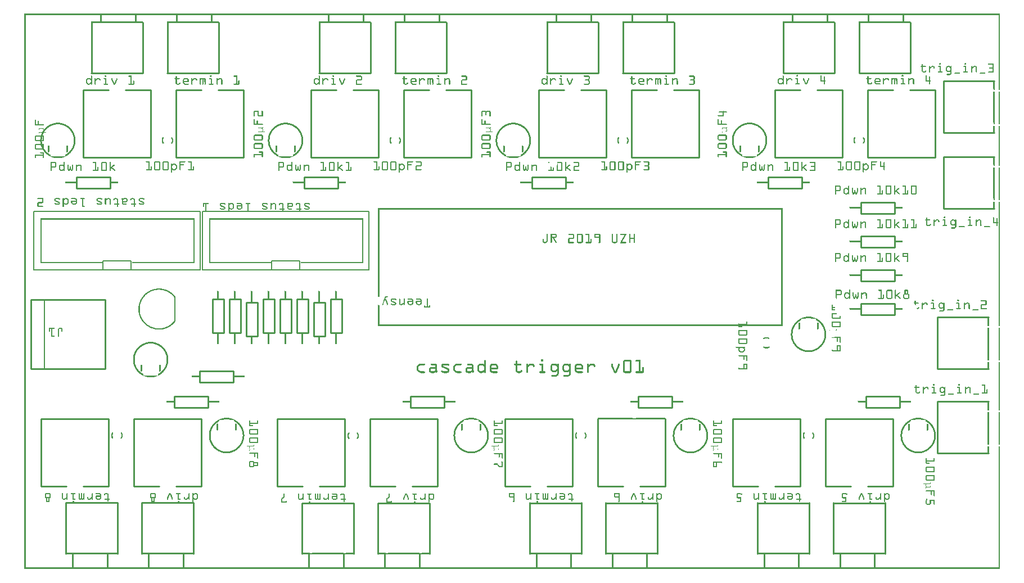
<source format=gto>
G04 MADE WITH FRITZING*
G04 WWW.FRITZING.ORG*
G04 DOUBLE SIDED*
G04 HOLES PLATED*
G04 CONTOUR ON CENTER OF CONTOUR VECTOR*
%ASAXBY*%
%FSLAX23Y23*%
%MOIN*%
%OFA0B0*%
%SFA1.0B1.0*%
%ADD10R,0.995200X0.354200X0.979200X0.338200*%
%ADD11C,0.008000*%
%ADD12R,0.173200X0.063000X0.157200X0.047000*%
%ADD13C,0.010000*%
%ADD14C,0.005000*%
%ADD15R,0.001000X0.001000*%
%LNSILK1*%
G90*
G70*
G54D11*
X1055Y2118D02*
X2042Y2118D01*
X2042Y1772D01*
X1055Y1772D01*
X1055Y2118D01*
D02*
X1466Y1827D02*
X1631Y1827D01*
X1631Y1772D01*
X1466Y1772D01*
X1466Y1827D01*
D02*
X55Y2118D02*
X1042Y2118D01*
X1042Y1772D01*
X55Y1772D01*
X55Y2118D01*
D02*
X466Y1827D02*
X631Y1827D01*
X631Y1772D01*
X466Y1772D01*
X466Y1827D01*
D02*
G54D13*
X4958Y1573D02*
X5158Y1573D01*
D02*
X5158Y1573D02*
X5158Y1507D01*
D02*
X5158Y1507D02*
X4958Y1507D01*
D02*
X4958Y1507D02*
X4958Y1573D01*
D02*
X1116Y1399D02*
X1116Y1599D01*
D02*
X1116Y1599D02*
X1182Y1599D01*
D02*
X1182Y1599D02*
X1182Y1399D01*
D02*
X1182Y1399D02*
X1116Y1399D01*
D02*
X1816Y1399D02*
X1816Y1599D01*
D02*
X1816Y1599D02*
X1882Y1599D01*
D02*
X1882Y1599D02*
X1882Y1399D01*
D02*
X1882Y1399D02*
X1816Y1399D01*
D02*
X1616Y1399D02*
X1616Y1599D01*
D02*
X1616Y1599D02*
X1682Y1599D01*
D02*
X1682Y1599D02*
X1682Y1399D01*
D02*
X1682Y1399D02*
X1616Y1399D01*
D02*
X1516Y1399D02*
X1516Y1599D01*
D02*
X1516Y1599D02*
X1582Y1599D01*
D02*
X1582Y1599D02*
X1582Y1399D01*
D02*
X1582Y1399D02*
X1516Y1399D01*
D02*
X1416Y1399D02*
X1416Y1599D01*
D02*
X1416Y1599D02*
X1482Y1599D01*
D02*
X1482Y1599D02*
X1482Y1399D01*
D02*
X1482Y1399D02*
X1416Y1399D01*
D02*
X1782Y1580D02*
X1782Y1380D01*
D02*
X1782Y1380D02*
X1716Y1380D01*
D02*
X1716Y1380D02*
X1716Y1580D01*
D02*
X1716Y1580D02*
X1782Y1580D01*
D02*
X1382Y1580D02*
X1382Y1380D01*
D02*
X1382Y1380D02*
X1316Y1380D01*
D02*
X1316Y1380D02*
X1316Y1580D01*
D02*
X1316Y1580D02*
X1382Y1580D01*
D02*
X1216Y1399D02*
X1216Y1599D01*
D02*
X1216Y1599D02*
X1282Y1599D01*
D02*
X1282Y1599D02*
X1282Y1399D01*
D02*
X1282Y1399D02*
X1216Y1399D01*
D02*
X1239Y1107D02*
X1039Y1107D01*
D02*
X1039Y1107D02*
X1039Y1173D01*
D02*
X1039Y1173D02*
X1239Y1173D01*
D02*
X1239Y1173D02*
X1239Y1107D01*
D02*
X4958Y1973D02*
X5158Y1973D01*
D02*
X5158Y1973D02*
X5158Y1907D01*
D02*
X5158Y1907D02*
X4958Y1907D01*
D02*
X4958Y1907D02*
X4958Y1973D01*
D02*
X4958Y2173D02*
X5158Y2173D01*
D02*
X5158Y2173D02*
X5158Y2107D01*
D02*
X5158Y2107D02*
X4958Y2107D01*
D02*
X4958Y2107D02*
X4958Y2173D01*
D02*
X4958Y1773D02*
X5158Y1773D01*
D02*
X5158Y1773D02*
X5158Y1707D01*
D02*
X5158Y1707D02*
X4958Y1707D01*
D02*
X4958Y1707D02*
X4958Y1773D01*
D02*
X1089Y957D02*
X889Y957D01*
D02*
X889Y957D02*
X889Y1023D01*
D02*
X889Y1023D02*
X1089Y1023D01*
D02*
X1089Y1023D02*
X1089Y957D01*
D02*
X2489Y957D02*
X2289Y957D01*
D02*
X2289Y957D02*
X2289Y1023D01*
D02*
X2289Y1023D02*
X2489Y1023D01*
D02*
X2489Y1023D02*
X2489Y957D01*
D02*
X3839Y957D02*
X3639Y957D01*
D02*
X3639Y957D02*
X3639Y1023D01*
D02*
X3639Y1023D02*
X3839Y1023D01*
D02*
X3839Y1023D02*
X3839Y957D01*
D02*
X5189Y957D02*
X4989Y957D01*
D02*
X4989Y957D02*
X4989Y1023D01*
D02*
X4989Y1023D02*
X5189Y1023D01*
D02*
X5189Y1023D02*
X5189Y957D01*
D02*
X4408Y2323D02*
X4608Y2323D01*
D02*
X4608Y2323D02*
X4608Y2257D01*
D02*
X4608Y2257D02*
X4408Y2257D01*
D02*
X4408Y2257D02*
X4408Y2323D01*
D02*
X3008Y2323D02*
X3208Y2323D01*
D02*
X3208Y2323D02*
X3208Y2257D01*
D02*
X3208Y2257D02*
X3008Y2257D01*
D02*
X3008Y2257D02*
X3008Y2323D01*
D02*
X1658Y2323D02*
X1858Y2323D01*
D02*
X1858Y2323D02*
X1858Y2257D01*
D02*
X1858Y2257D02*
X1658Y2257D01*
D02*
X1658Y2257D02*
X1658Y2323D01*
D02*
X308Y2323D02*
X508Y2323D01*
D02*
X508Y2323D02*
X508Y2257D01*
D02*
X508Y2257D02*
X308Y2257D01*
D02*
X308Y2257D02*
X308Y2323D01*
D02*
X246Y392D02*
X246Y90D01*
D02*
X551Y392D02*
X551Y90D01*
D02*
X245Y392D02*
X551Y392D01*
D02*
X1646Y391D02*
X1646Y88D01*
D02*
X1951Y391D02*
X1951Y89D01*
D02*
X1645Y391D02*
X1951Y391D01*
D02*
X2995Y392D02*
X2995Y89D01*
D02*
X3300Y392D02*
X3300Y90D01*
D02*
X2995Y391D02*
X3300Y391D01*
D02*
X4345Y392D02*
X4345Y89D01*
D02*
X4650Y392D02*
X4650Y90D01*
D02*
X4345Y391D02*
X4650Y391D01*
D02*
X5252Y2938D02*
X5252Y3241D01*
D02*
X4947Y2938D02*
X4947Y3240D01*
D02*
X5252Y2939D02*
X4947Y2939D01*
D02*
X3851Y2938D02*
X3851Y3240D01*
D02*
X3547Y2938D02*
X3547Y3240D01*
D02*
X3852Y2938D02*
X3546Y2938D01*
D02*
X2501Y2938D02*
X2501Y3240D01*
D02*
X2197Y2938D02*
X2197Y3240D01*
D02*
X2502Y2938D02*
X2196Y2938D01*
D02*
X1151Y2938D02*
X1151Y3240D01*
D02*
X847Y2938D02*
X847Y3240D01*
D02*
X1152Y2938D02*
X846Y2938D01*
D02*
X5447Y2137D02*
X5749Y2137D01*
D02*
X5447Y2442D02*
X5749Y2442D01*
D02*
X5447Y2136D02*
X5447Y2442D01*
D02*
X5447Y2587D02*
X5749Y2587D01*
D02*
X5447Y2892D02*
X5749Y2892D01*
D02*
X5447Y2586D02*
X5447Y2892D01*
D02*
X5413Y1187D02*
X5715Y1187D01*
D02*
X5413Y1492D02*
X5715Y1492D01*
D02*
X5413Y1186D02*
X5413Y1492D01*
D02*
X5413Y687D02*
X5715Y687D01*
D02*
X5413Y992D02*
X5715Y992D01*
D02*
X5413Y686D02*
X5413Y992D01*
D02*
X696Y392D02*
X696Y90D01*
D02*
X1001Y392D02*
X1001Y90D01*
D02*
X695Y392D02*
X1001Y392D01*
D02*
X2096Y391D02*
X2096Y88D01*
D02*
X2401Y391D02*
X2401Y89D01*
D02*
X2095Y391D02*
X2401Y391D01*
D02*
X3445Y392D02*
X3445Y89D01*
D02*
X3750Y392D02*
X3750Y90D01*
D02*
X3445Y391D02*
X3750Y391D01*
D02*
X4795Y392D02*
X4795Y89D01*
D02*
X5100Y392D02*
X5100Y90D01*
D02*
X4795Y391D02*
X5100Y391D01*
D02*
X4802Y2938D02*
X4802Y3241D01*
D02*
X4497Y2938D02*
X4497Y3240D01*
D02*
X4802Y2939D02*
X4497Y2939D01*
D02*
X3401Y2938D02*
X3401Y3240D01*
D02*
X3097Y2938D02*
X3097Y3240D01*
D02*
X3402Y2938D02*
X3096Y2938D01*
D02*
X2051Y2938D02*
X2051Y3240D01*
D02*
X1747Y2938D02*
X1747Y3240D01*
D02*
X2052Y2938D02*
X1746Y2938D01*
D02*
X701Y2938D02*
X701Y3240D01*
D02*
X397Y2938D02*
X397Y3240D01*
D02*
X702Y2938D02*
X396Y2938D01*
D02*
X1049Y490D02*
X1049Y890D01*
D02*
X1049Y890D02*
X649Y890D01*
D02*
X649Y890D02*
X649Y490D01*
D02*
X1049Y490D02*
X899Y490D01*
D02*
X799Y490D02*
X649Y490D01*
D02*
X2449Y489D02*
X2449Y889D01*
D02*
X2449Y889D02*
X2049Y889D01*
D02*
X2049Y889D02*
X2049Y489D01*
D02*
X2449Y489D02*
X2299Y489D01*
D02*
X2199Y489D02*
X2049Y489D01*
D02*
X3799Y490D02*
X3799Y890D01*
D02*
X3399Y890D02*
X3399Y490D01*
D02*
X3799Y490D02*
X3649Y490D01*
D02*
X3549Y490D02*
X3399Y490D01*
D02*
X5149Y490D02*
X5149Y890D01*
D02*
X5149Y890D02*
X4749Y890D01*
D02*
X4749Y890D02*
X4749Y490D01*
D02*
X5149Y490D02*
X4999Y490D01*
D02*
X4899Y490D02*
X4749Y490D01*
D02*
X4449Y2840D02*
X4449Y2440D01*
D02*
X4449Y2440D02*
X4849Y2440D01*
D02*
X4849Y2440D02*
X4849Y2840D01*
D02*
X4449Y2840D02*
X4599Y2840D01*
D02*
X4699Y2840D02*
X4849Y2840D01*
D02*
X3048Y2840D02*
X3048Y2440D01*
D02*
X3048Y2440D02*
X3448Y2440D01*
D02*
X3448Y2440D02*
X3448Y2840D01*
D02*
X3048Y2840D02*
X3198Y2840D01*
D02*
X3298Y2840D02*
X3448Y2840D01*
D02*
X1698Y2840D02*
X1698Y2440D01*
D02*
X1698Y2440D02*
X2098Y2440D01*
D02*
X2098Y2440D02*
X2098Y2840D01*
D02*
X1698Y2840D02*
X1848Y2840D01*
D02*
X1948Y2840D02*
X2098Y2840D01*
D02*
X348Y2840D02*
X348Y2440D01*
D02*
X348Y2440D02*
X748Y2440D01*
D02*
X748Y2440D02*
X748Y2840D01*
D02*
X348Y2840D02*
X498Y2840D01*
D02*
X598Y2840D02*
X748Y2840D01*
D02*
X499Y490D02*
X499Y890D01*
D02*
X499Y890D02*
X99Y890D01*
D02*
X99Y890D02*
X99Y490D01*
D02*
X499Y490D02*
X349Y490D01*
D02*
X249Y490D02*
X99Y490D01*
D02*
X1899Y489D02*
X1899Y889D01*
D02*
X1899Y889D02*
X1499Y889D01*
D02*
X1499Y889D02*
X1499Y489D01*
D02*
X1899Y489D02*
X1749Y489D01*
D02*
X1649Y489D02*
X1499Y489D01*
D02*
X3249Y490D02*
X3249Y890D01*
D02*
X3249Y890D02*
X2849Y890D01*
D02*
X2849Y890D02*
X2849Y490D01*
D02*
X3249Y490D02*
X3099Y490D01*
D02*
X2999Y490D02*
X2849Y490D01*
D02*
X4599Y490D02*
X4599Y890D01*
D02*
X4599Y890D02*
X4199Y890D01*
D02*
X4199Y890D02*
X4199Y490D01*
D02*
X4599Y490D02*
X4449Y490D01*
D02*
X4349Y490D02*
X4199Y490D01*
D02*
X4999Y2840D02*
X4999Y2440D01*
D02*
X4999Y2440D02*
X5399Y2440D01*
D02*
X5399Y2440D02*
X5399Y2840D01*
D02*
X4999Y2840D02*
X5149Y2840D01*
D02*
X5249Y2840D02*
X5399Y2840D01*
D02*
X3598Y2840D02*
X3598Y2440D01*
D02*
X3598Y2440D02*
X3998Y2440D01*
D02*
X3998Y2440D02*
X3998Y2840D01*
D02*
X3598Y2840D02*
X3748Y2840D01*
D02*
X3848Y2840D02*
X3998Y2840D01*
D02*
X2248Y2840D02*
X2248Y2440D01*
D02*
X2248Y2440D02*
X2648Y2440D01*
D02*
X2648Y2440D02*
X2648Y2840D01*
D02*
X2248Y2840D02*
X2398Y2840D01*
D02*
X2498Y2840D02*
X2648Y2840D01*
D02*
X898Y2840D02*
X898Y2440D01*
D02*
X898Y2440D02*
X1298Y2440D01*
D02*
X1298Y2440D02*
X1298Y2840D01*
D02*
X898Y2840D02*
X1048Y2840D01*
D02*
X1148Y2840D02*
X1298Y2840D01*
D02*
X479Y1185D02*
X479Y1595D01*
D02*
X479Y1595D02*
X39Y1595D01*
D02*
X39Y1595D02*
X39Y1185D01*
D02*
X39Y1185D02*
X479Y1185D01*
G54D14*
D02*
X119Y1595D02*
X119Y1185D01*
G54D15*
X0Y3291D02*
X5782Y3291D01*
X0Y3290D02*
X5782Y3290D01*
X0Y3289D02*
X5782Y3289D01*
X0Y3288D02*
X5782Y3288D01*
X0Y3287D02*
X5782Y3287D01*
X0Y3286D02*
X5782Y3286D01*
X0Y3285D02*
X5782Y3285D01*
X0Y3284D02*
X5782Y3284D01*
X0Y3283D02*
X7Y3283D01*
X449Y3283D02*
X458Y3283D01*
X654Y3283D02*
X663Y3283D01*
X899Y3283D02*
X908Y3283D01*
X1104Y3283D02*
X1113Y3283D01*
X1799Y3283D02*
X1808Y3283D01*
X2004Y3283D02*
X2013Y3283D01*
X2249Y3283D02*
X2258Y3283D01*
X2454Y3283D02*
X2463Y3283D01*
X3149Y3283D02*
X3158Y3283D01*
X3354Y3283D02*
X3363Y3283D01*
X3599Y3283D02*
X3608Y3283D01*
X3804Y3283D02*
X3813Y3283D01*
X4549Y3283D02*
X4558Y3283D01*
X4754Y3283D02*
X4763Y3283D01*
X4999Y3283D02*
X5008Y3283D01*
X5204Y3283D02*
X5213Y3283D01*
X5775Y3283D02*
X5782Y3283D01*
X0Y3282D02*
X7Y3282D01*
X449Y3282D02*
X458Y3282D01*
X654Y3282D02*
X663Y3282D01*
X899Y3282D02*
X908Y3282D01*
X1104Y3282D02*
X1113Y3282D01*
X1799Y3282D02*
X1808Y3282D01*
X2004Y3282D02*
X2013Y3282D01*
X2249Y3282D02*
X2258Y3282D01*
X2454Y3282D02*
X2463Y3282D01*
X3149Y3282D02*
X3158Y3282D01*
X3354Y3282D02*
X3363Y3282D01*
X3599Y3282D02*
X3608Y3282D01*
X3804Y3282D02*
X3813Y3282D01*
X4549Y3282D02*
X4558Y3282D01*
X4754Y3282D02*
X4763Y3282D01*
X4999Y3282D02*
X5008Y3282D01*
X5204Y3282D02*
X5213Y3282D01*
X5775Y3282D02*
X5782Y3282D01*
X0Y3281D02*
X7Y3281D01*
X449Y3281D02*
X458Y3281D01*
X654Y3281D02*
X663Y3281D01*
X899Y3281D02*
X908Y3281D01*
X1104Y3281D02*
X1113Y3281D01*
X1799Y3281D02*
X1808Y3281D01*
X2004Y3281D02*
X2013Y3281D01*
X2249Y3281D02*
X2258Y3281D01*
X2454Y3281D02*
X2463Y3281D01*
X3149Y3281D02*
X3158Y3281D01*
X3354Y3281D02*
X3363Y3281D01*
X3599Y3281D02*
X3608Y3281D01*
X3804Y3281D02*
X3813Y3281D01*
X4549Y3281D02*
X4558Y3281D01*
X4754Y3281D02*
X4763Y3281D01*
X4999Y3281D02*
X5008Y3281D01*
X5204Y3281D02*
X5213Y3281D01*
X5775Y3281D02*
X5782Y3281D01*
X0Y3280D02*
X7Y3280D01*
X449Y3280D02*
X458Y3280D01*
X654Y3280D02*
X663Y3280D01*
X899Y3280D02*
X908Y3280D01*
X1104Y3280D02*
X1113Y3280D01*
X1799Y3280D02*
X1808Y3280D01*
X2004Y3280D02*
X2013Y3280D01*
X2249Y3280D02*
X2258Y3280D01*
X2454Y3280D02*
X2463Y3280D01*
X3149Y3280D02*
X3158Y3280D01*
X3354Y3280D02*
X3363Y3280D01*
X3599Y3280D02*
X3608Y3280D01*
X3804Y3280D02*
X3813Y3280D01*
X4549Y3280D02*
X4558Y3280D01*
X4754Y3280D02*
X4763Y3280D01*
X4999Y3280D02*
X5008Y3280D01*
X5204Y3280D02*
X5213Y3280D01*
X5775Y3280D02*
X5782Y3280D01*
X0Y3279D02*
X7Y3279D01*
X449Y3279D02*
X458Y3279D01*
X654Y3279D02*
X663Y3279D01*
X899Y3279D02*
X908Y3279D01*
X1104Y3279D02*
X1113Y3279D01*
X1799Y3279D02*
X1808Y3279D01*
X2004Y3279D02*
X2013Y3279D01*
X2249Y3279D02*
X2258Y3279D01*
X2454Y3279D02*
X2463Y3279D01*
X3149Y3279D02*
X3158Y3279D01*
X3354Y3279D02*
X3363Y3279D01*
X3599Y3279D02*
X3608Y3279D01*
X3804Y3279D02*
X3813Y3279D01*
X4549Y3279D02*
X4558Y3279D01*
X4754Y3279D02*
X4763Y3279D01*
X4999Y3279D02*
X5008Y3279D01*
X5204Y3279D02*
X5213Y3279D01*
X5775Y3279D02*
X5782Y3279D01*
X0Y3278D02*
X7Y3278D01*
X449Y3278D02*
X458Y3278D01*
X654Y3278D02*
X663Y3278D01*
X899Y3278D02*
X908Y3278D01*
X1104Y3278D02*
X1113Y3278D01*
X1799Y3278D02*
X1808Y3278D01*
X2004Y3278D02*
X2013Y3278D01*
X2249Y3278D02*
X2258Y3278D01*
X2454Y3278D02*
X2463Y3278D01*
X3149Y3278D02*
X3158Y3278D01*
X3354Y3278D02*
X3363Y3278D01*
X3599Y3278D02*
X3608Y3278D01*
X3804Y3278D02*
X3813Y3278D01*
X4549Y3278D02*
X4558Y3278D01*
X4754Y3278D02*
X4763Y3278D01*
X4999Y3278D02*
X5008Y3278D01*
X5204Y3278D02*
X5213Y3278D01*
X5775Y3278D02*
X5782Y3278D01*
X0Y3277D02*
X7Y3277D01*
X449Y3277D02*
X458Y3277D01*
X654Y3277D02*
X663Y3277D01*
X899Y3277D02*
X908Y3277D01*
X1104Y3277D02*
X1113Y3277D01*
X1799Y3277D02*
X1808Y3277D01*
X2004Y3277D02*
X2013Y3277D01*
X2249Y3277D02*
X2258Y3277D01*
X2454Y3277D02*
X2463Y3277D01*
X3149Y3277D02*
X3158Y3277D01*
X3354Y3277D02*
X3363Y3277D01*
X3599Y3277D02*
X3608Y3277D01*
X3804Y3277D02*
X3813Y3277D01*
X4549Y3277D02*
X4558Y3277D01*
X4754Y3277D02*
X4763Y3277D01*
X4999Y3277D02*
X5008Y3277D01*
X5204Y3277D02*
X5213Y3277D01*
X5775Y3277D02*
X5782Y3277D01*
X0Y3276D02*
X7Y3276D01*
X449Y3276D02*
X458Y3276D01*
X654Y3276D02*
X663Y3276D01*
X899Y3276D02*
X908Y3276D01*
X1104Y3276D02*
X1113Y3276D01*
X1799Y3276D02*
X1808Y3276D01*
X2004Y3276D02*
X2013Y3276D01*
X2249Y3276D02*
X2258Y3276D01*
X2454Y3276D02*
X2463Y3276D01*
X3149Y3276D02*
X3158Y3276D01*
X3354Y3276D02*
X3363Y3276D01*
X3599Y3276D02*
X3608Y3276D01*
X3804Y3276D02*
X3813Y3276D01*
X4549Y3276D02*
X4558Y3276D01*
X4754Y3276D02*
X4763Y3276D01*
X4999Y3276D02*
X5008Y3276D01*
X5204Y3276D02*
X5213Y3276D01*
X5775Y3276D02*
X5782Y3276D01*
X0Y3275D02*
X7Y3275D01*
X449Y3275D02*
X458Y3275D01*
X654Y3275D02*
X663Y3275D01*
X899Y3275D02*
X908Y3275D01*
X1104Y3275D02*
X1113Y3275D01*
X1799Y3275D02*
X1808Y3275D01*
X2004Y3275D02*
X2013Y3275D01*
X2249Y3275D02*
X2258Y3275D01*
X2454Y3275D02*
X2463Y3275D01*
X3149Y3275D02*
X3158Y3275D01*
X3354Y3275D02*
X3363Y3275D01*
X3599Y3275D02*
X3608Y3275D01*
X3804Y3275D02*
X3813Y3275D01*
X4549Y3275D02*
X4558Y3275D01*
X4754Y3275D02*
X4763Y3275D01*
X4999Y3275D02*
X5008Y3275D01*
X5204Y3275D02*
X5213Y3275D01*
X5775Y3275D02*
X5782Y3275D01*
X0Y3274D02*
X7Y3274D01*
X449Y3274D02*
X458Y3274D01*
X654Y3274D02*
X663Y3274D01*
X899Y3274D02*
X908Y3274D01*
X1104Y3274D02*
X1113Y3274D01*
X1799Y3274D02*
X1808Y3274D01*
X2004Y3274D02*
X2013Y3274D01*
X2249Y3274D02*
X2258Y3274D01*
X2454Y3274D02*
X2463Y3274D01*
X3149Y3274D02*
X3158Y3274D01*
X3354Y3274D02*
X3363Y3274D01*
X3599Y3274D02*
X3608Y3274D01*
X3804Y3274D02*
X3813Y3274D01*
X4549Y3274D02*
X4558Y3274D01*
X4754Y3274D02*
X4763Y3274D01*
X4999Y3274D02*
X5008Y3274D01*
X5204Y3274D02*
X5213Y3274D01*
X5775Y3274D02*
X5782Y3274D01*
X0Y3273D02*
X7Y3273D01*
X449Y3273D02*
X458Y3273D01*
X654Y3273D02*
X663Y3273D01*
X899Y3273D02*
X908Y3273D01*
X1104Y3273D02*
X1113Y3273D01*
X1799Y3273D02*
X1808Y3273D01*
X2004Y3273D02*
X2013Y3273D01*
X2249Y3273D02*
X2258Y3273D01*
X2454Y3273D02*
X2463Y3273D01*
X3149Y3273D02*
X3158Y3273D01*
X3354Y3273D02*
X3363Y3273D01*
X3599Y3273D02*
X3608Y3273D01*
X3804Y3273D02*
X3813Y3273D01*
X4549Y3273D02*
X4558Y3273D01*
X4754Y3273D02*
X4763Y3273D01*
X4999Y3273D02*
X5008Y3273D01*
X5204Y3273D02*
X5213Y3273D01*
X5775Y3273D02*
X5782Y3273D01*
X0Y3272D02*
X7Y3272D01*
X449Y3272D02*
X458Y3272D01*
X654Y3272D02*
X663Y3272D01*
X899Y3272D02*
X908Y3272D01*
X1104Y3272D02*
X1113Y3272D01*
X1799Y3272D02*
X1808Y3272D01*
X2004Y3272D02*
X2013Y3272D01*
X2249Y3272D02*
X2258Y3272D01*
X2454Y3272D02*
X2463Y3272D01*
X3149Y3272D02*
X3158Y3272D01*
X3354Y3272D02*
X3363Y3272D01*
X3599Y3272D02*
X3608Y3272D01*
X3804Y3272D02*
X3813Y3272D01*
X4549Y3272D02*
X4558Y3272D01*
X4754Y3272D02*
X4763Y3272D01*
X4999Y3272D02*
X5008Y3272D01*
X5204Y3272D02*
X5213Y3272D01*
X5775Y3272D02*
X5782Y3272D01*
X0Y3271D02*
X7Y3271D01*
X449Y3271D02*
X458Y3271D01*
X654Y3271D02*
X663Y3271D01*
X899Y3271D02*
X908Y3271D01*
X1104Y3271D02*
X1113Y3271D01*
X1799Y3271D02*
X1808Y3271D01*
X2004Y3271D02*
X2013Y3271D01*
X2249Y3271D02*
X2258Y3271D01*
X2454Y3271D02*
X2463Y3271D01*
X3149Y3271D02*
X3158Y3271D01*
X3354Y3271D02*
X3363Y3271D01*
X3599Y3271D02*
X3608Y3271D01*
X3804Y3271D02*
X3813Y3271D01*
X4549Y3271D02*
X4558Y3271D01*
X4754Y3271D02*
X4763Y3271D01*
X4999Y3271D02*
X5008Y3271D01*
X5204Y3271D02*
X5213Y3271D01*
X5775Y3271D02*
X5782Y3271D01*
X0Y3270D02*
X7Y3270D01*
X449Y3270D02*
X458Y3270D01*
X654Y3270D02*
X663Y3270D01*
X899Y3270D02*
X908Y3270D01*
X1104Y3270D02*
X1113Y3270D01*
X1799Y3270D02*
X1808Y3270D01*
X2004Y3270D02*
X2013Y3270D01*
X2249Y3270D02*
X2258Y3270D01*
X2454Y3270D02*
X2463Y3270D01*
X3149Y3270D02*
X3158Y3270D01*
X3354Y3270D02*
X3363Y3270D01*
X3599Y3270D02*
X3608Y3270D01*
X3804Y3270D02*
X3813Y3270D01*
X4549Y3270D02*
X4558Y3270D01*
X4754Y3270D02*
X4763Y3270D01*
X4999Y3270D02*
X5008Y3270D01*
X5204Y3270D02*
X5213Y3270D01*
X5775Y3270D02*
X5782Y3270D01*
X0Y3269D02*
X7Y3269D01*
X449Y3269D02*
X458Y3269D01*
X654Y3269D02*
X663Y3269D01*
X899Y3269D02*
X908Y3269D01*
X1104Y3269D02*
X1113Y3269D01*
X1799Y3269D02*
X1808Y3269D01*
X2004Y3269D02*
X2013Y3269D01*
X2249Y3269D02*
X2258Y3269D01*
X2454Y3269D02*
X2463Y3269D01*
X3149Y3269D02*
X3158Y3269D01*
X3354Y3269D02*
X3363Y3269D01*
X3599Y3269D02*
X3608Y3269D01*
X3804Y3269D02*
X3813Y3269D01*
X4549Y3269D02*
X4558Y3269D01*
X4754Y3269D02*
X4763Y3269D01*
X4999Y3269D02*
X5008Y3269D01*
X5204Y3269D02*
X5213Y3269D01*
X5775Y3269D02*
X5782Y3269D01*
X0Y3268D02*
X7Y3268D01*
X449Y3268D02*
X458Y3268D01*
X654Y3268D02*
X663Y3268D01*
X899Y3268D02*
X908Y3268D01*
X1104Y3268D02*
X1113Y3268D01*
X1799Y3268D02*
X1808Y3268D01*
X2004Y3268D02*
X2013Y3268D01*
X2249Y3268D02*
X2258Y3268D01*
X2454Y3268D02*
X2463Y3268D01*
X3149Y3268D02*
X3158Y3268D01*
X3354Y3268D02*
X3363Y3268D01*
X3599Y3268D02*
X3608Y3268D01*
X3804Y3268D02*
X3813Y3268D01*
X4549Y3268D02*
X4558Y3268D01*
X4754Y3268D02*
X4763Y3268D01*
X4999Y3268D02*
X5008Y3268D01*
X5204Y3268D02*
X5213Y3268D01*
X5775Y3268D02*
X5782Y3268D01*
X0Y3267D02*
X7Y3267D01*
X449Y3267D02*
X458Y3267D01*
X654Y3267D02*
X663Y3267D01*
X899Y3267D02*
X908Y3267D01*
X1104Y3267D02*
X1113Y3267D01*
X1799Y3267D02*
X1808Y3267D01*
X2004Y3267D02*
X2013Y3267D01*
X2249Y3267D02*
X2258Y3267D01*
X2454Y3267D02*
X2463Y3267D01*
X3149Y3267D02*
X3158Y3267D01*
X3354Y3267D02*
X3363Y3267D01*
X3599Y3267D02*
X3608Y3267D01*
X3804Y3267D02*
X3813Y3267D01*
X4549Y3267D02*
X4558Y3267D01*
X4754Y3267D02*
X4763Y3267D01*
X4999Y3267D02*
X5008Y3267D01*
X5204Y3267D02*
X5213Y3267D01*
X5775Y3267D02*
X5782Y3267D01*
X0Y3266D02*
X7Y3266D01*
X449Y3266D02*
X458Y3266D01*
X654Y3266D02*
X663Y3266D01*
X899Y3266D02*
X908Y3266D01*
X1104Y3266D02*
X1113Y3266D01*
X1799Y3266D02*
X1808Y3266D01*
X2004Y3266D02*
X2013Y3266D01*
X2249Y3266D02*
X2258Y3266D01*
X2454Y3266D02*
X2463Y3266D01*
X3149Y3266D02*
X3158Y3266D01*
X3354Y3266D02*
X3363Y3266D01*
X3599Y3266D02*
X3608Y3266D01*
X3804Y3266D02*
X3813Y3266D01*
X4549Y3266D02*
X4558Y3266D01*
X4754Y3266D02*
X4763Y3266D01*
X4999Y3266D02*
X5008Y3266D01*
X5204Y3266D02*
X5213Y3266D01*
X5775Y3266D02*
X5782Y3266D01*
X0Y3265D02*
X7Y3265D01*
X449Y3265D02*
X458Y3265D01*
X654Y3265D02*
X663Y3265D01*
X899Y3265D02*
X908Y3265D01*
X1104Y3265D02*
X1113Y3265D01*
X1799Y3265D02*
X1808Y3265D01*
X2004Y3265D02*
X2013Y3265D01*
X2249Y3265D02*
X2258Y3265D01*
X2454Y3265D02*
X2463Y3265D01*
X3149Y3265D02*
X3158Y3265D01*
X3354Y3265D02*
X3363Y3265D01*
X3599Y3265D02*
X3608Y3265D01*
X3804Y3265D02*
X3813Y3265D01*
X4549Y3265D02*
X4558Y3265D01*
X4754Y3265D02*
X4763Y3265D01*
X4999Y3265D02*
X5008Y3265D01*
X5204Y3265D02*
X5213Y3265D01*
X5775Y3265D02*
X5782Y3265D01*
X0Y3264D02*
X7Y3264D01*
X449Y3264D02*
X458Y3264D01*
X654Y3264D02*
X663Y3264D01*
X899Y3264D02*
X908Y3264D01*
X1104Y3264D02*
X1113Y3264D01*
X1799Y3264D02*
X1808Y3264D01*
X2004Y3264D02*
X2013Y3264D01*
X2249Y3264D02*
X2258Y3264D01*
X2454Y3264D02*
X2463Y3264D01*
X3149Y3264D02*
X3158Y3264D01*
X3354Y3264D02*
X3363Y3264D01*
X3599Y3264D02*
X3608Y3264D01*
X3804Y3264D02*
X3813Y3264D01*
X4549Y3264D02*
X4558Y3264D01*
X4754Y3264D02*
X4763Y3264D01*
X4999Y3264D02*
X5008Y3264D01*
X5204Y3264D02*
X5213Y3264D01*
X5775Y3264D02*
X5782Y3264D01*
X0Y3263D02*
X7Y3263D01*
X449Y3263D02*
X458Y3263D01*
X654Y3263D02*
X663Y3263D01*
X899Y3263D02*
X908Y3263D01*
X1104Y3263D02*
X1113Y3263D01*
X1799Y3263D02*
X1808Y3263D01*
X2004Y3263D02*
X2013Y3263D01*
X2249Y3263D02*
X2258Y3263D01*
X2454Y3263D02*
X2463Y3263D01*
X3149Y3263D02*
X3158Y3263D01*
X3354Y3263D02*
X3363Y3263D01*
X3599Y3263D02*
X3608Y3263D01*
X3804Y3263D02*
X3813Y3263D01*
X4549Y3263D02*
X4558Y3263D01*
X4754Y3263D02*
X4763Y3263D01*
X4999Y3263D02*
X5008Y3263D01*
X5204Y3263D02*
X5213Y3263D01*
X5775Y3263D02*
X5782Y3263D01*
X0Y3262D02*
X7Y3262D01*
X449Y3262D02*
X458Y3262D01*
X654Y3262D02*
X663Y3262D01*
X899Y3262D02*
X908Y3262D01*
X1104Y3262D02*
X1113Y3262D01*
X1799Y3262D02*
X1808Y3262D01*
X2004Y3262D02*
X2013Y3262D01*
X2249Y3262D02*
X2258Y3262D01*
X2454Y3262D02*
X2463Y3262D01*
X3149Y3262D02*
X3158Y3262D01*
X3354Y3262D02*
X3363Y3262D01*
X3599Y3262D02*
X3608Y3262D01*
X3804Y3262D02*
X3813Y3262D01*
X4549Y3262D02*
X4558Y3262D01*
X4754Y3262D02*
X4763Y3262D01*
X4999Y3262D02*
X5008Y3262D01*
X5204Y3262D02*
X5213Y3262D01*
X5775Y3262D02*
X5782Y3262D01*
X0Y3261D02*
X7Y3261D01*
X449Y3261D02*
X458Y3261D01*
X654Y3261D02*
X663Y3261D01*
X899Y3261D02*
X908Y3261D01*
X1104Y3261D02*
X1113Y3261D01*
X1799Y3261D02*
X1808Y3261D01*
X2004Y3261D02*
X2013Y3261D01*
X2249Y3261D02*
X2258Y3261D01*
X2454Y3261D02*
X2463Y3261D01*
X3149Y3261D02*
X3158Y3261D01*
X3354Y3261D02*
X3363Y3261D01*
X3599Y3261D02*
X3608Y3261D01*
X3804Y3261D02*
X3813Y3261D01*
X4549Y3261D02*
X4558Y3261D01*
X4754Y3261D02*
X4763Y3261D01*
X4999Y3261D02*
X5008Y3261D01*
X5204Y3261D02*
X5213Y3261D01*
X5775Y3261D02*
X5782Y3261D01*
X0Y3260D02*
X7Y3260D01*
X449Y3260D02*
X458Y3260D01*
X654Y3260D02*
X663Y3260D01*
X899Y3260D02*
X908Y3260D01*
X1104Y3260D02*
X1113Y3260D01*
X1799Y3260D02*
X1808Y3260D01*
X2004Y3260D02*
X2013Y3260D01*
X2249Y3260D02*
X2258Y3260D01*
X2454Y3260D02*
X2463Y3260D01*
X3149Y3260D02*
X3158Y3260D01*
X3354Y3260D02*
X3363Y3260D01*
X3599Y3260D02*
X3608Y3260D01*
X3804Y3260D02*
X3813Y3260D01*
X4549Y3260D02*
X4558Y3260D01*
X4754Y3260D02*
X4763Y3260D01*
X4999Y3260D02*
X5008Y3260D01*
X5204Y3260D02*
X5213Y3260D01*
X5775Y3260D02*
X5782Y3260D01*
X0Y3259D02*
X7Y3259D01*
X449Y3259D02*
X458Y3259D01*
X654Y3259D02*
X663Y3259D01*
X899Y3259D02*
X908Y3259D01*
X1104Y3259D02*
X1113Y3259D01*
X1799Y3259D02*
X1808Y3259D01*
X2004Y3259D02*
X2013Y3259D01*
X2249Y3259D02*
X2258Y3259D01*
X2454Y3259D02*
X2463Y3259D01*
X3149Y3259D02*
X3158Y3259D01*
X3354Y3259D02*
X3363Y3259D01*
X3599Y3259D02*
X3608Y3259D01*
X3804Y3259D02*
X3813Y3259D01*
X4549Y3259D02*
X4558Y3259D01*
X4754Y3259D02*
X4763Y3259D01*
X4999Y3259D02*
X5008Y3259D01*
X5204Y3259D02*
X5213Y3259D01*
X5775Y3259D02*
X5782Y3259D01*
X0Y3258D02*
X7Y3258D01*
X449Y3258D02*
X458Y3258D01*
X654Y3258D02*
X663Y3258D01*
X899Y3258D02*
X908Y3258D01*
X1104Y3258D02*
X1113Y3258D01*
X1799Y3258D02*
X1808Y3258D01*
X2004Y3258D02*
X2013Y3258D01*
X2249Y3258D02*
X2258Y3258D01*
X2454Y3258D02*
X2463Y3258D01*
X3149Y3258D02*
X3158Y3258D01*
X3354Y3258D02*
X3363Y3258D01*
X3599Y3258D02*
X3608Y3258D01*
X3804Y3258D02*
X3813Y3258D01*
X4549Y3258D02*
X4558Y3258D01*
X4754Y3258D02*
X4763Y3258D01*
X4999Y3258D02*
X5008Y3258D01*
X5204Y3258D02*
X5213Y3258D01*
X5775Y3258D02*
X5782Y3258D01*
X0Y3257D02*
X7Y3257D01*
X449Y3257D02*
X458Y3257D01*
X654Y3257D02*
X663Y3257D01*
X899Y3257D02*
X908Y3257D01*
X1104Y3257D02*
X1113Y3257D01*
X1799Y3257D02*
X1808Y3257D01*
X2004Y3257D02*
X2013Y3257D01*
X2249Y3257D02*
X2258Y3257D01*
X2454Y3257D02*
X2463Y3257D01*
X3149Y3257D02*
X3158Y3257D01*
X3354Y3257D02*
X3363Y3257D01*
X3599Y3257D02*
X3608Y3257D01*
X3804Y3257D02*
X3813Y3257D01*
X4549Y3257D02*
X4558Y3257D01*
X4754Y3257D02*
X4763Y3257D01*
X4999Y3257D02*
X5008Y3257D01*
X5204Y3257D02*
X5213Y3257D01*
X5775Y3257D02*
X5782Y3257D01*
X0Y3256D02*
X7Y3256D01*
X449Y3256D02*
X458Y3256D01*
X654Y3256D02*
X663Y3256D01*
X899Y3256D02*
X908Y3256D01*
X1104Y3256D02*
X1113Y3256D01*
X1799Y3256D02*
X1808Y3256D01*
X2004Y3256D02*
X2013Y3256D01*
X2249Y3256D02*
X2258Y3256D01*
X2454Y3256D02*
X2463Y3256D01*
X3149Y3256D02*
X3158Y3256D01*
X3354Y3256D02*
X3363Y3256D01*
X3599Y3256D02*
X3608Y3256D01*
X3804Y3256D02*
X3813Y3256D01*
X4549Y3256D02*
X4558Y3256D01*
X4754Y3256D02*
X4763Y3256D01*
X4999Y3256D02*
X5008Y3256D01*
X5204Y3256D02*
X5213Y3256D01*
X5775Y3256D02*
X5782Y3256D01*
X0Y3255D02*
X7Y3255D01*
X449Y3255D02*
X458Y3255D01*
X654Y3255D02*
X663Y3255D01*
X899Y3255D02*
X908Y3255D01*
X1104Y3255D02*
X1113Y3255D01*
X1799Y3255D02*
X1808Y3255D01*
X2004Y3255D02*
X2013Y3255D01*
X2249Y3255D02*
X2258Y3255D01*
X2454Y3255D02*
X2463Y3255D01*
X3149Y3255D02*
X3158Y3255D01*
X3354Y3255D02*
X3363Y3255D01*
X3599Y3255D02*
X3608Y3255D01*
X3804Y3255D02*
X3813Y3255D01*
X4549Y3255D02*
X4558Y3255D01*
X4754Y3255D02*
X4763Y3255D01*
X4999Y3255D02*
X5008Y3255D01*
X5204Y3255D02*
X5213Y3255D01*
X5775Y3255D02*
X5782Y3255D01*
X0Y3254D02*
X7Y3254D01*
X449Y3254D02*
X458Y3254D01*
X654Y3254D02*
X663Y3254D01*
X899Y3254D02*
X908Y3254D01*
X1104Y3254D02*
X1113Y3254D01*
X1799Y3254D02*
X1808Y3254D01*
X2004Y3254D02*
X2013Y3254D01*
X2249Y3254D02*
X2258Y3254D01*
X2454Y3254D02*
X2463Y3254D01*
X3149Y3254D02*
X3158Y3254D01*
X3354Y3254D02*
X3363Y3254D01*
X3599Y3254D02*
X3608Y3254D01*
X3804Y3254D02*
X3813Y3254D01*
X4549Y3254D02*
X4558Y3254D01*
X4754Y3254D02*
X4763Y3254D01*
X4999Y3254D02*
X5008Y3254D01*
X5204Y3254D02*
X5213Y3254D01*
X5775Y3254D02*
X5782Y3254D01*
X0Y3253D02*
X7Y3253D01*
X449Y3253D02*
X458Y3253D01*
X654Y3253D02*
X663Y3253D01*
X899Y3253D02*
X908Y3253D01*
X1104Y3253D02*
X1113Y3253D01*
X1799Y3253D02*
X1808Y3253D01*
X2004Y3253D02*
X2013Y3253D01*
X2249Y3253D02*
X2258Y3253D01*
X2454Y3253D02*
X2463Y3253D01*
X3149Y3253D02*
X3158Y3253D01*
X3354Y3253D02*
X3363Y3253D01*
X3599Y3253D02*
X3608Y3253D01*
X3804Y3253D02*
X3813Y3253D01*
X4549Y3253D02*
X4558Y3253D01*
X4754Y3253D02*
X4763Y3253D01*
X4999Y3253D02*
X5008Y3253D01*
X5204Y3253D02*
X5213Y3253D01*
X5775Y3253D02*
X5782Y3253D01*
X0Y3252D02*
X7Y3252D01*
X449Y3252D02*
X458Y3252D01*
X654Y3252D02*
X663Y3252D01*
X899Y3252D02*
X908Y3252D01*
X1104Y3252D02*
X1113Y3252D01*
X1799Y3252D02*
X1808Y3252D01*
X2004Y3252D02*
X2013Y3252D01*
X2249Y3252D02*
X2258Y3252D01*
X2454Y3252D02*
X2463Y3252D01*
X3149Y3252D02*
X3158Y3252D01*
X3354Y3252D02*
X3363Y3252D01*
X3599Y3252D02*
X3608Y3252D01*
X3804Y3252D02*
X3813Y3252D01*
X4549Y3252D02*
X4558Y3252D01*
X4754Y3252D02*
X4763Y3252D01*
X4999Y3252D02*
X5008Y3252D01*
X5204Y3252D02*
X5213Y3252D01*
X5775Y3252D02*
X5782Y3252D01*
X0Y3251D02*
X7Y3251D01*
X449Y3251D02*
X458Y3251D01*
X654Y3251D02*
X663Y3251D01*
X899Y3251D02*
X908Y3251D01*
X1104Y3251D02*
X1113Y3251D01*
X1799Y3251D02*
X1808Y3251D01*
X2004Y3251D02*
X2013Y3251D01*
X2249Y3251D02*
X2258Y3251D01*
X2454Y3251D02*
X2463Y3251D01*
X3149Y3251D02*
X3158Y3251D01*
X3354Y3251D02*
X3363Y3251D01*
X3599Y3251D02*
X3608Y3251D01*
X3804Y3251D02*
X3813Y3251D01*
X4549Y3251D02*
X4558Y3251D01*
X4754Y3251D02*
X4763Y3251D01*
X4999Y3251D02*
X5008Y3251D01*
X5204Y3251D02*
X5213Y3251D01*
X5775Y3251D02*
X5782Y3251D01*
X0Y3250D02*
X7Y3250D01*
X449Y3250D02*
X458Y3250D01*
X654Y3250D02*
X663Y3250D01*
X899Y3250D02*
X908Y3250D01*
X1104Y3250D02*
X1113Y3250D01*
X1799Y3250D02*
X1808Y3250D01*
X2004Y3250D02*
X2013Y3250D01*
X2249Y3250D02*
X2258Y3250D01*
X2454Y3250D02*
X2463Y3250D01*
X3149Y3250D02*
X3158Y3250D01*
X3354Y3250D02*
X3363Y3250D01*
X3599Y3250D02*
X3608Y3250D01*
X3804Y3250D02*
X3813Y3250D01*
X4549Y3250D02*
X4558Y3250D01*
X4754Y3250D02*
X4763Y3250D01*
X4999Y3250D02*
X5008Y3250D01*
X5204Y3250D02*
X5213Y3250D01*
X5775Y3250D02*
X5782Y3250D01*
X0Y3249D02*
X7Y3249D01*
X449Y3249D02*
X458Y3249D01*
X654Y3249D02*
X663Y3249D01*
X899Y3249D02*
X908Y3249D01*
X1104Y3249D02*
X1113Y3249D01*
X1799Y3249D02*
X1808Y3249D01*
X2004Y3249D02*
X2013Y3249D01*
X2249Y3249D02*
X2258Y3249D01*
X2454Y3249D02*
X2463Y3249D01*
X3149Y3249D02*
X3158Y3249D01*
X3354Y3249D02*
X3363Y3249D01*
X3599Y3249D02*
X3608Y3249D01*
X3804Y3249D02*
X3813Y3249D01*
X4549Y3249D02*
X4558Y3249D01*
X4754Y3249D02*
X4763Y3249D01*
X4999Y3249D02*
X5008Y3249D01*
X5204Y3249D02*
X5213Y3249D01*
X5775Y3249D02*
X5782Y3249D01*
X0Y3248D02*
X7Y3248D01*
X449Y3248D02*
X458Y3248D01*
X654Y3248D02*
X663Y3248D01*
X899Y3248D02*
X908Y3248D01*
X1104Y3248D02*
X1113Y3248D01*
X1799Y3248D02*
X1808Y3248D01*
X2004Y3248D02*
X2013Y3248D01*
X2249Y3248D02*
X2258Y3248D01*
X2454Y3248D02*
X2463Y3248D01*
X3149Y3248D02*
X3158Y3248D01*
X3354Y3248D02*
X3363Y3248D01*
X3599Y3248D02*
X3608Y3248D01*
X3804Y3248D02*
X3813Y3248D01*
X4549Y3248D02*
X4558Y3248D01*
X4754Y3248D02*
X4763Y3248D01*
X4999Y3248D02*
X5008Y3248D01*
X5204Y3248D02*
X5213Y3248D01*
X5775Y3248D02*
X5782Y3248D01*
X0Y3247D02*
X7Y3247D01*
X449Y3247D02*
X458Y3247D01*
X654Y3247D02*
X663Y3247D01*
X899Y3247D02*
X908Y3247D01*
X1104Y3247D02*
X1113Y3247D01*
X1799Y3247D02*
X1808Y3247D01*
X2004Y3247D02*
X2013Y3247D01*
X2249Y3247D02*
X2258Y3247D01*
X2454Y3247D02*
X2463Y3247D01*
X3149Y3247D02*
X3158Y3247D01*
X3354Y3247D02*
X3363Y3247D01*
X3599Y3247D02*
X3608Y3247D01*
X3804Y3247D02*
X3813Y3247D01*
X4549Y3247D02*
X4558Y3247D01*
X4754Y3247D02*
X4763Y3247D01*
X4999Y3247D02*
X5008Y3247D01*
X5204Y3247D02*
X5213Y3247D01*
X5775Y3247D02*
X5782Y3247D01*
X0Y3246D02*
X7Y3246D01*
X449Y3246D02*
X458Y3246D01*
X654Y3246D02*
X663Y3246D01*
X899Y3246D02*
X908Y3246D01*
X1104Y3246D02*
X1113Y3246D01*
X1799Y3246D02*
X1808Y3246D01*
X2004Y3246D02*
X2013Y3246D01*
X2249Y3246D02*
X2258Y3246D01*
X2454Y3246D02*
X2463Y3246D01*
X3149Y3246D02*
X3158Y3246D01*
X3354Y3246D02*
X3363Y3246D01*
X3599Y3246D02*
X3608Y3246D01*
X3804Y3246D02*
X3813Y3246D01*
X4549Y3246D02*
X4558Y3246D01*
X4754Y3246D02*
X4763Y3246D01*
X4999Y3246D02*
X5008Y3246D01*
X5204Y3246D02*
X5213Y3246D01*
X5775Y3246D02*
X5782Y3246D01*
X0Y3245D02*
X7Y3245D01*
X449Y3245D02*
X458Y3245D01*
X654Y3245D02*
X663Y3245D01*
X899Y3245D02*
X908Y3245D01*
X1104Y3245D02*
X1113Y3245D01*
X1799Y3245D02*
X1808Y3245D01*
X2004Y3245D02*
X2013Y3245D01*
X2249Y3245D02*
X2258Y3245D01*
X2454Y3245D02*
X2463Y3245D01*
X3149Y3245D02*
X3158Y3245D01*
X3354Y3245D02*
X3363Y3245D01*
X3599Y3245D02*
X3608Y3245D01*
X3804Y3245D02*
X3813Y3245D01*
X4497Y3245D02*
X4800Y3245D01*
X4947Y3245D02*
X5250Y3245D01*
X5775Y3245D02*
X5782Y3245D01*
X0Y3244D02*
X7Y3244D01*
X396Y3244D02*
X700Y3244D01*
X846Y3244D02*
X1150Y3244D01*
X1746Y3244D02*
X2050Y3244D01*
X2196Y3244D02*
X2500Y3244D01*
X3096Y3244D02*
X3400Y3244D01*
X3546Y3244D02*
X3850Y3244D01*
X4497Y3244D02*
X4800Y3244D01*
X4947Y3244D02*
X5250Y3244D01*
X5775Y3244D02*
X5782Y3244D01*
X0Y3243D02*
X7Y3243D01*
X396Y3243D02*
X700Y3243D01*
X846Y3243D02*
X1150Y3243D01*
X1746Y3243D02*
X2050Y3243D01*
X2196Y3243D02*
X2500Y3243D01*
X3096Y3243D02*
X3400Y3243D01*
X3546Y3243D02*
X3850Y3243D01*
X4497Y3243D02*
X4800Y3243D01*
X4947Y3243D02*
X5250Y3243D01*
X5775Y3243D02*
X5782Y3243D01*
X0Y3242D02*
X7Y3242D01*
X396Y3242D02*
X700Y3242D01*
X846Y3242D02*
X1150Y3242D01*
X1746Y3242D02*
X2050Y3242D01*
X2196Y3242D02*
X2500Y3242D01*
X3096Y3242D02*
X3400Y3242D01*
X3546Y3242D02*
X3850Y3242D01*
X4497Y3242D02*
X4800Y3242D01*
X4947Y3242D02*
X5250Y3242D01*
X5775Y3242D02*
X5782Y3242D01*
X0Y3241D02*
X7Y3241D01*
X396Y3241D02*
X700Y3241D01*
X846Y3241D02*
X1150Y3241D01*
X1746Y3241D02*
X2050Y3241D01*
X2196Y3241D02*
X2500Y3241D01*
X3096Y3241D02*
X3400Y3241D01*
X3546Y3241D02*
X3850Y3241D01*
X4497Y3241D02*
X4800Y3241D01*
X4947Y3241D02*
X5250Y3241D01*
X5775Y3241D02*
X5782Y3241D01*
X0Y3240D02*
X7Y3240D01*
X396Y3240D02*
X700Y3240D01*
X846Y3240D02*
X1150Y3240D01*
X1746Y3240D02*
X2050Y3240D01*
X2196Y3240D02*
X2500Y3240D01*
X3096Y3240D02*
X3400Y3240D01*
X3546Y3240D02*
X3850Y3240D01*
X4497Y3240D02*
X4800Y3240D01*
X4947Y3240D02*
X5250Y3240D01*
X5775Y3240D02*
X5782Y3240D01*
X0Y3239D02*
X7Y3239D01*
X396Y3239D02*
X700Y3239D01*
X846Y3239D02*
X1150Y3239D01*
X1746Y3239D02*
X2050Y3239D01*
X2196Y3239D02*
X2500Y3239D01*
X3096Y3239D02*
X3400Y3239D01*
X3546Y3239D02*
X3850Y3239D01*
X4497Y3239D02*
X4800Y3239D01*
X4947Y3239D02*
X5250Y3239D01*
X5775Y3239D02*
X5782Y3239D01*
X0Y3238D02*
X7Y3238D01*
X396Y3238D02*
X700Y3238D01*
X846Y3238D02*
X1150Y3238D01*
X1746Y3238D02*
X2050Y3238D01*
X2196Y3238D02*
X2500Y3238D01*
X3096Y3238D02*
X3400Y3238D01*
X3546Y3238D02*
X3850Y3238D01*
X4497Y3238D02*
X4800Y3238D01*
X4947Y3238D02*
X5250Y3238D01*
X5775Y3238D02*
X5782Y3238D01*
X0Y3237D02*
X7Y3237D01*
X396Y3237D02*
X700Y3237D01*
X846Y3237D02*
X1150Y3237D01*
X1746Y3237D02*
X2050Y3237D01*
X2196Y3237D02*
X2500Y3237D01*
X3096Y3237D02*
X3400Y3237D01*
X3546Y3237D02*
X3850Y3237D01*
X4497Y3237D02*
X4800Y3237D01*
X4947Y3237D02*
X5250Y3237D01*
X5775Y3237D02*
X5782Y3237D01*
X0Y3236D02*
X7Y3236D01*
X396Y3236D02*
X700Y3236D01*
X846Y3236D02*
X1150Y3236D01*
X1746Y3236D02*
X2050Y3236D01*
X2196Y3236D02*
X2500Y3236D01*
X3096Y3236D02*
X3400Y3236D01*
X3546Y3236D02*
X3850Y3236D01*
X4497Y3236D02*
X4543Y3236D01*
X4553Y3236D02*
X4743Y3236D01*
X4753Y3236D02*
X4800Y3236D01*
X4947Y3236D02*
X4993Y3236D01*
X5003Y3236D02*
X5193Y3236D01*
X5203Y3236D02*
X5250Y3236D01*
X5775Y3236D02*
X5782Y3236D01*
X0Y3235D02*
X7Y3235D01*
X397Y3235D02*
X440Y3235D01*
X456Y3235D02*
X640Y3235D01*
X656Y3235D02*
X700Y3235D01*
X847Y3235D02*
X890Y3235D01*
X906Y3235D02*
X1090Y3235D01*
X1106Y3235D02*
X1150Y3235D01*
X1746Y3235D02*
X1790Y3235D01*
X1806Y3235D02*
X1990Y3235D01*
X2006Y3235D02*
X2050Y3235D01*
X2196Y3235D02*
X2240Y3235D01*
X2256Y3235D02*
X2440Y3235D01*
X2456Y3235D02*
X2500Y3235D01*
X3096Y3235D02*
X3140Y3235D01*
X3156Y3235D02*
X3340Y3235D01*
X3355Y3235D02*
X3400Y3235D01*
X3546Y3235D02*
X3589Y3235D01*
X3605Y3235D02*
X3789Y3235D01*
X3805Y3235D02*
X3850Y3235D01*
X5775Y3235D02*
X5782Y3235D01*
X0Y3234D02*
X7Y3234D01*
X5775Y3234D02*
X5782Y3234D01*
X0Y3233D02*
X7Y3233D01*
X5775Y3233D02*
X5782Y3233D01*
X0Y3232D02*
X7Y3232D01*
X5775Y3232D02*
X5782Y3232D01*
X0Y3231D02*
X7Y3231D01*
X5775Y3231D02*
X5782Y3231D01*
X0Y3230D02*
X7Y3230D01*
X5775Y3230D02*
X5782Y3230D01*
X0Y3229D02*
X7Y3229D01*
X5775Y3229D02*
X5782Y3229D01*
X0Y3228D02*
X7Y3228D01*
X5775Y3228D02*
X5782Y3228D01*
X0Y3227D02*
X7Y3227D01*
X5775Y3227D02*
X5782Y3227D01*
X0Y3226D02*
X7Y3226D01*
X5775Y3226D02*
X5782Y3226D01*
X0Y3225D02*
X7Y3225D01*
X5775Y3225D02*
X5782Y3225D01*
X0Y3224D02*
X7Y3224D01*
X5775Y3224D02*
X5782Y3224D01*
X0Y3223D02*
X7Y3223D01*
X5775Y3223D02*
X5782Y3223D01*
X0Y3222D02*
X7Y3222D01*
X5775Y3222D02*
X5782Y3222D01*
X0Y3221D02*
X7Y3221D01*
X5775Y3221D02*
X5782Y3221D01*
X0Y3220D02*
X7Y3220D01*
X5775Y3220D02*
X5782Y3220D01*
X0Y3219D02*
X7Y3219D01*
X5775Y3219D02*
X5782Y3219D01*
X0Y3218D02*
X7Y3218D01*
X5775Y3218D02*
X5782Y3218D01*
X0Y3217D02*
X7Y3217D01*
X5775Y3217D02*
X5782Y3217D01*
X0Y3216D02*
X7Y3216D01*
X5775Y3216D02*
X5782Y3216D01*
X0Y3215D02*
X7Y3215D01*
X5775Y3215D02*
X5782Y3215D01*
X0Y3214D02*
X7Y3214D01*
X5775Y3214D02*
X5782Y3214D01*
X0Y3213D02*
X7Y3213D01*
X5775Y3213D02*
X5782Y3213D01*
X0Y3212D02*
X7Y3212D01*
X5775Y3212D02*
X5782Y3212D01*
X0Y3211D02*
X7Y3211D01*
X5775Y3211D02*
X5782Y3211D01*
X0Y3210D02*
X7Y3210D01*
X5775Y3210D02*
X5782Y3210D01*
X0Y3209D02*
X7Y3209D01*
X5775Y3209D02*
X5782Y3209D01*
X0Y3208D02*
X7Y3208D01*
X5775Y3208D02*
X5782Y3208D01*
X0Y3207D02*
X7Y3207D01*
X5775Y3207D02*
X5782Y3207D01*
X0Y3206D02*
X7Y3206D01*
X5775Y3206D02*
X5782Y3206D01*
X0Y3205D02*
X7Y3205D01*
X5775Y3205D02*
X5782Y3205D01*
X0Y3204D02*
X7Y3204D01*
X5775Y3204D02*
X5782Y3204D01*
X0Y3203D02*
X7Y3203D01*
X5775Y3203D02*
X5782Y3203D01*
X0Y3202D02*
X7Y3202D01*
X5775Y3202D02*
X5782Y3202D01*
X0Y3201D02*
X7Y3201D01*
X5775Y3201D02*
X5782Y3201D01*
X0Y3200D02*
X7Y3200D01*
X5775Y3200D02*
X5782Y3200D01*
X0Y3199D02*
X7Y3199D01*
X5775Y3199D02*
X5782Y3199D01*
X0Y3198D02*
X7Y3198D01*
X5775Y3198D02*
X5782Y3198D01*
X0Y3197D02*
X7Y3197D01*
X5775Y3197D02*
X5782Y3197D01*
X0Y3196D02*
X7Y3196D01*
X5775Y3196D02*
X5782Y3196D01*
X0Y3195D02*
X7Y3195D01*
X5775Y3195D02*
X5782Y3195D01*
X0Y3194D02*
X7Y3194D01*
X5775Y3194D02*
X5782Y3194D01*
X0Y3193D02*
X7Y3193D01*
X5775Y3193D02*
X5782Y3193D01*
X0Y3192D02*
X7Y3192D01*
X5775Y3192D02*
X5782Y3192D01*
X0Y3191D02*
X7Y3191D01*
X5775Y3191D02*
X5782Y3191D01*
X0Y3190D02*
X7Y3190D01*
X5775Y3190D02*
X5782Y3190D01*
X0Y3189D02*
X7Y3189D01*
X5775Y3189D02*
X5782Y3189D01*
X0Y3188D02*
X7Y3188D01*
X5775Y3188D02*
X5782Y3188D01*
X0Y3187D02*
X7Y3187D01*
X5775Y3187D02*
X5782Y3187D01*
X0Y3186D02*
X7Y3186D01*
X5775Y3186D02*
X5782Y3186D01*
X0Y3185D02*
X7Y3185D01*
X5775Y3185D02*
X5782Y3185D01*
X0Y3184D02*
X7Y3184D01*
X5775Y3184D02*
X5782Y3184D01*
X0Y3183D02*
X7Y3183D01*
X5775Y3183D02*
X5782Y3183D01*
X0Y3182D02*
X7Y3182D01*
X5775Y3182D02*
X5782Y3182D01*
X0Y3181D02*
X7Y3181D01*
X5775Y3181D02*
X5782Y3181D01*
X0Y3180D02*
X7Y3180D01*
X5775Y3180D02*
X5782Y3180D01*
X0Y3179D02*
X7Y3179D01*
X5775Y3179D02*
X5782Y3179D01*
X0Y3178D02*
X7Y3178D01*
X5775Y3178D02*
X5782Y3178D01*
X0Y3177D02*
X7Y3177D01*
X5775Y3177D02*
X5782Y3177D01*
X0Y3176D02*
X7Y3176D01*
X5775Y3176D02*
X5782Y3176D01*
X0Y3175D02*
X7Y3175D01*
X5775Y3175D02*
X5782Y3175D01*
X0Y3174D02*
X7Y3174D01*
X5775Y3174D02*
X5782Y3174D01*
X0Y3173D02*
X7Y3173D01*
X5775Y3173D02*
X5782Y3173D01*
X0Y3172D02*
X7Y3172D01*
X5775Y3172D02*
X5782Y3172D01*
X0Y3171D02*
X7Y3171D01*
X5775Y3171D02*
X5782Y3171D01*
X0Y3170D02*
X7Y3170D01*
X5775Y3170D02*
X5782Y3170D01*
X0Y3169D02*
X7Y3169D01*
X5775Y3169D02*
X5782Y3169D01*
X0Y3168D02*
X7Y3168D01*
X5775Y3168D02*
X5782Y3168D01*
X0Y3167D02*
X7Y3167D01*
X5775Y3167D02*
X5782Y3167D01*
X0Y3166D02*
X7Y3166D01*
X5775Y3166D02*
X5782Y3166D01*
X0Y3165D02*
X7Y3165D01*
X5775Y3165D02*
X5782Y3165D01*
X0Y3164D02*
X7Y3164D01*
X5775Y3164D02*
X5782Y3164D01*
X0Y3163D02*
X7Y3163D01*
X5775Y3163D02*
X5782Y3163D01*
X0Y3162D02*
X7Y3162D01*
X5775Y3162D02*
X5782Y3162D01*
X0Y3161D02*
X7Y3161D01*
X5775Y3161D02*
X5782Y3161D01*
X0Y3160D02*
X7Y3160D01*
X5775Y3160D02*
X5782Y3160D01*
X0Y3159D02*
X7Y3159D01*
X5775Y3159D02*
X5782Y3159D01*
X0Y3158D02*
X7Y3158D01*
X5775Y3158D02*
X5782Y3158D01*
X0Y3157D02*
X7Y3157D01*
X5775Y3157D02*
X5782Y3157D01*
X0Y3156D02*
X7Y3156D01*
X5775Y3156D02*
X5782Y3156D01*
X0Y3155D02*
X7Y3155D01*
X5775Y3155D02*
X5782Y3155D01*
X0Y3154D02*
X7Y3154D01*
X5775Y3154D02*
X5782Y3154D01*
X0Y3153D02*
X7Y3153D01*
X5775Y3153D02*
X5782Y3153D01*
X0Y3152D02*
X7Y3152D01*
X5775Y3152D02*
X5782Y3152D01*
X0Y3151D02*
X7Y3151D01*
X5775Y3151D02*
X5782Y3151D01*
X0Y3150D02*
X7Y3150D01*
X5775Y3150D02*
X5782Y3150D01*
X0Y3149D02*
X7Y3149D01*
X5775Y3149D02*
X5782Y3149D01*
X0Y3148D02*
X7Y3148D01*
X5775Y3148D02*
X5782Y3148D01*
X0Y3147D02*
X7Y3147D01*
X5775Y3147D02*
X5782Y3147D01*
X0Y3146D02*
X7Y3146D01*
X5775Y3146D02*
X5782Y3146D01*
X0Y3145D02*
X7Y3145D01*
X5775Y3145D02*
X5782Y3145D01*
X0Y3144D02*
X7Y3144D01*
X5775Y3144D02*
X5782Y3144D01*
X0Y3143D02*
X7Y3143D01*
X5775Y3143D02*
X5782Y3143D01*
X0Y3142D02*
X7Y3142D01*
X5775Y3142D02*
X5782Y3142D01*
X0Y3141D02*
X7Y3141D01*
X5775Y3141D02*
X5782Y3141D01*
X0Y3140D02*
X7Y3140D01*
X5775Y3140D02*
X5782Y3140D01*
X0Y3139D02*
X7Y3139D01*
X5775Y3139D02*
X5782Y3139D01*
X0Y3138D02*
X7Y3138D01*
X5775Y3138D02*
X5782Y3138D01*
X0Y3137D02*
X7Y3137D01*
X5775Y3137D02*
X5782Y3137D01*
X0Y3136D02*
X7Y3136D01*
X5775Y3136D02*
X5782Y3136D01*
X0Y3135D02*
X7Y3135D01*
X5775Y3135D02*
X5782Y3135D01*
X0Y3134D02*
X7Y3134D01*
X5775Y3134D02*
X5782Y3134D01*
X0Y3133D02*
X7Y3133D01*
X5775Y3133D02*
X5782Y3133D01*
X0Y3132D02*
X7Y3132D01*
X5775Y3132D02*
X5782Y3132D01*
X0Y3131D02*
X7Y3131D01*
X5775Y3131D02*
X5782Y3131D01*
X0Y3130D02*
X7Y3130D01*
X5775Y3130D02*
X5782Y3130D01*
X0Y3129D02*
X7Y3129D01*
X5775Y3129D02*
X5782Y3129D01*
X0Y3128D02*
X7Y3128D01*
X5775Y3128D02*
X5782Y3128D01*
X0Y3127D02*
X7Y3127D01*
X5775Y3127D02*
X5782Y3127D01*
X0Y3126D02*
X7Y3126D01*
X5775Y3126D02*
X5782Y3126D01*
X0Y3125D02*
X7Y3125D01*
X5775Y3125D02*
X5782Y3125D01*
X0Y3124D02*
X7Y3124D01*
X5775Y3124D02*
X5782Y3124D01*
X0Y3123D02*
X7Y3123D01*
X5775Y3123D02*
X5782Y3123D01*
X0Y3122D02*
X7Y3122D01*
X5775Y3122D02*
X5782Y3122D01*
X0Y3121D02*
X7Y3121D01*
X5775Y3121D02*
X5782Y3121D01*
X0Y3120D02*
X7Y3120D01*
X5775Y3120D02*
X5782Y3120D01*
X0Y3119D02*
X7Y3119D01*
X5775Y3119D02*
X5782Y3119D01*
X0Y3118D02*
X7Y3118D01*
X5775Y3118D02*
X5782Y3118D01*
X0Y3117D02*
X7Y3117D01*
X5775Y3117D02*
X5782Y3117D01*
X0Y3116D02*
X7Y3116D01*
X5775Y3116D02*
X5782Y3116D01*
X0Y3115D02*
X7Y3115D01*
X5775Y3115D02*
X5782Y3115D01*
X0Y3114D02*
X7Y3114D01*
X5775Y3114D02*
X5782Y3114D01*
X0Y3113D02*
X7Y3113D01*
X5775Y3113D02*
X5782Y3113D01*
X0Y3112D02*
X7Y3112D01*
X5775Y3112D02*
X5782Y3112D01*
X0Y3111D02*
X7Y3111D01*
X5775Y3111D02*
X5782Y3111D01*
X0Y3110D02*
X7Y3110D01*
X5775Y3110D02*
X5782Y3110D01*
X0Y3109D02*
X7Y3109D01*
X5775Y3109D02*
X5782Y3109D01*
X0Y3108D02*
X7Y3108D01*
X5775Y3108D02*
X5782Y3108D01*
X0Y3107D02*
X7Y3107D01*
X5775Y3107D02*
X5782Y3107D01*
X0Y3106D02*
X7Y3106D01*
X5775Y3106D02*
X5782Y3106D01*
X0Y3105D02*
X7Y3105D01*
X5775Y3105D02*
X5782Y3105D01*
X0Y3104D02*
X7Y3104D01*
X5775Y3104D02*
X5782Y3104D01*
X0Y3103D02*
X7Y3103D01*
X5775Y3103D02*
X5782Y3103D01*
X0Y3102D02*
X7Y3102D01*
X5775Y3102D02*
X5782Y3102D01*
X0Y3101D02*
X7Y3101D01*
X5775Y3101D02*
X5782Y3101D01*
X0Y3100D02*
X7Y3100D01*
X5775Y3100D02*
X5782Y3100D01*
X0Y3099D02*
X7Y3099D01*
X5775Y3099D02*
X5782Y3099D01*
X0Y3098D02*
X7Y3098D01*
X5775Y3098D02*
X5782Y3098D01*
X0Y3097D02*
X7Y3097D01*
X5775Y3097D02*
X5782Y3097D01*
X0Y3096D02*
X7Y3096D01*
X5775Y3096D02*
X5782Y3096D01*
X0Y3095D02*
X7Y3095D01*
X5775Y3095D02*
X5782Y3095D01*
X0Y3094D02*
X7Y3094D01*
X5775Y3094D02*
X5782Y3094D01*
X0Y3093D02*
X7Y3093D01*
X5775Y3093D02*
X5782Y3093D01*
X0Y3092D02*
X7Y3092D01*
X5775Y3092D02*
X5782Y3092D01*
X0Y3091D02*
X7Y3091D01*
X5775Y3091D02*
X5782Y3091D01*
X0Y3090D02*
X7Y3090D01*
X5775Y3090D02*
X5782Y3090D01*
X0Y3089D02*
X7Y3089D01*
X5775Y3089D02*
X5782Y3089D01*
X0Y3088D02*
X7Y3088D01*
X5775Y3088D02*
X5782Y3088D01*
X0Y3087D02*
X7Y3087D01*
X5775Y3087D02*
X5782Y3087D01*
X0Y3086D02*
X7Y3086D01*
X5775Y3086D02*
X5782Y3086D01*
X0Y3085D02*
X7Y3085D01*
X5775Y3085D02*
X5782Y3085D01*
X0Y3084D02*
X7Y3084D01*
X5775Y3084D02*
X5782Y3084D01*
X0Y3083D02*
X7Y3083D01*
X5775Y3083D02*
X5782Y3083D01*
X0Y3082D02*
X7Y3082D01*
X5775Y3082D02*
X5782Y3082D01*
X0Y3081D02*
X7Y3081D01*
X5775Y3081D02*
X5782Y3081D01*
X0Y3080D02*
X7Y3080D01*
X5775Y3080D02*
X5782Y3080D01*
X0Y3079D02*
X7Y3079D01*
X5775Y3079D02*
X5782Y3079D01*
X0Y3078D02*
X7Y3078D01*
X5775Y3078D02*
X5782Y3078D01*
X0Y3077D02*
X7Y3077D01*
X5775Y3077D02*
X5782Y3077D01*
X0Y3076D02*
X7Y3076D01*
X5775Y3076D02*
X5782Y3076D01*
X0Y3075D02*
X7Y3075D01*
X5775Y3075D02*
X5782Y3075D01*
X0Y3074D02*
X7Y3074D01*
X5775Y3074D02*
X5782Y3074D01*
X0Y3073D02*
X7Y3073D01*
X5775Y3073D02*
X5782Y3073D01*
X0Y3072D02*
X7Y3072D01*
X5775Y3072D02*
X5782Y3072D01*
X0Y3071D02*
X7Y3071D01*
X5775Y3071D02*
X5782Y3071D01*
X0Y3070D02*
X7Y3070D01*
X5775Y3070D02*
X5782Y3070D01*
X0Y3069D02*
X7Y3069D01*
X5775Y3069D02*
X5782Y3069D01*
X0Y3068D02*
X7Y3068D01*
X5775Y3068D02*
X5782Y3068D01*
X0Y3067D02*
X7Y3067D01*
X5775Y3067D02*
X5782Y3067D01*
X0Y3066D02*
X7Y3066D01*
X5775Y3066D02*
X5782Y3066D01*
X0Y3065D02*
X7Y3065D01*
X5775Y3065D02*
X5782Y3065D01*
X0Y3064D02*
X7Y3064D01*
X5775Y3064D02*
X5782Y3064D01*
X0Y3063D02*
X7Y3063D01*
X5775Y3063D02*
X5782Y3063D01*
X0Y3062D02*
X7Y3062D01*
X5775Y3062D02*
X5782Y3062D01*
X0Y3061D02*
X7Y3061D01*
X5775Y3061D02*
X5782Y3061D01*
X0Y3060D02*
X7Y3060D01*
X5775Y3060D02*
X5782Y3060D01*
X0Y3059D02*
X7Y3059D01*
X5775Y3059D02*
X5782Y3059D01*
X0Y3058D02*
X7Y3058D01*
X5775Y3058D02*
X5782Y3058D01*
X0Y3057D02*
X7Y3057D01*
X5775Y3057D02*
X5782Y3057D01*
X0Y3056D02*
X7Y3056D01*
X5775Y3056D02*
X5782Y3056D01*
X0Y3055D02*
X7Y3055D01*
X5775Y3055D02*
X5782Y3055D01*
X0Y3054D02*
X7Y3054D01*
X5775Y3054D02*
X5782Y3054D01*
X0Y3053D02*
X7Y3053D01*
X5775Y3053D02*
X5782Y3053D01*
X0Y3052D02*
X7Y3052D01*
X5775Y3052D02*
X5782Y3052D01*
X0Y3051D02*
X7Y3051D01*
X5775Y3051D02*
X5782Y3051D01*
X0Y3050D02*
X7Y3050D01*
X5775Y3050D02*
X5782Y3050D01*
X0Y3049D02*
X7Y3049D01*
X5775Y3049D02*
X5782Y3049D01*
X0Y3048D02*
X7Y3048D01*
X5775Y3048D02*
X5782Y3048D01*
X0Y3047D02*
X7Y3047D01*
X5775Y3047D02*
X5782Y3047D01*
X0Y3046D02*
X7Y3046D01*
X5775Y3046D02*
X5782Y3046D01*
X0Y3045D02*
X7Y3045D01*
X5775Y3045D02*
X5782Y3045D01*
X0Y3044D02*
X7Y3044D01*
X5775Y3044D02*
X5782Y3044D01*
X0Y3043D02*
X7Y3043D01*
X5775Y3043D02*
X5782Y3043D01*
X0Y3042D02*
X7Y3042D01*
X5775Y3042D02*
X5782Y3042D01*
X0Y3041D02*
X7Y3041D01*
X5775Y3041D02*
X5782Y3041D01*
X0Y3040D02*
X7Y3040D01*
X5775Y3040D02*
X5782Y3040D01*
X0Y3039D02*
X7Y3039D01*
X5775Y3039D02*
X5782Y3039D01*
X0Y3038D02*
X7Y3038D01*
X5775Y3038D02*
X5782Y3038D01*
X0Y3037D02*
X7Y3037D01*
X5775Y3037D02*
X5782Y3037D01*
X0Y3036D02*
X7Y3036D01*
X5775Y3036D02*
X5782Y3036D01*
X0Y3035D02*
X7Y3035D01*
X5775Y3035D02*
X5782Y3035D01*
X0Y3034D02*
X7Y3034D01*
X5775Y3034D02*
X5782Y3034D01*
X0Y3033D02*
X7Y3033D01*
X5775Y3033D02*
X5782Y3033D01*
X0Y3032D02*
X7Y3032D01*
X5775Y3032D02*
X5782Y3032D01*
X0Y3031D02*
X7Y3031D01*
X5775Y3031D02*
X5782Y3031D01*
X0Y3030D02*
X7Y3030D01*
X5775Y3030D02*
X5782Y3030D01*
X0Y3029D02*
X7Y3029D01*
X5775Y3029D02*
X5782Y3029D01*
X0Y3028D02*
X7Y3028D01*
X5775Y3028D02*
X5782Y3028D01*
X0Y3027D02*
X7Y3027D01*
X5775Y3027D02*
X5782Y3027D01*
X0Y3026D02*
X7Y3026D01*
X5775Y3026D02*
X5782Y3026D01*
X0Y3025D02*
X7Y3025D01*
X5775Y3025D02*
X5782Y3025D01*
X0Y3024D02*
X7Y3024D01*
X5775Y3024D02*
X5782Y3024D01*
X0Y3023D02*
X7Y3023D01*
X5775Y3023D02*
X5782Y3023D01*
X0Y3022D02*
X7Y3022D01*
X5775Y3022D02*
X5782Y3022D01*
X0Y3021D02*
X7Y3021D01*
X5775Y3021D02*
X5782Y3021D01*
X0Y3020D02*
X7Y3020D01*
X5775Y3020D02*
X5782Y3020D01*
X0Y3019D02*
X7Y3019D01*
X5775Y3019D02*
X5782Y3019D01*
X0Y3018D02*
X7Y3018D01*
X5775Y3018D02*
X5782Y3018D01*
X0Y3017D02*
X7Y3017D01*
X5775Y3017D02*
X5782Y3017D01*
X0Y3016D02*
X7Y3016D01*
X5775Y3016D02*
X5782Y3016D01*
X0Y3015D02*
X7Y3015D01*
X5775Y3015D02*
X5782Y3015D01*
X0Y3014D02*
X7Y3014D01*
X5775Y3014D02*
X5782Y3014D01*
X0Y3013D02*
X7Y3013D01*
X5775Y3013D02*
X5782Y3013D01*
X0Y3012D02*
X7Y3012D01*
X5775Y3012D02*
X5782Y3012D01*
X0Y3011D02*
X7Y3011D01*
X5775Y3011D02*
X5782Y3011D01*
X0Y3010D02*
X7Y3010D01*
X5775Y3010D02*
X5782Y3010D01*
X0Y3009D02*
X7Y3009D01*
X5775Y3009D02*
X5782Y3009D01*
X0Y3008D02*
X7Y3008D01*
X5775Y3008D02*
X5782Y3008D01*
X0Y3007D02*
X7Y3007D01*
X5775Y3007D02*
X5782Y3007D01*
X0Y3006D02*
X7Y3006D01*
X5775Y3006D02*
X5782Y3006D01*
X0Y3005D02*
X7Y3005D01*
X5775Y3005D02*
X5782Y3005D01*
X0Y3004D02*
X7Y3004D01*
X5775Y3004D02*
X5782Y3004D01*
X0Y3003D02*
X7Y3003D01*
X5775Y3003D02*
X5782Y3003D01*
X0Y3002D02*
X7Y3002D01*
X5775Y3002D02*
X5782Y3002D01*
X0Y3001D02*
X7Y3001D01*
X5775Y3001D02*
X5782Y3001D01*
X0Y3000D02*
X7Y3000D01*
X5775Y3000D02*
X5782Y3000D01*
X0Y2999D02*
X7Y2999D01*
X5425Y2999D02*
X5430Y2999D01*
X5575Y2999D02*
X5580Y2999D01*
X5775Y2999D02*
X5782Y2999D01*
X0Y2998D02*
X7Y2998D01*
X5424Y2998D02*
X5431Y2998D01*
X5574Y2998D02*
X5581Y2998D01*
X5775Y2998D02*
X5782Y2998D01*
X0Y2997D02*
X7Y2997D01*
X5423Y2997D02*
X5432Y2997D01*
X5573Y2997D02*
X5582Y2997D01*
X5775Y2997D02*
X5782Y2997D01*
X0Y2996D02*
X7Y2996D01*
X5423Y2996D02*
X5432Y2996D01*
X5573Y2996D02*
X5582Y2996D01*
X5715Y2996D02*
X5741Y2996D01*
X5775Y2996D02*
X5782Y2996D01*
X0Y2995D02*
X7Y2995D01*
X5423Y2995D02*
X5432Y2995D01*
X5573Y2995D02*
X5582Y2995D01*
X5713Y2995D02*
X5743Y2995D01*
X5775Y2995D02*
X5782Y2995D01*
X0Y2994D02*
X7Y2994D01*
X5423Y2994D02*
X5432Y2994D01*
X5573Y2994D02*
X5582Y2994D01*
X5713Y2994D02*
X5744Y2994D01*
X5775Y2994D02*
X5782Y2994D01*
X0Y2993D02*
X7Y2993D01*
X5321Y2993D02*
X5324Y2993D01*
X5423Y2993D02*
X5432Y2993D01*
X5573Y2993D02*
X5582Y2993D01*
X5713Y2993D02*
X5745Y2993D01*
X5775Y2993D02*
X5782Y2993D01*
X0Y2992D02*
X7Y2992D01*
X5320Y2992D02*
X5325Y2992D01*
X5423Y2992D02*
X5432Y2992D01*
X5573Y2992D02*
X5582Y2992D01*
X5713Y2992D02*
X5746Y2992D01*
X5775Y2992D02*
X5782Y2992D01*
X0Y2991D02*
X7Y2991D01*
X5320Y2991D02*
X5325Y2991D01*
X5423Y2991D02*
X5432Y2991D01*
X5573Y2991D02*
X5582Y2991D01*
X5713Y2991D02*
X5746Y2991D01*
X5775Y2991D02*
X5782Y2991D01*
X0Y2990D02*
X7Y2990D01*
X5320Y2990D02*
X5325Y2990D01*
X5424Y2990D02*
X5431Y2990D01*
X5574Y2990D02*
X5581Y2990D01*
X5714Y2990D02*
X5746Y2990D01*
X5775Y2990D02*
X5782Y2990D01*
X0Y2989D02*
X7Y2989D01*
X5319Y2989D02*
X5326Y2989D01*
X5740Y2989D02*
X5746Y2989D01*
X5775Y2989D02*
X5782Y2989D01*
X0Y2988D02*
X7Y2988D01*
X5319Y2988D02*
X5326Y2988D01*
X5740Y2988D02*
X5746Y2988D01*
X5775Y2988D02*
X5782Y2988D01*
X0Y2987D02*
X7Y2987D01*
X5319Y2987D02*
X5326Y2987D01*
X5740Y2987D02*
X5746Y2987D01*
X5775Y2987D02*
X5782Y2987D01*
X0Y2986D02*
X7Y2986D01*
X5319Y2986D02*
X5326Y2986D01*
X5740Y2986D02*
X5746Y2986D01*
X5775Y2986D02*
X5782Y2986D01*
X0Y2985D02*
X7Y2985D01*
X5319Y2985D02*
X5326Y2985D01*
X5740Y2985D02*
X5746Y2985D01*
X5775Y2985D02*
X5782Y2985D01*
X0Y2984D02*
X7Y2984D01*
X5319Y2984D02*
X5326Y2984D01*
X5740Y2984D02*
X5746Y2984D01*
X5775Y2984D02*
X5782Y2984D01*
X0Y2983D02*
X7Y2983D01*
X5319Y2983D02*
X5326Y2983D01*
X5740Y2983D02*
X5746Y2983D01*
X5775Y2983D02*
X5782Y2983D01*
X0Y2982D02*
X7Y2982D01*
X5319Y2982D02*
X5326Y2982D01*
X5740Y2982D02*
X5746Y2982D01*
X5775Y2982D02*
X5782Y2982D01*
X0Y2981D02*
X7Y2981D01*
X5314Y2981D02*
X5341Y2981D01*
X5364Y2981D02*
X5367Y2981D01*
X5378Y2981D02*
X5389Y2981D01*
X5418Y2981D02*
X5431Y2981D01*
X5472Y2981D02*
X5483Y2981D01*
X5492Y2981D02*
X5495Y2981D01*
X5568Y2981D02*
X5581Y2981D01*
X5614Y2981D02*
X5617Y2981D01*
X5629Y2981D02*
X5638Y2981D01*
X5740Y2981D02*
X5746Y2981D01*
X5775Y2981D02*
X5782Y2981D01*
X0Y2980D02*
X7Y2980D01*
X5313Y2980D02*
X5342Y2980D01*
X5363Y2980D02*
X5368Y2980D01*
X5377Y2980D02*
X5391Y2980D01*
X5417Y2980D02*
X5432Y2980D01*
X5470Y2980D02*
X5485Y2980D01*
X5491Y2980D02*
X5496Y2980D01*
X5567Y2980D02*
X5582Y2980D01*
X5613Y2980D02*
X5618Y2980D01*
X5626Y2980D02*
X5640Y2980D01*
X5740Y2980D02*
X5746Y2980D01*
X5775Y2980D02*
X5782Y2980D01*
X0Y2979D02*
X7Y2979D01*
X5313Y2979D02*
X5342Y2979D01*
X5363Y2979D02*
X5368Y2979D01*
X5375Y2979D02*
X5393Y2979D01*
X5416Y2979D02*
X5432Y2979D01*
X5469Y2979D02*
X5487Y2979D01*
X5490Y2979D02*
X5496Y2979D01*
X5566Y2979D02*
X5582Y2979D01*
X5613Y2979D02*
X5618Y2979D01*
X5625Y2979D02*
X5642Y2979D01*
X5740Y2979D02*
X5746Y2979D01*
X5775Y2979D02*
X5782Y2979D01*
X0Y2978D02*
X7Y2978D01*
X5313Y2978D02*
X5343Y2978D01*
X5363Y2978D02*
X5369Y2978D01*
X5374Y2978D02*
X5394Y2978D01*
X5416Y2978D02*
X5432Y2978D01*
X5467Y2978D02*
X5488Y2978D01*
X5490Y2978D02*
X5496Y2978D01*
X5566Y2978D02*
X5582Y2978D01*
X5613Y2978D02*
X5619Y2978D01*
X5623Y2978D02*
X5643Y2978D01*
X5740Y2978D02*
X5746Y2978D01*
X5775Y2978D02*
X5782Y2978D01*
X0Y2977D02*
X7Y2977D01*
X5313Y2977D02*
X5342Y2977D01*
X5363Y2977D02*
X5369Y2977D01*
X5373Y2977D02*
X5394Y2977D01*
X5416Y2977D02*
X5432Y2977D01*
X5466Y2977D02*
X5496Y2977D01*
X5566Y2977D02*
X5582Y2977D01*
X5613Y2977D02*
X5619Y2977D01*
X5622Y2977D02*
X5643Y2977D01*
X5740Y2977D02*
X5746Y2977D01*
X5775Y2977D02*
X5782Y2977D01*
X0Y2976D02*
X7Y2976D01*
X5313Y2976D02*
X5342Y2976D01*
X5363Y2976D02*
X5369Y2976D01*
X5372Y2976D02*
X5395Y2976D01*
X5417Y2976D02*
X5432Y2976D01*
X5465Y2976D02*
X5496Y2976D01*
X5567Y2976D02*
X5582Y2976D01*
X5613Y2976D02*
X5644Y2976D01*
X5740Y2976D02*
X5746Y2976D01*
X5775Y2976D02*
X5782Y2976D01*
X0Y2975D02*
X7Y2975D01*
X5315Y2975D02*
X5341Y2975D01*
X5363Y2975D02*
X5369Y2975D01*
X5371Y2975D02*
X5395Y2975D01*
X5418Y2975D02*
X5432Y2975D01*
X5464Y2975D02*
X5496Y2975D01*
X5568Y2975D02*
X5582Y2975D01*
X5613Y2975D02*
X5645Y2975D01*
X5740Y2975D02*
X5746Y2975D01*
X5775Y2975D02*
X5782Y2975D01*
X0Y2974D02*
X7Y2974D01*
X5319Y2974D02*
X5326Y2974D01*
X5363Y2974D02*
X5379Y2974D01*
X5389Y2974D02*
X5396Y2974D01*
X5426Y2974D02*
X5432Y2974D01*
X5464Y2974D02*
X5473Y2974D01*
X5483Y2974D02*
X5496Y2974D01*
X5576Y2974D02*
X5582Y2974D01*
X5613Y2974D02*
X5629Y2974D01*
X5638Y2974D02*
X5645Y2974D01*
X5739Y2974D02*
X5746Y2974D01*
X5775Y2974D02*
X5782Y2974D01*
X0Y2973D02*
X7Y2973D01*
X5319Y2973D02*
X5326Y2973D01*
X5363Y2973D02*
X5378Y2973D01*
X5390Y2973D02*
X5396Y2973D01*
X5426Y2973D02*
X5432Y2973D01*
X5463Y2973D02*
X5471Y2973D01*
X5484Y2973D02*
X5496Y2973D01*
X5576Y2973D02*
X5582Y2973D01*
X5613Y2973D02*
X5627Y2973D01*
X5639Y2973D02*
X5645Y2973D01*
X5738Y2973D02*
X5746Y2973D01*
X5775Y2973D02*
X5782Y2973D01*
X0Y2972D02*
X7Y2972D01*
X5319Y2972D02*
X5326Y2972D01*
X5363Y2972D02*
X5377Y2972D01*
X5390Y2972D02*
X5396Y2972D01*
X5426Y2972D02*
X5432Y2972D01*
X5463Y2972D02*
X5470Y2972D01*
X5485Y2972D02*
X5496Y2972D01*
X5576Y2972D02*
X5582Y2972D01*
X5613Y2972D02*
X5626Y2972D01*
X5639Y2972D02*
X5645Y2972D01*
X5721Y2972D02*
X5745Y2972D01*
X5775Y2972D02*
X5782Y2972D01*
X0Y2971D02*
X7Y2971D01*
X5319Y2971D02*
X5326Y2971D01*
X5363Y2971D02*
X5376Y2971D01*
X5390Y2971D02*
X5396Y2971D01*
X5426Y2971D02*
X5432Y2971D01*
X5463Y2971D02*
X5469Y2971D01*
X5486Y2971D02*
X5496Y2971D01*
X5576Y2971D02*
X5582Y2971D01*
X5613Y2971D02*
X5624Y2971D01*
X5639Y2971D02*
X5645Y2971D01*
X5720Y2971D02*
X5745Y2971D01*
X5775Y2971D02*
X5782Y2971D01*
X0Y2970D02*
X7Y2970D01*
X5319Y2970D02*
X5326Y2970D01*
X5363Y2970D02*
X5375Y2970D01*
X5390Y2970D02*
X5396Y2970D01*
X5426Y2970D02*
X5432Y2970D01*
X5463Y2970D02*
X5469Y2970D01*
X5487Y2970D02*
X5496Y2970D01*
X5576Y2970D02*
X5582Y2970D01*
X5613Y2970D02*
X5623Y2970D01*
X5639Y2970D02*
X5645Y2970D01*
X5720Y2970D02*
X5744Y2970D01*
X5775Y2970D02*
X5782Y2970D01*
X0Y2969D02*
X7Y2969D01*
X5319Y2969D02*
X5326Y2969D01*
X5363Y2969D02*
X5374Y2969D01*
X5390Y2969D02*
X5396Y2969D01*
X5426Y2969D02*
X5432Y2969D01*
X5463Y2969D02*
X5469Y2969D01*
X5488Y2969D02*
X5496Y2969D01*
X5576Y2969D02*
X5582Y2969D01*
X5613Y2969D02*
X5621Y2969D01*
X5639Y2969D02*
X5645Y2969D01*
X5720Y2969D02*
X5744Y2969D01*
X5775Y2969D02*
X5782Y2969D01*
X0Y2968D02*
X7Y2968D01*
X5319Y2968D02*
X5326Y2968D01*
X5363Y2968D02*
X5372Y2968D01*
X5390Y2968D02*
X5396Y2968D01*
X5426Y2968D02*
X5432Y2968D01*
X5463Y2968D02*
X5469Y2968D01*
X5489Y2968D02*
X5496Y2968D01*
X5576Y2968D02*
X5582Y2968D01*
X5613Y2968D02*
X5620Y2968D01*
X5639Y2968D02*
X5645Y2968D01*
X5720Y2968D02*
X5744Y2968D01*
X5775Y2968D02*
X5782Y2968D01*
X0Y2967D02*
X7Y2967D01*
X5319Y2967D02*
X5326Y2967D01*
X5363Y2967D02*
X5371Y2967D01*
X5391Y2967D02*
X5395Y2967D01*
X5426Y2967D02*
X5432Y2967D01*
X5463Y2967D02*
X5469Y2967D01*
X5490Y2967D02*
X5496Y2967D01*
X5576Y2967D02*
X5582Y2967D01*
X5613Y2967D02*
X5619Y2967D01*
X5639Y2967D02*
X5645Y2967D01*
X5720Y2967D02*
X5745Y2967D01*
X5775Y2967D02*
X5782Y2967D01*
X0Y2966D02*
X7Y2966D01*
X5319Y2966D02*
X5326Y2966D01*
X5363Y2966D02*
X5370Y2966D01*
X5393Y2966D02*
X5394Y2966D01*
X5426Y2966D02*
X5432Y2966D01*
X5463Y2966D02*
X5469Y2966D01*
X5490Y2966D02*
X5496Y2966D01*
X5576Y2966D02*
X5582Y2966D01*
X5613Y2966D02*
X5619Y2966D01*
X5639Y2966D02*
X5645Y2966D01*
X5722Y2966D02*
X5745Y2966D01*
X5775Y2966D02*
X5782Y2966D01*
X0Y2965D02*
X7Y2965D01*
X5319Y2965D02*
X5326Y2965D01*
X5363Y2965D02*
X5369Y2965D01*
X5426Y2965D02*
X5432Y2965D01*
X5463Y2965D02*
X5469Y2965D01*
X5490Y2965D02*
X5496Y2965D01*
X5576Y2965D02*
X5582Y2965D01*
X5613Y2965D02*
X5619Y2965D01*
X5639Y2965D02*
X5645Y2965D01*
X5739Y2965D02*
X5746Y2965D01*
X5775Y2965D02*
X5782Y2965D01*
X0Y2964D02*
X7Y2964D01*
X5319Y2964D02*
X5326Y2964D01*
X5363Y2964D02*
X5369Y2964D01*
X5426Y2964D02*
X5432Y2964D01*
X5463Y2964D02*
X5469Y2964D01*
X5490Y2964D02*
X5496Y2964D01*
X5576Y2964D02*
X5582Y2964D01*
X5613Y2964D02*
X5619Y2964D01*
X5639Y2964D02*
X5646Y2964D01*
X5740Y2964D02*
X5746Y2964D01*
X5775Y2964D02*
X5782Y2964D01*
X0Y2963D02*
X7Y2963D01*
X5319Y2963D02*
X5326Y2963D01*
X5363Y2963D02*
X5369Y2963D01*
X5426Y2963D02*
X5432Y2963D01*
X5463Y2963D02*
X5469Y2963D01*
X5490Y2963D02*
X5496Y2963D01*
X5576Y2963D02*
X5582Y2963D01*
X5613Y2963D02*
X5619Y2963D01*
X5640Y2963D02*
X5646Y2963D01*
X5740Y2963D02*
X5746Y2963D01*
X5775Y2963D02*
X5782Y2963D01*
X0Y2962D02*
X7Y2962D01*
X5319Y2962D02*
X5326Y2962D01*
X5363Y2962D02*
X5369Y2962D01*
X5426Y2962D02*
X5432Y2962D01*
X5463Y2962D02*
X5469Y2962D01*
X5490Y2962D02*
X5496Y2962D01*
X5576Y2962D02*
X5582Y2962D01*
X5613Y2962D02*
X5619Y2962D01*
X5640Y2962D02*
X5646Y2962D01*
X5740Y2962D02*
X5746Y2962D01*
X5775Y2962D02*
X5782Y2962D01*
X0Y2961D02*
X7Y2961D01*
X5319Y2961D02*
X5326Y2961D01*
X5363Y2961D02*
X5369Y2961D01*
X5426Y2961D02*
X5432Y2961D01*
X5463Y2961D02*
X5469Y2961D01*
X5490Y2961D02*
X5496Y2961D01*
X5576Y2961D02*
X5582Y2961D01*
X5613Y2961D02*
X5619Y2961D01*
X5640Y2961D02*
X5646Y2961D01*
X5740Y2961D02*
X5746Y2961D01*
X5775Y2961D02*
X5782Y2961D01*
X0Y2960D02*
X7Y2960D01*
X5319Y2960D02*
X5326Y2960D01*
X5363Y2960D02*
X5369Y2960D01*
X5426Y2960D02*
X5432Y2960D01*
X5463Y2960D02*
X5469Y2960D01*
X5490Y2960D02*
X5496Y2960D01*
X5576Y2960D02*
X5582Y2960D01*
X5613Y2960D02*
X5619Y2960D01*
X5640Y2960D02*
X5646Y2960D01*
X5740Y2960D02*
X5746Y2960D01*
X5775Y2960D02*
X5782Y2960D01*
X0Y2959D02*
X7Y2959D01*
X5319Y2959D02*
X5326Y2959D01*
X5363Y2959D02*
X5369Y2959D01*
X5426Y2959D02*
X5432Y2959D01*
X5463Y2959D02*
X5469Y2959D01*
X5490Y2959D02*
X5496Y2959D01*
X5576Y2959D02*
X5582Y2959D01*
X5613Y2959D02*
X5619Y2959D01*
X5640Y2959D02*
X5646Y2959D01*
X5740Y2959D02*
X5746Y2959D01*
X5775Y2959D02*
X5782Y2959D01*
X0Y2958D02*
X7Y2958D01*
X5319Y2958D02*
X5326Y2958D01*
X5363Y2958D02*
X5369Y2958D01*
X5426Y2958D02*
X5432Y2958D01*
X5463Y2958D02*
X5469Y2958D01*
X5489Y2958D02*
X5496Y2958D01*
X5576Y2958D02*
X5582Y2958D01*
X5613Y2958D02*
X5619Y2958D01*
X5640Y2958D02*
X5646Y2958D01*
X5740Y2958D02*
X5746Y2958D01*
X5775Y2958D02*
X5782Y2958D01*
X0Y2957D02*
X7Y2957D01*
X5319Y2957D02*
X5326Y2957D01*
X5363Y2957D02*
X5369Y2957D01*
X5426Y2957D02*
X5432Y2957D01*
X5463Y2957D02*
X5469Y2957D01*
X5488Y2957D02*
X5496Y2957D01*
X5576Y2957D02*
X5582Y2957D01*
X5613Y2957D02*
X5619Y2957D01*
X5640Y2957D02*
X5646Y2957D01*
X5740Y2957D02*
X5746Y2957D01*
X5775Y2957D02*
X5782Y2957D01*
X0Y2956D02*
X7Y2956D01*
X5319Y2956D02*
X5326Y2956D01*
X5363Y2956D02*
X5369Y2956D01*
X5426Y2956D02*
X5432Y2956D01*
X5463Y2956D02*
X5469Y2956D01*
X5486Y2956D02*
X5496Y2956D01*
X5576Y2956D02*
X5582Y2956D01*
X5613Y2956D02*
X5619Y2956D01*
X5640Y2956D02*
X5646Y2956D01*
X5740Y2956D02*
X5746Y2956D01*
X5775Y2956D02*
X5782Y2956D01*
X0Y2955D02*
X7Y2955D01*
X5319Y2955D02*
X5326Y2955D01*
X5343Y2955D02*
X5343Y2955D01*
X5363Y2955D02*
X5369Y2955D01*
X5426Y2955D02*
X5432Y2955D01*
X5463Y2955D02*
X5470Y2955D01*
X5485Y2955D02*
X5496Y2955D01*
X5576Y2955D02*
X5582Y2955D01*
X5613Y2955D02*
X5619Y2955D01*
X5640Y2955D02*
X5646Y2955D01*
X5740Y2955D02*
X5746Y2955D01*
X5775Y2955D02*
X5782Y2955D01*
X0Y2954D02*
X7Y2954D01*
X5319Y2954D02*
X5326Y2954D01*
X5341Y2954D02*
X5345Y2954D01*
X5363Y2954D02*
X5369Y2954D01*
X5426Y2954D02*
X5432Y2954D01*
X5463Y2954D02*
X5471Y2954D01*
X5484Y2954D02*
X5496Y2954D01*
X5576Y2954D02*
X5582Y2954D01*
X5613Y2954D02*
X5619Y2954D01*
X5640Y2954D02*
X5646Y2954D01*
X5740Y2954D02*
X5746Y2954D01*
X5775Y2954D02*
X5782Y2954D01*
X0Y2953D02*
X7Y2953D01*
X5319Y2953D02*
X5326Y2953D01*
X5341Y2953D02*
X5346Y2953D01*
X5363Y2953D02*
X5369Y2953D01*
X5426Y2953D02*
X5432Y2953D01*
X5464Y2953D02*
X5472Y2953D01*
X5483Y2953D02*
X5496Y2953D01*
X5576Y2953D02*
X5582Y2953D01*
X5613Y2953D02*
X5619Y2953D01*
X5640Y2953D02*
X5646Y2953D01*
X5740Y2953D02*
X5746Y2953D01*
X5775Y2953D02*
X5782Y2953D01*
X0Y2952D02*
X7Y2952D01*
X5320Y2952D02*
X5326Y2952D01*
X5340Y2952D02*
X5346Y2952D01*
X5363Y2952D02*
X5369Y2952D01*
X5426Y2952D02*
X5432Y2952D01*
X5464Y2952D02*
X5496Y2952D01*
X5576Y2952D02*
X5582Y2952D01*
X5613Y2952D02*
X5619Y2952D01*
X5640Y2952D02*
X5646Y2952D01*
X5740Y2952D02*
X5746Y2952D01*
X5775Y2952D02*
X5782Y2952D01*
X0Y2951D02*
X7Y2951D01*
X5320Y2951D02*
X5326Y2951D01*
X5340Y2951D02*
X5346Y2951D01*
X5363Y2951D02*
X5369Y2951D01*
X5426Y2951D02*
X5432Y2951D01*
X5465Y2951D02*
X5496Y2951D01*
X5576Y2951D02*
X5582Y2951D01*
X5613Y2951D02*
X5619Y2951D01*
X5640Y2951D02*
X5646Y2951D01*
X5740Y2951D02*
X5746Y2951D01*
X5775Y2951D02*
X5782Y2951D01*
X0Y2950D02*
X7Y2950D01*
X5320Y2950D02*
X5327Y2950D01*
X5339Y2950D02*
X5346Y2950D01*
X5363Y2950D02*
X5369Y2950D01*
X5426Y2950D02*
X5432Y2950D01*
X5466Y2950D02*
X5496Y2950D01*
X5576Y2950D02*
X5582Y2950D01*
X5613Y2950D02*
X5619Y2950D01*
X5640Y2950D02*
X5646Y2950D01*
X5740Y2950D02*
X5746Y2950D01*
X5775Y2950D02*
X5782Y2950D01*
X0Y2949D02*
X7Y2949D01*
X5320Y2949D02*
X5346Y2949D01*
X5363Y2949D02*
X5369Y2949D01*
X5419Y2949D02*
X5440Y2949D01*
X5467Y2949D02*
X5488Y2949D01*
X5490Y2949D02*
X5496Y2949D01*
X5569Y2949D02*
X5590Y2949D01*
X5613Y2949D02*
X5619Y2949D01*
X5640Y2949D02*
X5646Y2949D01*
X5715Y2949D02*
X5746Y2949D01*
X5775Y2949D02*
X5782Y2949D01*
X0Y2948D02*
X7Y2948D01*
X5321Y2948D02*
X5345Y2948D01*
X5363Y2948D02*
X5369Y2948D01*
X5417Y2948D02*
X5442Y2948D01*
X5468Y2948D02*
X5487Y2948D01*
X5490Y2948D02*
X5496Y2948D01*
X5567Y2948D02*
X5592Y2948D01*
X5613Y2948D02*
X5619Y2948D01*
X5640Y2948D02*
X5646Y2948D01*
X5714Y2948D02*
X5746Y2948D01*
X5775Y2948D02*
X5782Y2948D01*
X0Y2947D02*
X7Y2947D01*
X5321Y2947D02*
X5344Y2947D01*
X5363Y2947D02*
X5369Y2947D01*
X5416Y2947D02*
X5442Y2947D01*
X5470Y2947D02*
X5486Y2947D01*
X5490Y2947D02*
X5496Y2947D01*
X5566Y2947D02*
X5592Y2947D01*
X5613Y2947D02*
X5619Y2947D01*
X5640Y2947D02*
X5646Y2947D01*
X5713Y2947D02*
X5746Y2947D01*
X5775Y2947D02*
X5782Y2947D01*
X0Y2946D02*
X7Y2946D01*
X5322Y2946D02*
X5344Y2946D01*
X5363Y2946D02*
X5369Y2946D01*
X5416Y2946D02*
X5443Y2946D01*
X5471Y2946D02*
X5484Y2946D01*
X5490Y2946D02*
X5496Y2946D01*
X5566Y2946D02*
X5593Y2946D01*
X5613Y2946D02*
X5619Y2946D01*
X5640Y2946D02*
X5646Y2946D01*
X5713Y2946D02*
X5745Y2946D01*
X5775Y2946D02*
X5782Y2946D01*
X0Y2945D02*
X7Y2945D01*
X5323Y2945D02*
X5343Y2945D01*
X5363Y2945D02*
X5368Y2945D01*
X5416Y2945D02*
X5443Y2945D01*
X5490Y2945D02*
X5496Y2945D01*
X5566Y2945D02*
X5593Y2945D01*
X5613Y2945D02*
X5618Y2945D01*
X5640Y2945D02*
X5646Y2945D01*
X5713Y2945D02*
X5745Y2945D01*
X5775Y2945D02*
X5782Y2945D01*
X0Y2944D02*
X7Y2944D01*
X5324Y2944D02*
X5342Y2944D01*
X5363Y2944D02*
X5368Y2944D01*
X5417Y2944D02*
X5442Y2944D01*
X5490Y2944D02*
X5496Y2944D01*
X5567Y2944D02*
X5592Y2944D01*
X5613Y2944D02*
X5618Y2944D01*
X5641Y2944D02*
X5646Y2944D01*
X5713Y2944D02*
X5744Y2944D01*
X5775Y2944D02*
X5782Y2944D01*
X0Y2943D02*
X7Y2943D01*
X5326Y2943D02*
X5340Y2943D01*
X5364Y2943D02*
X5367Y2943D01*
X5417Y2943D02*
X5441Y2943D01*
X5490Y2943D02*
X5496Y2943D01*
X5567Y2943D02*
X5591Y2943D01*
X5614Y2943D02*
X5617Y2943D01*
X5641Y2943D02*
X5645Y2943D01*
X5714Y2943D02*
X5742Y2943D01*
X5775Y2943D02*
X5782Y2943D01*
X0Y2942D02*
X7Y2942D01*
X5490Y2942D02*
X5496Y2942D01*
X5515Y2942D02*
X5544Y2942D01*
X5665Y2942D02*
X5694Y2942D01*
X5775Y2942D02*
X5782Y2942D01*
X0Y2941D02*
X7Y2941D01*
X5490Y2941D02*
X5496Y2941D01*
X5514Y2941D02*
X5545Y2941D01*
X5664Y2941D02*
X5695Y2941D01*
X5775Y2941D02*
X5782Y2941D01*
X0Y2940D02*
X7Y2940D01*
X5490Y2940D02*
X5496Y2940D01*
X5513Y2940D02*
X5546Y2940D01*
X5663Y2940D02*
X5696Y2940D01*
X5775Y2940D02*
X5782Y2940D01*
X0Y2939D02*
X7Y2939D01*
X5490Y2939D02*
X5496Y2939D01*
X5513Y2939D02*
X5546Y2939D01*
X5663Y2939D02*
X5696Y2939D01*
X5775Y2939D02*
X5782Y2939D01*
X0Y2938D02*
X7Y2938D01*
X5489Y2938D02*
X5496Y2938D01*
X5513Y2938D02*
X5546Y2938D01*
X5663Y2938D02*
X5696Y2938D01*
X5775Y2938D02*
X5782Y2938D01*
X0Y2937D02*
X7Y2937D01*
X5488Y2937D02*
X5496Y2937D01*
X5513Y2937D02*
X5546Y2937D01*
X5663Y2937D02*
X5696Y2937D01*
X5775Y2937D02*
X5782Y2937D01*
X0Y2936D02*
X7Y2936D01*
X5487Y2936D02*
X5495Y2936D01*
X5514Y2936D02*
X5545Y2936D01*
X5664Y2936D02*
X5695Y2936D01*
X5775Y2936D02*
X5782Y2936D01*
X0Y2935D02*
X7Y2935D01*
X5486Y2935D02*
X5495Y2935D01*
X5775Y2935D02*
X5782Y2935D01*
X0Y2934D02*
X7Y2934D01*
X5468Y2934D02*
X5494Y2934D01*
X5775Y2934D02*
X5782Y2934D01*
X0Y2933D02*
X7Y2933D01*
X5467Y2933D02*
X5493Y2933D01*
X5775Y2933D02*
X5782Y2933D01*
X0Y2932D02*
X7Y2932D01*
X5466Y2932D02*
X5492Y2932D01*
X5775Y2932D02*
X5782Y2932D01*
X0Y2931D02*
X7Y2931D01*
X5466Y2931D02*
X5491Y2931D01*
X5775Y2931D02*
X5782Y2931D01*
X0Y2930D02*
X7Y2930D01*
X5466Y2930D02*
X5490Y2930D01*
X5775Y2930D02*
X5782Y2930D01*
X0Y2929D02*
X7Y2929D01*
X5467Y2929D02*
X5489Y2929D01*
X5775Y2929D02*
X5782Y2929D01*
X0Y2928D02*
X7Y2928D01*
X4579Y2928D02*
X4584Y2928D01*
X5203Y2928D02*
X5208Y2928D01*
X5468Y2928D02*
X5486Y2928D01*
X5775Y2928D02*
X5782Y2928D01*
X0Y2927D02*
X7Y2927D01*
X478Y2927D02*
X485Y2927D01*
X1102Y2927D02*
X1108Y2927D01*
X1828Y2927D02*
X1834Y2927D01*
X2451Y2927D02*
X2458Y2927D01*
X3178Y2927D02*
X3184Y2927D01*
X3801Y2927D02*
X3808Y2927D01*
X4578Y2927D02*
X4585Y2927D01*
X5201Y2927D02*
X5209Y2927D01*
X5775Y2927D02*
X5782Y2927D01*
X0Y2926D02*
X7Y2926D01*
X477Y2926D02*
X485Y2926D01*
X1101Y2926D02*
X1109Y2926D01*
X1827Y2926D02*
X1835Y2926D01*
X2450Y2926D02*
X2459Y2926D01*
X3177Y2926D02*
X3185Y2926D01*
X3800Y2926D02*
X3809Y2926D01*
X4577Y2926D02*
X4586Y2926D01*
X5201Y2926D02*
X5210Y2926D01*
X5775Y2926D02*
X5782Y2926D01*
X0Y2925D02*
X7Y2925D01*
X477Y2925D02*
X486Y2925D01*
X1100Y2925D02*
X1109Y2925D01*
X1826Y2925D02*
X1836Y2925D01*
X2450Y2925D02*
X2459Y2925D01*
X3176Y2925D02*
X3186Y2925D01*
X3800Y2925D02*
X3809Y2925D01*
X4496Y2925D02*
X4498Y2925D01*
X4577Y2925D02*
X4586Y2925D01*
X4720Y2925D02*
X4722Y2925D01*
X5200Y2925D02*
X5210Y2925D01*
X5344Y2925D02*
X5346Y2925D01*
X5775Y2925D02*
X5782Y2925D01*
X0Y2924D02*
X7Y2924D01*
X395Y2924D02*
X398Y2924D01*
X476Y2924D02*
X486Y2924D01*
X618Y2924D02*
X636Y2924D01*
X1100Y2924D02*
X1110Y2924D01*
X1241Y2924D02*
X1260Y2924D01*
X1745Y2924D02*
X1748Y2924D01*
X1826Y2924D02*
X1836Y2924D01*
X1967Y2924D02*
X1996Y2924D01*
X2450Y2924D02*
X2459Y2924D01*
X2591Y2924D02*
X2619Y2924D01*
X3095Y2924D02*
X3098Y2924D01*
X3176Y2924D02*
X3186Y2924D01*
X3317Y2924D02*
X3346Y2924D01*
X3800Y2924D02*
X3809Y2924D01*
X3941Y2924D02*
X3969Y2924D01*
X4495Y2924D02*
X4499Y2924D01*
X4577Y2924D02*
X4586Y2924D01*
X4719Y2924D02*
X4723Y2924D01*
X5200Y2924D02*
X5210Y2924D01*
X5343Y2924D02*
X5347Y2924D01*
X5775Y2924D02*
X5782Y2924D01*
X0Y2923D02*
X7Y2923D01*
X394Y2923D02*
X399Y2923D01*
X476Y2923D02*
X486Y2923D01*
X617Y2923D02*
X636Y2923D01*
X1100Y2923D02*
X1110Y2923D01*
X1240Y2923D02*
X1260Y2923D01*
X1744Y2923D02*
X1749Y2923D01*
X1826Y2923D02*
X1836Y2923D01*
X1967Y2923D02*
X1997Y2923D01*
X2450Y2923D02*
X2459Y2923D01*
X2590Y2923D02*
X2621Y2923D01*
X3094Y2923D02*
X3099Y2923D01*
X3176Y2923D02*
X3186Y2923D01*
X3316Y2923D02*
X3347Y2923D01*
X3800Y2923D02*
X3809Y2923D01*
X3940Y2923D02*
X3971Y2923D01*
X4494Y2923D02*
X4500Y2923D01*
X4577Y2923D02*
X4586Y2923D01*
X4718Y2923D02*
X4724Y2923D01*
X5200Y2923D02*
X5210Y2923D01*
X5342Y2923D02*
X5347Y2923D01*
X5775Y2923D02*
X5782Y2923D01*
X0Y2922D02*
X7Y2922D01*
X394Y2922D02*
X400Y2922D01*
X476Y2922D02*
X486Y2922D01*
X616Y2922D02*
X636Y2922D01*
X1100Y2922D02*
X1110Y2922D01*
X1240Y2922D02*
X1260Y2922D01*
X1744Y2922D02*
X1750Y2922D01*
X1826Y2922D02*
X1836Y2922D01*
X1966Y2922D02*
X1998Y2922D01*
X2450Y2922D02*
X2459Y2922D01*
X2590Y2922D02*
X2622Y2922D01*
X3094Y2922D02*
X3099Y2922D01*
X3176Y2922D02*
X3186Y2922D01*
X3316Y2922D02*
X3348Y2922D01*
X3800Y2922D02*
X3809Y2922D01*
X3940Y2922D02*
X3972Y2922D01*
X4494Y2922D02*
X4500Y2922D01*
X4577Y2922D02*
X4586Y2922D01*
X4718Y2922D02*
X4724Y2922D01*
X4999Y2922D02*
X5001Y2922D01*
X5200Y2922D02*
X5210Y2922D01*
X5342Y2922D02*
X5348Y2922D01*
X5775Y2922D02*
X5782Y2922D01*
X0Y2921D02*
X7Y2921D01*
X394Y2921D02*
X400Y2921D01*
X477Y2921D02*
X486Y2921D01*
X616Y2921D02*
X636Y2921D01*
X898Y2921D02*
X901Y2921D01*
X1100Y2921D02*
X1109Y2921D01*
X1240Y2921D02*
X1260Y2921D01*
X1744Y2921D02*
X1750Y2921D01*
X1826Y2921D02*
X1836Y2921D01*
X1966Y2921D02*
X1999Y2921D01*
X2248Y2921D02*
X2251Y2921D01*
X2450Y2921D02*
X2459Y2921D01*
X2590Y2921D02*
X2622Y2921D01*
X3094Y2921D02*
X3100Y2921D01*
X3176Y2921D02*
X3186Y2921D01*
X3316Y2921D02*
X3349Y2921D01*
X3598Y2921D02*
X3601Y2921D01*
X3800Y2921D02*
X3809Y2921D01*
X3940Y2921D02*
X3972Y2921D01*
X4494Y2921D02*
X4500Y2921D01*
X4577Y2921D02*
X4586Y2921D01*
X4718Y2921D02*
X4724Y2921D01*
X4998Y2921D02*
X5002Y2921D01*
X5200Y2921D02*
X5210Y2921D01*
X5342Y2921D02*
X5348Y2921D01*
X5775Y2921D02*
X5782Y2921D01*
X0Y2920D02*
X7Y2920D01*
X394Y2920D02*
X400Y2920D01*
X477Y2920D02*
X486Y2920D01*
X616Y2920D02*
X636Y2920D01*
X897Y2920D02*
X902Y2920D01*
X1100Y2920D02*
X1109Y2920D01*
X1240Y2920D02*
X1260Y2920D01*
X1744Y2920D02*
X1750Y2920D01*
X1827Y2920D02*
X1836Y2920D01*
X1966Y2920D02*
X1999Y2920D01*
X2247Y2920D02*
X2252Y2920D01*
X2450Y2920D02*
X2459Y2920D01*
X2590Y2920D02*
X2623Y2920D01*
X3094Y2920D02*
X3100Y2920D01*
X3177Y2920D02*
X3185Y2920D01*
X3316Y2920D02*
X3349Y2920D01*
X3597Y2920D02*
X3602Y2920D01*
X3800Y2920D02*
X3809Y2920D01*
X3940Y2920D02*
X3973Y2920D01*
X4494Y2920D02*
X4500Y2920D01*
X4577Y2920D02*
X4586Y2920D01*
X4718Y2920D02*
X4724Y2920D01*
X4997Y2920D02*
X5003Y2920D01*
X5201Y2920D02*
X5209Y2920D01*
X5342Y2920D02*
X5348Y2920D01*
X5775Y2920D02*
X5782Y2920D01*
X0Y2919D02*
X7Y2919D01*
X394Y2919D02*
X400Y2919D01*
X477Y2919D02*
X485Y2919D01*
X617Y2919D02*
X636Y2919D01*
X897Y2919D02*
X903Y2919D01*
X1101Y2919D02*
X1109Y2919D01*
X1241Y2919D02*
X1260Y2919D01*
X1744Y2919D02*
X1750Y2919D01*
X1827Y2919D02*
X1835Y2919D01*
X1967Y2919D02*
X2000Y2919D01*
X2247Y2919D02*
X2252Y2919D01*
X2451Y2919D02*
X2458Y2919D01*
X2591Y2919D02*
X2623Y2919D01*
X3094Y2919D02*
X3100Y2919D01*
X3177Y2919D02*
X3185Y2919D01*
X3317Y2919D02*
X3349Y2919D01*
X3597Y2919D02*
X3602Y2919D01*
X3801Y2919D02*
X3808Y2919D01*
X3941Y2919D02*
X3973Y2919D01*
X4494Y2919D02*
X4500Y2919D01*
X4578Y2919D02*
X4585Y2919D01*
X4718Y2919D02*
X4724Y2919D01*
X4741Y2919D02*
X4743Y2919D01*
X4997Y2919D02*
X5003Y2919D01*
X5202Y2919D02*
X5208Y2919D01*
X5342Y2919D02*
X5348Y2919D01*
X5364Y2919D02*
X5367Y2919D01*
X5775Y2919D02*
X5782Y2919D01*
X0Y2918D02*
X7Y2918D01*
X394Y2918D02*
X400Y2918D01*
X479Y2918D02*
X483Y2918D01*
X619Y2918D02*
X636Y2918D01*
X897Y2918D02*
X903Y2918D01*
X1103Y2918D02*
X1107Y2918D01*
X1242Y2918D02*
X1260Y2918D01*
X1744Y2918D02*
X1750Y2918D01*
X1829Y2918D02*
X1833Y2918D01*
X1969Y2918D02*
X2000Y2918D01*
X2247Y2918D02*
X2253Y2918D01*
X2453Y2918D02*
X2457Y2918D01*
X2592Y2918D02*
X2623Y2918D01*
X3094Y2918D02*
X3100Y2918D01*
X3179Y2918D02*
X3183Y2918D01*
X3318Y2918D02*
X3350Y2918D01*
X3596Y2918D02*
X3603Y2918D01*
X3802Y2918D02*
X3807Y2918D01*
X3942Y2918D02*
X3973Y2918D01*
X4494Y2918D02*
X4500Y2918D01*
X4718Y2918D02*
X4724Y2918D01*
X4739Y2918D02*
X4744Y2918D01*
X4997Y2918D02*
X5003Y2918D01*
X5342Y2918D02*
X5348Y2918D01*
X5363Y2918D02*
X5368Y2918D01*
X5775Y2918D02*
X5782Y2918D01*
X0Y2917D02*
X7Y2917D01*
X394Y2917D02*
X400Y2917D01*
X630Y2917D02*
X636Y2917D01*
X897Y2917D02*
X903Y2917D01*
X1254Y2917D02*
X1260Y2917D01*
X1744Y2917D02*
X1750Y2917D01*
X1994Y2917D02*
X2000Y2917D01*
X2247Y2917D02*
X2253Y2917D01*
X2617Y2917D02*
X2623Y2917D01*
X3094Y2917D02*
X3100Y2917D01*
X3344Y2917D02*
X3350Y2917D01*
X3596Y2917D02*
X3603Y2917D01*
X3967Y2917D02*
X3973Y2917D01*
X4494Y2917D02*
X4500Y2917D01*
X4718Y2917D02*
X4724Y2917D01*
X4739Y2917D02*
X4745Y2917D01*
X4997Y2917D02*
X5003Y2917D01*
X5342Y2917D02*
X5348Y2917D01*
X5363Y2917D02*
X5368Y2917D01*
X5775Y2917D02*
X5782Y2917D01*
X0Y2916D02*
X7Y2916D01*
X394Y2916D02*
X400Y2916D01*
X630Y2916D02*
X636Y2916D01*
X897Y2916D02*
X903Y2916D01*
X1254Y2916D02*
X1260Y2916D01*
X1744Y2916D02*
X1750Y2916D01*
X1994Y2916D02*
X2000Y2916D01*
X2247Y2916D02*
X2253Y2916D01*
X2617Y2916D02*
X2623Y2916D01*
X3094Y2916D02*
X3100Y2916D01*
X3344Y2916D02*
X3350Y2916D01*
X3596Y2916D02*
X3603Y2916D01*
X3967Y2916D02*
X3973Y2916D01*
X4494Y2916D02*
X4500Y2916D01*
X4718Y2916D02*
X4724Y2916D01*
X4739Y2916D02*
X4745Y2916D01*
X4997Y2916D02*
X5003Y2916D01*
X5342Y2916D02*
X5348Y2916D01*
X5362Y2916D02*
X5368Y2916D01*
X5775Y2916D02*
X5782Y2916D01*
X0Y2915D02*
X7Y2915D01*
X394Y2915D02*
X400Y2915D01*
X630Y2915D02*
X636Y2915D01*
X897Y2915D02*
X903Y2915D01*
X1254Y2915D02*
X1260Y2915D01*
X1744Y2915D02*
X1750Y2915D01*
X1994Y2915D02*
X2000Y2915D01*
X2247Y2915D02*
X2253Y2915D01*
X2617Y2915D02*
X2623Y2915D01*
X3094Y2915D02*
X3100Y2915D01*
X3344Y2915D02*
X3350Y2915D01*
X3596Y2915D02*
X3603Y2915D01*
X3967Y2915D02*
X3973Y2915D01*
X4494Y2915D02*
X4500Y2915D01*
X4718Y2915D02*
X4724Y2915D01*
X4739Y2915D02*
X4745Y2915D01*
X4997Y2915D02*
X5003Y2915D01*
X5342Y2915D02*
X5348Y2915D01*
X5362Y2915D02*
X5368Y2915D01*
X5775Y2915D02*
X5782Y2915D01*
X0Y2914D02*
X7Y2914D01*
X394Y2914D02*
X400Y2914D01*
X630Y2914D02*
X636Y2914D01*
X897Y2914D02*
X903Y2914D01*
X1254Y2914D02*
X1260Y2914D01*
X1744Y2914D02*
X1750Y2914D01*
X1994Y2914D02*
X2000Y2914D01*
X2247Y2914D02*
X2253Y2914D01*
X2617Y2914D02*
X2623Y2914D01*
X3094Y2914D02*
X3100Y2914D01*
X3344Y2914D02*
X3350Y2914D01*
X3596Y2914D02*
X3603Y2914D01*
X3967Y2914D02*
X3973Y2914D01*
X4494Y2914D02*
X4500Y2914D01*
X4718Y2914D02*
X4724Y2914D01*
X4739Y2914D02*
X4745Y2914D01*
X4997Y2914D02*
X5003Y2914D01*
X5342Y2914D02*
X5348Y2914D01*
X5362Y2914D02*
X5368Y2914D01*
X5775Y2914D02*
X5782Y2914D01*
X0Y2913D02*
X7Y2913D01*
X394Y2913D02*
X400Y2913D01*
X630Y2913D02*
X636Y2913D01*
X897Y2913D02*
X903Y2913D01*
X1254Y2913D02*
X1260Y2913D01*
X1744Y2913D02*
X1750Y2913D01*
X1994Y2913D02*
X2000Y2913D01*
X2247Y2913D02*
X2253Y2913D01*
X2617Y2913D02*
X2623Y2913D01*
X3094Y2913D02*
X3100Y2913D01*
X3344Y2913D02*
X3350Y2913D01*
X3596Y2913D02*
X3603Y2913D01*
X3967Y2913D02*
X3973Y2913D01*
X4494Y2913D02*
X4500Y2913D01*
X4718Y2913D02*
X4724Y2913D01*
X4739Y2913D02*
X4745Y2913D01*
X4997Y2913D02*
X5003Y2913D01*
X5342Y2913D02*
X5348Y2913D01*
X5362Y2913D02*
X5368Y2913D01*
X5775Y2913D02*
X5782Y2913D01*
X0Y2912D02*
X7Y2912D01*
X394Y2912D02*
X400Y2912D01*
X630Y2912D02*
X636Y2912D01*
X897Y2912D02*
X903Y2912D01*
X1254Y2912D02*
X1260Y2912D01*
X1744Y2912D02*
X1750Y2912D01*
X1994Y2912D02*
X2000Y2912D01*
X2247Y2912D02*
X2253Y2912D01*
X2617Y2912D02*
X2623Y2912D01*
X3094Y2912D02*
X3100Y2912D01*
X3344Y2912D02*
X3350Y2912D01*
X3596Y2912D02*
X3603Y2912D01*
X3967Y2912D02*
X3973Y2912D01*
X4494Y2912D02*
X4500Y2912D01*
X4718Y2912D02*
X4724Y2912D01*
X4739Y2912D02*
X4745Y2912D01*
X4997Y2912D02*
X5003Y2912D01*
X5342Y2912D02*
X5348Y2912D01*
X5362Y2912D02*
X5368Y2912D01*
X5775Y2912D02*
X5782Y2912D01*
X0Y2911D02*
X7Y2911D01*
X394Y2911D02*
X400Y2911D01*
X630Y2911D02*
X636Y2911D01*
X897Y2911D02*
X903Y2911D01*
X1254Y2911D02*
X1260Y2911D01*
X1744Y2911D02*
X1750Y2911D01*
X1994Y2911D02*
X2000Y2911D01*
X2247Y2911D02*
X2253Y2911D01*
X2617Y2911D02*
X2623Y2911D01*
X3094Y2911D02*
X3100Y2911D01*
X3344Y2911D02*
X3350Y2911D01*
X3596Y2911D02*
X3603Y2911D01*
X3967Y2911D02*
X3973Y2911D01*
X4494Y2911D02*
X4500Y2911D01*
X4718Y2911D02*
X4724Y2911D01*
X4739Y2911D02*
X4745Y2911D01*
X4997Y2911D02*
X5003Y2911D01*
X5342Y2911D02*
X5348Y2911D01*
X5362Y2911D02*
X5368Y2911D01*
X5775Y2911D02*
X5782Y2911D01*
X0Y2910D02*
X7Y2910D01*
X378Y2910D02*
X384Y2910D01*
X394Y2910D02*
X400Y2910D01*
X419Y2910D02*
X419Y2910D01*
X433Y2910D02*
X441Y2910D01*
X473Y2910D02*
X483Y2910D01*
X519Y2910D02*
X519Y2910D01*
X547Y2910D02*
X547Y2910D01*
X630Y2910D02*
X636Y2910D01*
X893Y2910D02*
X917Y2910D01*
X951Y2910D02*
X962Y2910D01*
X993Y2910D02*
X993Y2910D01*
X1006Y2910D02*
X1014Y2910D01*
X1042Y2910D02*
X1042Y2910D01*
X1051Y2910D02*
X1052Y2910D01*
X1096Y2910D02*
X1107Y2910D01*
X1143Y2910D02*
X1143Y2910D01*
X1158Y2910D02*
X1163Y2910D01*
X1254Y2910D02*
X1260Y2910D01*
X1728Y2910D02*
X1734Y2910D01*
X1744Y2910D02*
X1750Y2910D01*
X1769Y2910D02*
X1769Y2910D01*
X1783Y2910D02*
X1790Y2910D01*
X1822Y2910D02*
X1833Y2910D01*
X1869Y2910D02*
X1869Y2910D01*
X1897Y2910D02*
X1897Y2910D01*
X1994Y2910D02*
X2000Y2910D01*
X2243Y2910D02*
X2267Y2910D01*
X2301Y2910D02*
X2312Y2910D01*
X2343Y2910D02*
X2343Y2910D01*
X2356Y2910D02*
X2364Y2910D01*
X2392Y2910D02*
X2392Y2910D01*
X2401Y2910D02*
X2402Y2910D01*
X2446Y2910D02*
X2457Y2910D01*
X2493Y2910D02*
X2493Y2910D01*
X2508Y2910D02*
X2513Y2910D01*
X2617Y2910D02*
X2623Y2910D01*
X3078Y2910D02*
X3084Y2910D01*
X3094Y2910D02*
X3100Y2910D01*
X3119Y2910D02*
X3119Y2910D01*
X3132Y2910D02*
X3140Y2910D01*
X3172Y2910D02*
X3183Y2910D01*
X3219Y2910D02*
X3219Y2910D01*
X3246Y2910D02*
X3247Y2910D01*
X3344Y2910D02*
X3350Y2910D01*
X3592Y2910D02*
X3617Y2910D01*
X3651Y2910D02*
X3662Y2910D01*
X3692Y2910D02*
X3693Y2910D01*
X3706Y2910D02*
X3714Y2910D01*
X3742Y2910D02*
X3742Y2910D01*
X3751Y2910D02*
X3752Y2910D01*
X3796Y2910D02*
X3806Y2910D01*
X3842Y2910D02*
X3843Y2910D01*
X3858Y2910D02*
X3863Y2910D01*
X3967Y2910D02*
X3973Y2910D01*
X4476Y2910D02*
X4487Y2910D01*
X4494Y2910D02*
X4500Y2910D01*
X4518Y2910D02*
X4521Y2910D01*
X4532Y2910D02*
X4543Y2910D01*
X4571Y2910D02*
X4585Y2910D01*
X4618Y2910D02*
X4621Y2910D01*
X4646Y2910D02*
X4648Y2910D01*
X4718Y2910D02*
X4724Y2910D01*
X4739Y2910D02*
X4745Y2910D01*
X4992Y2910D02*
X5019Y2910D01*
X5049Y2910D02*
X5064Y2910D01*
X5092Y2910D02*
X5094Y2910D01*
X5105Y2910D02*
X5117Y2910D01*
X5141Y2910D02*
X5144Y2910D01*
X5149Y2910D02*
X5154Y2910D01*
X5163Y2910D02*
X5167Y2910D01*
X5195Y2910D02*
X5208Y2910D01*
X5242Y2910D02*
X5244Y2910D01*
X5256Y2910D02*
X5266Y2910D01*
X5342Y2910D02*
X5348Y2910D01*
X5362Y2910D02*
X5368Y2910D01*
X5775Y2910D02*
X5782Y2910D01*
X0Y2909D02*
X7Y2909D01*
X374Y2909D02*
X388Y2909D01*
X394Y2909D02*
X400Y2909D01*
X417Y2909D02*
X421Y2909D01*
X431Y2909D02*
X444Y2909D01*
X471Y2909D02*
X485Y2909D01*
X517Y2909D02*
X521Y2909D01*
X545Y2909D02*
X549Y2909D01*
X630Y2909D02*
X636Y2909D01*
X891Y2909D02*
X919Y2909D01*
X948Y2909D02*
X965Y2909D01*
X991Y2909D02*
X995Y2909D01*
X1004Y2909D02*
X1018Y2909D01*
X1040Y2909D02*
X1044Y2909D01*
X1048Y2909D02*
X1055Y2909D01*
X1062Y2909D02*
X1068Y2909D01*
X1094Y2909D02*
X1109Y2909D01*
X1141Y2909D02*
X1145Y2909D01*
X1155Y2909D02*
X1167Y2909D01*
X1254Y2909D02*
X1260Y2909D01*
X1724Y2909D02*
X1738Y2909D01*
X1744Y2909D02*
X1750Y2909D01*
X1767Y2909D02*
X1771Y2909D01*
X1781Y2909D02*
X1794Y2909D01*
X1821Y2909D02*
X1835Y2909D01*
X1867Y2909D02*
X1871Y2909D01*
X1895Y2909D02*
X1899Y2909D01*
X1994Y2909D02*
X2000Y2909D01*
X2241Y2909D02*
X2269Y2909D01*
X2298Y2909D02*
X2315Y2909D01*
X2341Y2909D02*
X2345Y2909D01*
X2354Y2909D02*
X2367Y2909D01*
X2390Y2909D02*
X2394Y2909D01*
X2398Y2909D02*
X2405Y2909D01*
X2412Y2909D02*
X2418Y2909D01*
X2444Y2909D02*
X2458Y2909D01*
X2491Y2909D02*
X2495Y2909D01*
X2505Y2909D02*
X2517Y2909D01*
X2617Y2909D02*
X2623Y2909D01*
X3074Y2909D02*
X3088Y2909D01*
X3094Y2909D02*
X3100Y2909D01*
X3117Y2909D02*
X3121Y2909D01*
X3131Y2909D02*
X3144Y2909D01*
X3170Y2909D02*
X3185Y2909D01*
X3217Y2909D02*
X3221Y2909D01*
X3245Y2909D02*
X3248Y2909D01*
X3344Y2909D02*
X3350Y2909D01*
X3591Y2909D02*
X3619Y2909D01*
X3648Y2909D02*
X3665Y2909D01*
X3691Y2909D02*
X3695Y2909D01*
X3704Y2909D02*
X3717Y2909D01*
X3740Y2909D02*
X3744Y2909D01*
X3748Y2909D02*
X3755Y2909D01*
X3762Y2909D02*
X3768Y2909D01*
X3794Y2909D02*
X3808Y2909D01*
X3841Y2909D02*
X3845Y2909D01*
X3854Y2909D02*
X3867Y2909D01*
X3967Y2909D02*
X3973Y2909D01*
X4474Y2909D02*
X4489Y2909D01*
X4494Y2909D02*
X4500Y2909D01*
X4517Y2909D02*
X4522Y2909D01*
X4530Y2909D02*
X4545Y2909D01*
X4570Y2909D02*
X4586Y2909D01*
X4617Y2909D02*
X4622Y2909D01*
X4645Y2909D02*
X4649Y2909D01*
X4718Y2909D02*
X4724Y2909D01*
X4739Y2909D02*
X4745Y2909D01*
X4991Y2909D02*
X5019Y2909D01*
X5047Y2909D02*
X5066Y2909D01*
X5091Y2909D02*
X5095Y2909D01*
X5104Y2909D02*
X5119Y2909D01*
X5140Y2909D02*
X5145Y2909D01*
X5147Y2909D02*
X5156Y2909D01*
X5161Y2909D02*
X5169Y2909D01*
X5194Y2909D02*
X5209Y2909D01*
X5241Y2909D02*
X5245Y2909D01*
X5254Y2909D02*
X5268Y2909D01*
X5342Y2909D02*
X5348Y2909D01*
X5362Y2909D02*
X5368Y2909D01*
X5775Y2909D02*
X5782Y2909D01*
X0Y2908D02*
X7Y2908D01*
X373Y2908D02*
X390Y2908D01*
X394Y2908D02*
X400Y2908D01*
X417Y2908D02*
X422Y2908D01*
X430Y2908D02*
X446Y2908D01*
X470Y2908D02*
X486Y2908D01*
X517Y2908D02*
X522Y2908D01*
X544Y2908D02*
X549Y2908D01*
X630Y2908D02*
X636Y2908D01*
X890Y2908D02*
X920Y2908D01*
X947Y2908D02*
X967Y2908D01*
X990Y2908D02*
X995Y2908D01*
X1003Y2908D02*
X1019Y2908D01*
X1040Y2908D02*
X1057Y2908D01*
X1060Y2908D02*
X1070Y2908D01*
X1094Y2908D02*
X1109Y2908D01*
X1140Y2908D02*
X1145Y2908D01*
X1153Y2908D02*
X1168Y2908D01*
X1254Y2908D02*
X1260Y2908D01*
X1723Y2908D02*
X1739Y2908D01*
X1744Y2908D02*
X1750Y2908D01*
X1766Y2908D02*
X1772Y2908D01*
X1780Y2908D02*
X1795Y2908D01*
X1820Y2908D02*
X1835Y2908D01*
X1866Y2908D02*
X1872Y2908D01*
X1894Y2908D02*
X1899Y2908D01*
X1994Y2908D02*
X2000Y2908D01*
X2240Y2908D02*
X2269Y2908D01*
X2296Y2908D02*
X2317Y2908D01*
X2340Y2908D02*
X2345Y2908D01*
X2353Y2908D02*
X2369Y2908D01*
X2389Y2908D02*
X2407Y2908D01*
X2410Y2908D02*
X2420Y2908D01*
X2443Y2908D02*
X2459Y2908D01*
X2490Y2908D02*
X2495Y2908D01*
X2503Y2908D02*
X2518Y2908D01*
X2617Y2908D02*
X2623Y2908D01*
X3073Y2908D02*
X3089Y2908D01*
X3094Y2908D02*
X3100Y2908D01*
X3116Y2908D02*
X3122Y2908D01*
X3129Y2908D02*
X3145Y2908D01*
X3170Y2908D02*
X3185Y2908D01*
X3216Y2908D02*
X3222Y2908D01*
X3244Y2908D02*
X3249Y2908D01*
X3344Y2908D02*
X3350Y2908D01*
X3590Y2908D02*
X3619Y2908D01*
X3646Y2908D02*
X3666Y2908D01*
X3690Y2908D02*
X3695Y2908D01*
X3703Y2908D02*
X3719Y2908D01*
X3739Y2908D02*
X3756Y2908D01*
X3760Y2908D02*
X3770Y2908D01*
X3793Y2908D02*
X3809Y2908D01*
X3840Y2908D02*
X3845Y2908D01*
X3853Y2908D02*
X3868Y2908D01*
X3967Y2908D02*
X3973Y2908D01*
X4472Y2908D02*
X4490Y2908D01*
X4494Y2908D02*
X4500Y2908D01*
X4517Y2908D02*
X4522Y2908D01*
X4529Y2908D02*
X4546Y2908D01*
X4570Y2908D02*
X4586Y2908D01*
X4617Y2908D02*
X4622Y2908D01*
X4644Y2908D02*
X4650Y2908D01*
X4718Y2908D02*
X4724Y2908D01*
X4739Y2908D02*
X4745Y2908D01*
X4990Y2908D02*
X5020Y2908D01*
X5046Y2908D02*
X5068Y2908D01*
X5090Y2908D02*
X5096Y2908D01*
X5103Y2908D02*
X5120Y2908D01*
X5140Y2908D02*
X5157Y2908D01*
X5160Y2908D02*
X5171Y2908D01*
X5194Y2908D02*
X5210Y2908D01*
X5240Y2908D02*
X5246Y2908D01*
X5252Y2908D02*
X5269Y2908D01*
X5342Y2908D02*
X5348Y2908D01*
X5362Y2908D02*
X5368Y2908D01*
X5775Y2908D02*
X5782Y2908D01*
X0Y2907D02*
X7Y2907D01*
X372Y2907D02*
X391Y2907D01*
X394Y2907D02*
X400Y2907D01*
X416Y2907D02*
X422Y2907D01*
X428Y2907D02*
X447Y2907D01*
X470Y2907D02*
X486Y2907D01*
X516Y2907D02*
X522Y2907D01*
X544Y2907D02*
X550Y2907D01*
X630Y2907D02*
X636Y2907D01*
X890Y2907D02*
X920Y2907D01*
X945Y2907D02*
X968Y2907D01*
X990Y2907D02*
X996Y2907D01*
X1002Y2907D02*
X1020Y2907D01*
X1039Y2907D02*
X1071Y2907D01*
X1093Y2907D02*
X1109Y2907D01*
X1140Y2907D02*
X1146Y2907D01*
X1151Y2907D02*
X1169Y2907D01*
X1254Y2907D02*
X1260Y2907D01*
X1722Y2907D02*
X1741Y2907D01*
X1744Y2907D02*
X1750Y2907D01*
X1766Y2907D02*
X1772Y2907D01*
X1778Y2907D02*
X1797Y2907D01*
X1820Y2907D02*
X1836Y2907D01*
X1866Y2907D02*
X1872Y2907D01*
X1894Y2907D02*
X1900Y2907D01*
X1994Y2907D02*
X2000Y2907D01*
X2240Y2907D02*
X2270Y2907D01*
X2295Y2907D02*
X2318Y2907D01*
X2340Y2907D02*
X2346Y2907D01*
X2352Y2907D02*
X2370Y2907D01*
X2389Y2907D02*
X2421Y2907D01*
X2443Y2907D02*
X2459Y2907D01*
X2490Y2907D02*
X2496Y2907D01*
X2501Y2907D02*
X2519Y2907D01*
X2617Y2907D02*
X2623Y2907D01*
X3071Y2907D02*
X3091Y2907D01*
X3094Y2907D02*
X3100Y2907D01*
X3116Y2907D02*
X3122Y2907D01*
X3128Y2907D02*
X3146Y2907D01*
X3169Y2907D02*
X3186Y2907D01*
X3216Y2907D02*
X3222Y2907D01*
X3244Y2907D02*
X3249Y2907D01*
X3344Y2907D02*
X3350Y2907D01*
X3590Y2907D02*
X3620Y2907D01*
X3645Y2907D02*
X3668Y2907D01*
X3690Y2907D02*
X3696Y2907D01*
X3702Y2907D02*
X3720Y2907D01*
X3739Y2907D02*
X3771Y2907D01*
X3793Y2907D02*
X3809Y2907D01*
X3840Y2907D02*
X3846Y2907D01*
X3851Y2907D02*
X3869Y2907D01*
X3967Y2907D02*
X3973Y2907D01*
X4471Y2907D02*
X4492Y2907D01*
X4494Y2907D02*
X4500Y2907D01*
X4516Y2907D02*
X4522Y2907D01*
X4528Y2907D02*
X4547Y2907D01*
X4570Y2907D02*
X4586Y2907D01*
X4616Y2907D02*
X4622Y2907D01*
X4644Y2907D02*
X4650Y2907D01*
X4718Y2907D02*
X4724Y2907D01*
X4739Y2907D02*
X4745Y2907D01*
X4990Y2907D02*
X5020Y2907D01*
X5045Y2907D02*
X5069Y2907D01*
X5090Y2907D02*
X5096Y2907D01*
X5102Y2907D02*
X5121Y2907D01*
X5139Y2907D02*
X5172Y2907D01*
X5193Y2907D02*
X5210Y2907D01*
X5240Y2907D02*
X5246Y2907D01*
X5251Y2907D02*
X5270Y2907D01*
X5342Y2907D02*
X5348Y2907D01*
X5362Y2907D02*
X5368Y2907D01*
X5775Y2907D02*
X5782Y2907D01*
X0Y2906D02*
X7Y2906D01*
X371Y2906D02*
X392Y2906D01*
X394Y2906D02*
X400Y2906D01*
X416Y2906D02*
X422Y2906D01*
X427Y2906D02*
X448Y2906D01*
X470Y2906D02*
X486Y2906D01*
X516Y2906D02*
X522Y2906D01*
X544Y2906D02*
X550Y2906D01*
X630Y2906D02*
X636Y2906D01*
X890Y2906D02*
X920Y2906D01*
X944Y2906D02*
X969Y2906D01*
X990Y2906D02*
X996Y2906D01*
X1001Y2906D02*
X1021Y2906D01*
X1039Y2906D02*
X1072Y2906D01*
X1093Y2906D02*
X1110Y2906D01*
X1140Y2906D02*
X1146Y2906D01*
X1150Y2906D02*
X1170Y2906D01*
X1254Y2906D02*
X1260Y2906D01*
X1720Y2906D02*
X1742Y2906D01*
X1744Y2906D02*
X1750Y2906D01*
X1766Y2906D02*
X1772Y2906D01*
X1777Y2906D02*
X1797Y2906D01*
X1820Y2906D02*
X1836Y2906D01*
X1866Y2906D02*
X1872Y2906D01*
X1894Y2906D02*
X1900Y2906D01*
X1994Y2906D02*
X2000Y2906D01*
X2240Y2906D02*
X2270Y2906D01*
X2294Y2906D02*
X2319Y2906D01*
X2340Y2906D02*
X2346Y2906D01*
X2351Y2906D02*
X2371Y2906D01*
X2389Y2906D02*
X2422Y2906D01*
X2443Y2906D02*
X2459Y2906D01*
X2490Y2906D02*
X2496Y2906D01*
X2500Y2906D02*
X2520Y2906D01*
X2617Y2906D02*
X2623Y2906D01*
X3070Y2906D02*
X3100Y2906D01*
X3116Y2906D02*
X3122Y2906D01*
X3127Y2906D02*
X3147Y2906D01*
X3169Y2906D02*
X3186Y2906D01*
X3216Y2906D02*
X3222Y2906D01*
X3244Y2906D02*
X3250Y2906D01*
X3344Y2906D02*
X3350Y2906D01*
X3590Y2906D02*
X3620Y2906D01*
X3644Y2906D02*
X3669Y2906D01*
X3690Y2906D02*
X3696Y2906D01*
X3701Y2906D02*
X3721Y2906D01*
X3739Y2906D02*
X3771Y2906D01*
X3793Y2906D02*
X3809Y2906D01*
X3840Y2906D02*
X3846Y2906D01*
X3849Y2906D02*
X3870Y2906D01*
X3967Y2906D02*
X3973Y2906D01*
X4470Y2906D02*
X4500Y2906D01*
X4516Y2906D02*
X4522Y2906D01*
X4527Y2906D02*
X4548Y2906D01*
X4570Y2906D02*
X4586Y2906D01*
X4616Y2906D02*
X4622Y2906D01*
X4644Y2906D02*
X4650Y2906D01*
X4718Y2906D02*
X4724Y2906D01*
X4739Y2906D02*
X4745Y2906D01*
X4990Y2906D02*
X5020Y2906D01*
X5044Y2906D02*
X5070Y2906D01*
X5090Y2906D02*
X5096Y2906D01*
X5101Y2906D02*
X5122Y2906D01*
X5139Y2906D02*
X5172Y2906D01*
X5194Y2906D02*
X5210Y2906D01*
X5240Y2906D02*
X5246Y2906D01*
X5249Y2906D02*
X5271Y2906D01*
X5342Y2906D02*
X5348Y2906D01*
X5362Y2906D02*
X5368Y2906D01*
X5775Y2906D02*
X5782Y2906D01*
X0Y2905D02*
X7Y2905D01*
X369Y2905D02*
X400Y2905D01*
X416Y2905D02*
X422Y2905D01*
X426Y2905D02*
X448Y2905D01*
X470Y2905D02*
X486Y2905D01*
X516Y2905D02*
X522Y2905D01*
X544Y2905D02*
X550Y2905D01*
X630Y2905D02*
X636Y2905D01*
X890Y2905D02*
X919Y2905D01*
X943Y2905D02*
X970Y2905D01*
X990Y2905D02*
X996Y2905D01*
X1000Y2905D02*
X1022Y2905D01*
X1039Y2905D02*
X1072Y2905D01*
X1094Y2905D02*
X1110Y2905D01*
X1140Y2905D02*
X1146Y2905D01*
X1148Y2905D02*
X1171Y2905D01*
X1254Y2905D02*
X1260Y2905D01*
X1719Y2905D02*
X1750Y2905D01*
X1766Y2905D02*
X1772Y2905D01*
X1776Y2905D02*
X1798Y2905D01*
X1820Y2905D02*
X1836Y2905D01*
X1866Y2905D02*
X1872Y2905D01*
X1894Y2905D02*
X1900Y2905D01*
X1994Y2905D02*
X2000Y2905D01*
X2240Y2905D02*
X2269Y2905D01*
X2293Y2905D02*
X2320Y2905D01*
X2340Y2905D02*
X2346Y2905D01*
X2350Y2905D02*
X2372Y2905D01*
X2389Y2905D02*
X2422Y2905D01*
X2444Y2905D02*
X2459Y2905D01*
X2490Y2905D02*
X2496Y2905D01*
X2498Y2905D02*
X2521Y2905D01*
X2617Y2905D02*
X2623Y2905D01*
X3069Y2905D02*
X3100Y2905D01*
X3116Y2905D02*
X3122Y2905D01*
X3126Y2905D02*
X3148Y2905D01*
X3170Y2905D02*
X3186Y2905D01*
X3216Y2905D02*
X3222Y2905D01*
X3244Y2905D02*
X3250Y2905D01*
X3344Y2905D02*
X3350Y2905D01*
X3590Y2905D02*
X3619Y2905D01*
X3643Y2905D02*
X3670Y2905D01*
X3690Y2905D02*
X3696Y2905D01*
X3700Y2905D02*
X3722Y2905D01*
X3739Y2905D02*
X3772Y2905D01*
X3793Y2905D02*
X3809Y2905D01*
X3840Y2905D02*
X3846Y2905D01*
X3848Y2905D02*
X3871Y2905D01*
X3967Y2905D02*
X3973Y2905D01*
X4469Y2905D02*
X4500Y2905D01*
X4516Y2905D02*
X4522Y2905D01*
X4526Y2905D02*
X4549Y2905D01*
X4571Y2905D02*
X4586Y2905D01*
X4616Y2905D02*
X4622Y2905D01*
X4644Y2905D02*
X4650Y2905D01*
X4718Y2905D02*
X4724Y2905D01*
X4739Y2905D02*
X4745Y2905D01*
X4991Y2905D02*
X5019Y2905D01*
X5043Y2905D02*
X5071Y2905D01*
X5090Y2905D02*
X5096Y2905D01*
X5099Y2905D02*
X5122Y2905D01*
X5139Y2905D02*
X5173Y2905D01*
X5194Y2905D02*
X5210Y2905D01*
X5240Y2905D02*
X5272Y2905D01*
X5342Y2905D02*
X5348Y2905D01*
X5362Y2905D02*
X5368Y2905D01*
X5775Y2905D02*
X5782Y2905D01*
X0Y2904D02*
X7Y2904D01*
X369Y2904D02*
X400Y2904D01*
X416Y2904D02*
X422Y2904D01*
X425Y2904D02*
X449Y2904D01*
X471Y2904D02*
X486Y2904D01*
X516Y2904D02*
X522Y2904D01*
X544Y2904D02*
X550Y2904D01*
X630Y2904D02*
X636Y2904D01*
X891Y2904D02*
X919Y2904D01*
X942Y2904D02*
X971Y2904D01*
X990Y2904D02*
X996Y2904D01*
X999Y2904D02*
X1022Y2904D01*
X1039Y2904D02*
X1073Y2904D01*
X1094Y2904D02*
X1110Y2904D01*
X1140Y2904D02*
X1172Y2904D01*
X1254Y2904D02*
X1260Y2904D01*
X1718Y2904D02*
X1750Y2904D01*
X1766Y2904D02*
X1772Y2904D01*
X1775Y2904D02*
X1799Y2904D01*
X1821Y2904D02*
X1836Y2904D01*
X1866Y2904D02*
X1872Y2904D01*
X1894Y2904D02*
X1900Y2904D01*
X1994Y2904D02*
X2000Y2904D01*
X2241Y2904D02*
X2269Y2904D01*
X2292Y2904D02*
X2321Y2904D01*
X2340Y2904D02*
X2346Y2904D01*
X2348Y2904D02*
X2372Y2904D01*
X2389Y2904D02*
X2422Y2904D01*
X2444Y2904D02*
X2459Y2904D01*
X2490Y2904D02*
X2521Y2904D01*
X2617Y2904D02*
X2623Y2904D01*
X3068Y2904D02*
X3100Y2904D01*
X3116Y2904D02*
X3122Y2904D01*
X3125Y2904D02*
X3149Y2904D01*
X3171Y2904D02*
X3186Y2904D01*
X3216Y2904D02*
X3222Y2904D01*
X3244Y2904D02*
X3250Y2904D01*
X3343Y2904D02*
X3349Y2904D01*
X3591Y2904D02*
X3618Y2904D01*
X3642Y2904D02*
X3671Y2904D01*
X3690Y2904D02*
X3696Y2904D01*
X3698Y2904D02*
X3722Y2904D01*
X3739Y2904D02*
X3772Y2904D01*
X3794Y2904D02*
X3809Y2904D01*
X3840Y2904D02*
X3871Y2904D01*
X3967Y2904D02*
X3973Y2904D01*
X4468Y2904D02*
X4500Y2904D01*
X4516Y2904D02*
X4522Y2904D01*
X4525Y2904D02*
X4549Y2904D01*
X4572Y2904D02*
X4586Y2904D01*
X4616Y2904D02*
X4622Y2904D01*
X4644Y2904D02*
X4650Y2904D01*
X4718Y2904D02*
X4724Y2904D01*
X4739Y2904D02*
X4745Y2904D01*
X4992Y2904D02*
X5018Y2904D01*
X5042Y2904D02*
X5072Y2904D01*
X5090Y2904D02*
X5096Y2904D01*
X5098Y2904D02*
X5123Y2904D01*
X5139Y2904D02*
X5173Y2904D01*
X5195Y2904D02*
X5210Y2904D01*
X5240Y2904D02*
X5272Y2904D01*
X5342Y2904D02*
X5348Y2904D01*
X5362Y2904D02*
X5368Y2904D01*
X5775Y2904D02*
X5782Y2904D01*
X0Y2903D02*
X7Y2903D01*
X368Y2903D02*
X377Y2903D01*
X385Y2903D02*
X400Y2903D01*
X416Y2903D02*
X422Y2903D01*
X424Y2903D02*
X434Y2903D01*
X441Y2903D02*
X449Y2903D01*
X480Y2903D02*
X486Y2903D01*
X516Y2903D02*
X522Y2903D01*
X544Y2903D02*
X550Y2903D01*
X630Y2903D02*
X636Y2903D01*
X896Y2903D02*
X903Y2903D01*
X941Y2903D02*
X951Y2903D01*
X962Y2903D02*
X972Y2903D01*
X990Y2903D02*
X1007Y2903D01*
X1014Y2903D02*
X1023Y2903D01*
X1039Y2903D02*
X1051Y2903D01*
X1053Y2903D02*
X1064Y2903D01*
X1066Y2903D02*
X1073Y2903D01*
X1103Y2903D02*
X1110Y2903D01*
X1140Y2903D02*
X1157Y2903D01*
X1164Y2903D02*
X1172Y2903D01*
X1254Y2903D02*
X1260Y2903D01*
X1718Y2903D02*
X1727Y2903D01*
X1735Y2903D02*
X1750Y2903D01*
X1766Y2903D02*
X1772Y2903D01*
X1774Y2903D02*
X1784Y2903D01*
X1791Y2903D02*
X1799Y2903D01*
X1830Y2903D02*
X1836Y2903D01*
X1866Y2903D02*
X1872Y2903D01*
X1894Y2903D02*
X1900Y2903D01*
X1994Y2903D02*
X2000Y2903D01*
X2246Y2903D02*
X2253Y2903D01*
X2291Y2903D02*
X2301Y2903D01*
X2312Y2903D02*
X2322Y2903D01*
X2340Y2903D02*
X2357Y2903D01*
X2364Y2903D02*
X2373Y2903D01*
X2389Y2903D02*
X2400Y2903D01*
X2402Y2903D02*
X2414Y2903D01*
X2416Y2903D02*
X2423Y2903D01*
X2453Y2903D02*
X2459Y2903D01*
X2490Y2903D02*
X2507Y2903D01*
X2513Y2903D02*
X2522Y2903D01*
X2617Y2903D02*
X2623Y2903D01*
X3068Y2903D02*
X3077Y2903D01*
X3085Y2903D02*
X3100Y2903D01*
X3116Y2903D02*
X3122Y2903D01*
X3124Y2903D02*
X3134Y2903D01*
X3141Y2903D02*
X3149Y2903D01*
X3179Y2903D02*
X3186Y2903D01*
X3216Y2903D02*
X3222Y2903D01*
X3244Y2903D02*
X3250Y2903D01*
X3343Y2903D02*
X3349Y2903D01*
X3596Y2903D02*
X3603Y2903D01*
X3641Y2903D02*
X3651Y2903D01*
X3662Y2903D02*
X3672Y2903D01*
X3690Y2903D02*
X3707Y2903D01*
X3714Y2903D02*
X3723Y2903D01*
X3739Y2903D02*
X3750Y2903D01*
X3752Y2903D02*
X3764Y2903D01*
X3766Y2903D02*
X3773Y2903D01*
X3803Y2903D02*
X3809Y2903D01*
X3840Y2903D02*
X3857Y2903D01*
X3863Y2903D02*
X3872Y2903D01*
X3967Y2903D02*
X3973Y2903D01*
X4468Y2903D02*
X4476Y2903D01*
X4486Y2903D02*
X4500Y2903D01*
X4516Y2903D02*
X4533Y2903D01*
X4542Y2903D02*
X4550Y2903D01*
X4580Y2903D02*
X4586Y2903D01*
X4616Y2903D02*
X4622Y2903D01*
X4644Y2903D02*
X4650Y2903D01*
X4718Y2903D02*
X4724Y2903D01*
X4739Y2903D02*
X4745Y2903D01*
X4997Y2903D02*
X5003Y2903D01*
X5041Y2903D02*
X5050Y2903D01*
X5064Y2903D02*
X5072Y2903D01*
X5090Y2903D02*
X5107Y2903D01*
X5116Y2903D02*
X5123Y2903D01*
X5139Y2903D02*
X5150Y2903D01*
X5153Y2903D02*
X5164Y2903D01*
X5167Y2903D02*
X5173Y2903D01*
X5204Y2903D02*
X5210Y2903D01*
X5240Y2903D02*
X5256Y2903D01*
X5265Y2903D02*
X5272Y2903D01*
X5342Y2903D02*
X5348Y2903D01*
X5362Y2903D02*
X5368Y2903D01*
X5775Y2903D02*
X5782Y2903D01*
X0Y2902D02*
X7Y2902D01*
X367Y2902D02*
X376Y2902D01*
X387Y2902D02*
X400Y2902D01*
X416Y2902D02*
X432Y2902D01*
X443Y2902D02*
X449Y2902D01*
X480Y2902D02*
X486Y2902D01*
X516Y2902D02*
X522Y2902D01*
X544Y2902D02*
X550Y2902D01*
X630Y2902D02*
X636Y2902D01*
X897Y2902D02*
X903Y2902D01*
X941Y2902D02*
X949Y2902D01*
X964Y2902D02*
X972Y2902D01*
X990Y2902D02*
X1006Y2902D01*
X1016Y2902D02*
X1023Y2902D01*
X1039Y2902D02*
X1049Y2902D01*
X1053Y2902D02*
X1063Y2902D01*
X1067Y2902D02*
X1073Y2902D01*
X1104Y2902D02*
X1110Y2902D01*
X1140Y2902D02*
X1155Y2902D01*
X1165Y2902D02*
X1172Y2902D01*
X1254Y2902D02*
X1260Y2902D01*
X1717Y2902D02*
X1725Y2902D01*
X1737Y2902D02*
X1750Y2902D01*
X1766Y2902D02*
X1782Y2902D01*
X1793Y2902D02*
X1799Y2902D01*
X1830Y2902D02*
X1836Y2902D01*
X1866Y2902D02*
X1872Y2902D01*
X1894Y2902D02*
X1900Y2902D01*
X1994Y2902D02*
X2000Y2902D01*
X2247Y2902D02*
X2253Y2902D01*
X2291Y2902D02*
X2299Y2902D01*
X2314Y2902D02*
X2322Y2902D01*
X2340Y2902D02*
X2356Y2902D01*
X2366Y2902D02*
X2373Y2902D01*
X2389Y2902D02*
X2399Y2902D01*
X2403Y2902D02*
X2413Y2902D01*
X2417Y2902D02*
X2423Y2902D01*
X2454Y2902D02*
X2459Y2902D01*
X2490Y2902D02*
X2505Y2902D01*
X2515Y2902D02*
X2522Y2902D01*
X2617Y2902D02*
X2623Y2902D01*
X3067Y2902D02*
X3075Y2902D01*
X3087Y2902D02*
X3100Y2902D01*
X3116Y2902D02*
X3132Y2902D01*
X3143Y2902D02*
X3149Y2902D01*
X3180Y2902D02*
X3186Y2902D01*
X3216Y2902D02*
X3222Y2902D01*
X3244Y2902D02*
X3250Y2902D01*
X3342Y2902D02*
X3349Y2902D01*
X3596Y2902D02*
X3603Y2902D01*
X3641Y2902D02*
X3649Y2902D01*
X3664Y2902D02*
X3672Y2902D01*
X3690Y2902D02*
X3706Y2902D01*
X3716Y2902D02*
X3723Y2902D01*
X3739Y2902D02*
X3749Y2902D01*
X3753Y2902D02*
X3763Y2902D01*
X3767Y2902D02*
X3773Y2902D01*
X3803Y2902D02*
X3809Y2902D01*
X3840Y2902D02*
X3855Y2902D01*
X3865Y2902D02*
X3872Y2902D01*
X3966Y2902D02*
X3973Y2902D01*
X4467Y2902D02*
X4475Y2902D01*
X4488Y2902D02*
X4500Y2902D01*
X4516Y2902D02*
X4532Y2902D01*
X4543Y2902D02*
X4550Y2902D01*
X4580Y2902D02*
X4586Y2902D01*
X4616Y2902D02*
X4622Y2902D01*
X4644Y2902D02*
X4650Y2902D01*
X4718Y2902D02*
X4724Y2902D01*
X4739Y2902D02*
X4745Y2902D01*
X4997Y2902D02*
X5003Y2902D01*
X5041Y2902D02*
X5049Y2902D01*
X5065Y2902D02*
X5073Y2902D01*
X5090Y2902D02*
X5106Y2902D01*
X5117Y2902D02*
X5123Y2902D01*
X5139Y2902D02*
X5149Y2902D01*
X5154Y2902D02*
X5163Y2902D01*
X5167Y2902D02*
X5173Y2902D01*
X5204Y2902D02*
X5210Y2902D01*
X5240Y2902D02*
X5255Y2902D01*
X5266Y2902D02*
X5273Y2902D01*
X5342Y2902D02*
X5348Y2902D01*
X5362Y2902D02*
X5368Y2902D01*
X5775Y2902D02*
X5782Y2902D01*
X0Y2901D02*
X7Y2901D01*
X367Y2901D02*
X374Y2901D01*
X388Y2901D02*
X400Y2901D01*
X416Y2901D02*
X431Y2901D01*
X443Y2901D02*
X450Y2901D01*
X480Y2901D02*
X486Y2901D01*
X516Y2901D02*
X522Y2901D01*
X544Y2901D02*
X550Y2901D01*
X630Y2901D02*
X636Y2901D01*
X897Y2901D02*
X903Y2901D01*
X941Y2901D02*
X948Y2901D01*
X965Y2901D02*
X973Y2901D01*
X990Y2901D02*
X1005Y2901D01*
X1017Y2901D02*
X1023Y2901D01*
X1039Y2901D02*
X1048Y2901D01*
X1054Y2901D02*
X1062Y2901D01*
X1067Y2901D02*
X1073Y2901D01*
X1104Y2901D02*
X1110Y2901D01*
X1140Y2901D02*
X1154Y2901D01*
X1166Y2901D02*
X1172Y2901D01*
X1254Y2901D02*
X1260Y2901D01*
X1717Y2901D02*
X1724Y2901D01*
X1738Y2901D02*
X1750Y2901D01*
X1766Y2901D02*
X1781Y2901D01*
X1793Y2901D02*
X1800Y2901D01*
X1830Y2901D02*
X1836Y2901D01*
X1866Y2901D02*
X1872Y2901D01*
X1893Y2901D02*
X1900Y2901D01*
X1971Y2901D02*
X2000Y2901D01*
X2247Y2901D02*
X2253Y2901D01*
X2290Y2901D02*
X2298Y2901D01*
X2315Y2901D02*
X2323Y2901D01*
X2340Y2901D02*
X2355Y2901D01*
X2367Y2901D02*
X2373Y2901D01*
X2389Y2901D02*
X2398Y2901D01*
X2403Y2901D02*
X2412Y2901D01*
X2417Y2901D02*
X2423Y2901D01*
X2454Y2901D02*
X2459Y2901D01*
X2490Y2901D02*
X2504Y2901D01*
X2516Y2901D02*
X2522Y2901D01*
X2595Y2901D02*
X2623Y2901D01*
X3067Y2901D02*
X3074Y2901D01*
X3088Y2901D02*
X3100Y2901D01*
X3116Y2901D02*
X3131Y2901D01*
X3143Y2901D02*
X3149Y2901D01*
X3180Y2901D02*
X3186Y2901D01*
X3216Y2901D02*
X3222Y2901D01*
X3243Y2901D02*
X3250Y2901D01*
X3325Y2901D02*
X3349Y2901D01*
X3596Y2901D02*
X3603Y2901D01*
X3640Y2901D02*
X3648Y2901D01*
X3665Y2901D02*
X3673Y2901D01*
X3690Y2901D02*
X3705Y2901D01*
X3717Y2901D02*
X3723Y2901D01*
X3739Y2901D02*
X3748Y2901D01*
X3753Y2901D02*
X3762Y2901D01*
X3767Y2901D02*
X3773Y2901D01*
X3803Y2901D02*
X3809Y2901D01*
X3840Y2901D02*
X3854Y2901D01*
X3866Y2901D02*
X3872Y2901D01*
X3949Y2901D02*
X3972Y2901D01*
X4467Y2901D02*
X4474Y2901D01*
X4489Y2901D02*
X4500Y2901D01*
X4516Y2901D02*
X4531Y2901D01*
X4544Y2901D02*
X4550Y2901D01*
X4580Y2901D02*
X4586Y2901D01*
X4616Y2901D02*
X4623Y2901D01*
X4644Y2901D02*
X4650Y2901D01*
X4718Y2901D02*
X4724Y2901D01*
X4739Y2901D02*
X4745Y2901D01*
X4997Y2901D02*
X5003Y2901D01*
X5041Y2901D02*
X5048Y2901D01*
X5066Y2901D02*
X5073Y2901D01*
X5090Y2901D02*
X5105Y2901D01*
X5117Y2901D02*
X5124Y2901D01*
X5139Y2901D02*
X5148Y2901D01*
X5154Y2901D02*
X5161Y2901D01*
X5167Y2901D02*
X5173Y2901D01*
X5204Y2901D02*
X5210Y2901D01*
X5240Y2901D02*
X5253Y2901D01*
X5267Y2901D02*
X5273Y2901D01*
X5342Y2901D02*
X5348Y2901D01*
X5362Y2901D02*
X5368Y2901D01*
X5775Y2901D02*
X5782Y2901D01*
X0Y2900D02*
X7Y2900D01*
X366Y2900D02*
X373Y2900D01*
X389Y2900D02*
X400Y2900D01*
X416Y2900D02*
X430Y2900D01*
X444Y2900D02*
X450Y2900D01*
X480Y2900D02*
X486Y2900D01*
X516Y2900D02*
X523Y2900D01*
X543Y2900D02*
X550Y2900D01*
X630Y2900D02*
X636Y2900D01*
X897Y2900D02*
X903Y2900D01*
X940Y2900D02*
X947Y2900D01*
X966Y2900D02*
X973Y2900D01*
X990Y2900D02*
X1004Y2900D01*
X1017Y2900D02*
X1023Y2900D01*
X1039Y2900D02*
X1047Y2900D01*
X1054Y2900D02*
X1061Y2900D01*
X1067Y2900D02*
X1073Y2900D01*
X1104Y2900D02*
X1110Y2900D01*
X1140Y2900D02*
X1152Y2900D01*
X1166Y2900D02*
X1172Y2900D01*
X1254Y2900D02*
X1260Y2900D01*
X1716Y2900D02*
X1723Y2900D01*
X1739Y2900D02*
X1750Y2900D01*
X1766Y2900D02*
X1780Y2900D01*
X1794Y2900D02*
X1800Y2900D01*
X1830Y2900D02*
X1836Y2900D01*
X1866Y2900D02*
X1873Y2900D01*
X1893Y2900D02*
X1899Y2900D01*
X1969Y2900D02*
X2000Y2900D01*
X2247Y2900D02*
X2253Y2900D01*
X2290Y2900D02*
X2297Y2900D01*
X2316Y2900D02*
X2323Y2900D01*
X2340Y2900D02*
X2354Y2900D01*
X2367Y2900D02*
X2373Y2900D01*
X2389Y2900D02*
X2397Y2900D01*
X2403Y2900D02*
X2411Y2900D01*
X2417Y2900D02*
X2423Y2900D01*
X2454Y2900D02*
X2459Y2900D01*
X2490Y2900D02*
X2502Y2900D01*
X2516Y2900D02*
X2522Y2900D01*
X2593Y2900D02*
X2623Y2900D01*
X3066Y2900D02*
X3073Y2900D01*
X3089Y2900D02*
X3100Y2900D01*
X3116Y2900D02*
X3130Y2900D01*
X3143Y2900D02*
X3150Y2900D01*
X3180Y2900D02*
X3186Y2900D01*
X3216Y2900D02*
X3223Y2900D01*
X3243Y2900D02*
X3249Y2900D01*
X3324Y2900D02*
X3348Y2900D01*
X3596Y2900D02*
X3603Y2900D01*
X3640Y2900D02*
X3647Y2900D01*
X3666Y2900D02*
X3673Y2900D01*
X3690Y2900D02*
X3704Y2900D01*
X3717Y2900D02*
X3723Y2900D01*
X3739Y2900D02*
X3747Y2900D01*
X3753Y2900D02*
X3760Y2900D01*
X3767Y2900D02*
X3773Y2900D01*
X3803Y2900D02*
X3809Y2900D01*
X3840Y2900D02*
X3852Y2900D01*
X3866Y2900D02*
X3872Y2900D01*
X3947Y2900D02*
X3972Y2900D01*
X4467Y2900D02*
X4473Y2900D01*
X4490Y2900D02*
X4500Y2900D01*
X4516Y2900D02*
X4530Y2900D01*
X4544Y2900D02*
X4550Y2900D01*
X4580Y2900D02*
X4586Y2900D01*
X4617Y2900D02*
X4623Y2900D01*
X4643Y2900D02*
X4650Y2900D01*
X4718Y2900D02*
X4724Y2900D01*
X4739Y2900D02*
X4745Y2900D01*
X4997Y2900D02*
X5003Y2900D01*
X5040Y2900D02*
X5047Y2900D01*
X5067Y2900D02*
X5073Y2900D01*
X5090Y2900D02*
X5103Y2900D01*
X5118Y2900D02*
X5124Y2900D01*
X5139Y2900D02*
X5147Y2900D01*
X5154Y2900D02*
X5160Y2900D01*
X5167Y2900D02*
X5173Y2900D01*
X5204Y2900D02*
X5210Y2900D01*
X5240Y2900D02*
X5252Y2900D01*
X5267Y2900D02*
X5273Y2900D01*
X5342Y2900D02*
X5348Y2900D01*
X5362Y2900D02*
X5368Y2900D01*
X5775Y2900D02*
X5782Y2900D01*
X0Y2899D02*
X7Y2899D01*
X366Y2899D02*
X373Y2899D01*
X390Y2899D02*
X400Y2899D01*
X416Y2899D02*
X429Y2899D01*
X444Y2899D02*
X450Y2899D01*
X480Y2899D02*
X486Y2899D01*
X517Y2899D02*
X523Y2899D01*
X543Y2899D02*
X549Y2899D01*
X630Y2899D02*
X636Y2899D01*
X897Y2899D02*
X903Y2899D01*
X940Y2899D02*
X946Y2899D01*
X967Y2899D02*
X973Y2899D01*
X990Y2899D02*
X1003Y2899D01*
X1017Y2899D02*
X1023Y2899D01*
X1039Y2899D02*
X1046Y2899D01*
X1054Y2899D02*
X1060Y2899D01*
X1067Y2899D02*
X1073Y2899D01*
X1104Y2899D02*
X1110Y2899D01*
X1140Y2899D02*
X1151Y2899D01*
X1166Y2899D02*
X1173Y2899D01*
X1254Y2899D02*
X1260Y2899D01*
X1716Y2899D02*
X1723Y2899D01*
X1740Y2899D02*
X1750Y2899D01*
X1766Y2899D02*
X1779Y2899D01*
X1794Y2899D02*
X1800Y2899D01*
X1830Y2899D02*
X1836Y2899D01*
X1866Y2899D02*
X1873Y2899D01*
X1893Y2899D02*
X1899Y2899D01*
X1968Y2899D02*
X1999Y2899D01*
X2247Y2899D02*
X2253Y2899D01*
X2290Y2899D02*
X2296Y2899D01*
X2317Y2899D02*
X2323Y2899D01*
X2340Y2899D02*
X2352Y2899D01*
X2367Y2899D02*
X2373Y2899D01*
X2389Y2899D02*
X2396Y2899D01*
X2403Y2899D02*
X2410Y2899D01*
X2417Y2899D02*
X2423Y2899D01*
X2454Y2899D02*
X2459Y2899D01*
X2490Y2899D02*
X2501Y2899D01*
X2516Y2899D02*
X2522Y2899D01*
X2592Y2899D02*
X2623Y2899D01*
X3066Y2899D02*
X3072Y2899D01*
X3090Y2899D02*
X3100Y2899D01*
X3116Y2899D02*
X3129Y2899D01*
X3144Y2899D02*
X3150Y2899D01*
X3180Y2899D02*
X3186Y2899D01*
X3216Y2899D02*
X3223Y2899D01*
X3242Y2899D02*
X3249Y2899D01*
X3323Y2899D02*
X3348Y2899D01*
X3596Y2899D02*
X3603Y2899D01*
X3640Y2899D02*
X3646Y2899D01*
X3667Y2899D02*
X3673Y2899D01*
X3690Y2899D02*
X3702Y2899D01*
X3717Y2899D02*
X3723Y2899D01*
X3739Y2899D02*
X3746Y2899D01*
X3753Y2899D02*
X3759Y2899D01*
X3767Y2899D02*
X3773Y2899D01*
X3803Y2899D02*
X3809Y2899D01*
X3840Y2899D02*
X3851Y2899D01*
X3866Y2899D02*
X3872Y2899D01*
X3947Y2899D02*
X3971Y2899D01*
X4467Y2899D02*
X4473Y2899D01*
X4491Y2899D02*
X4500Y2899D01*
X4516Y2899D02*
X4529Y2899D01*
X4544Y2899D02*
X4550Y2899D01*
X4580Y2899D02*
X4586Y2899D01*
X4617Y2899D02*
X4624Y2899D01*
X4643Y2899D02*
X4649Y2899D01*
X4718Y2899D02*
X4724Y2899D01*
X4739Y2899D02*
X4745Y2899D01*
X4997Y2899D02*
X5003Y2899D01*
X5040Y2899D02*
X5046Y2899D01*
X5067Y2899D02*
X5074Y2899D01*
X5090Y2899D02*
X5102Y2899D01*
X5118Y2899D02*
X5124Y2899D01*
X5139Y2899D02*
X5146Y2899D01*
X5154Y2899D02*
X5160Y2899D01*
X5167Y2899D02*
X5173Y2899D01*
X5204Y2899D02*
X5210Y2899D01*
X5240Y2899D02*
X5250Y2899D01*
X5267Y2899D02*
X5273Y2899D01*
X5342Y2899D02*
X5348Y2899D01*
X5362Y2899D02*
X5368Y2899D01*
X5775Y2899D02*
X5782Y2899D01*
X0Y2898D02*
X7Y2898D01*
X366Y2898D02*
X372Y2898D01*
X391Y2898D02*
X400Y2898D01*
X416Y2898D02*
X428Y2898D01*
X444Y2898D02*
X450Y2898D01*
X480Y2898D02*
X486Y2898D01*
X517Y2898D02*
X524Y2898D01*
X542Y2898D02*
X549Y2898D01*
X630Y2898D02*
X636Y2898D01*
X897Y2898D02*
X903Y2898D01*
X940Y2898D02*
X946Y2898D01*
X967Y2898D02*
X973Y2898D01*
X990Y2898D02*
X1001Y2898D01*
X1017Y2898D02*
X1023Y2898D01*
X1039Y2898D02*
X1045Y2898D01*
X1054Y2898D02*
X1060Y2898D01*
X1067Y2898D02*
X1073Y2898D01*
X1104Y2898D02*
X1110Y2898D01*
X1140Y2898D02*
X1149Y2898D01*
X1167Y2898D02*
X1173Y2898D01*
X1254Y2898D02*
X1260Y2898D01*
X1716Y2898D02*
X1722Y2898D01*
X1741Y2898D02*
X1750Y2898D01*
X1766Y2898D02*
X1778Y2898D01*
X1794Y2898D02*
X1800Y2898D01*
X1830Y2898D02*
X1836Y2898D01*
X1867Y2898D02*
X1874Y2898D01*
X1892Y2898D02*
X1899Y2898D01*
X1967Y2898D02*
X1999Y2898D01*
X2247Y2898D02*
X2253Y2898D01*
X2290Y2898D02*
X2296Y2898D01*
X2317Y2898D02*
X2323Y2898D01*
X2340Y2898D02*
X2351Y2898D01*
X2367Y2898D02*
X2373Y2898D01*
X2389Y2898D02*
X2395Y2898D01*
X2403Y2898D02*
X2409Y2898D01*
X2417Y2898D02*
X2423Y2898D01*
X2454Y2898D02*
X2459Y2898D01*
X2490Y2898D02*
X2499Y2898D01*
X2516Y2898D02*
X2522Y2898D01*
X2591Y2898D02*
X2622Y2898D01*
X3066Y2898D02*
X3072Y2898D01*
X3091Y2898D02*
X3100Y2898D01*
X3116Y2898D02*
X3128Y2898D01*
X3144Y2898D02*
X3150Y2898D01*
X3180Y2898D02*
X3186Y2898D01*
X3217Y2898D02*
X3223Y2898D01*
X3242Y2898D02*
X3249Y2898D01*
X3323Y2898D02*
X3347Y2898D01*
X3596Y2898D02*
X3603Y2898D01*
X3640Y2898D02*
X3646Y2898D01*
X3667Y2898D02*
X3673Y2898D01*
X3690Y2898D02*
X3701Y2898D01*
X3717Y2898D02*
X3723Y2898D01*
X3739Y2898D02*
X3745Y2898D01*
X3753Y2898D02*
X3759Y2898D01*
X3767Y2898D02*
X3773Y2898D01*
X3803Y2898D02*
X3809Y2898D01*
X3840Y2898D02*
X3849Y2898D01*
X3866Y2898D02*
X3872Y2898D01*
X3947Y2898D02*
X3971Y2898D01*
X4466Y2898D02*
X4472Y2898D01*
X4492Y2898D02*
X4500Y2898D01*
X4516Y2898D02*
X4527Y2898D01*
X4544Y2898D02*
X4550Y2898D01*
X4580Y2898D02*
X4586Y2898D01*
X4617Y2898D02*
X4624Y2898D01*
X4642Y2898D02*
X4649Y2898D01*
X4718Y2898D02*
X4724Y2898D01*
X4739Y2898D02*
X4745Y2898D01*
X4997Y2898D02*
X5003Y2898D01*
X5040Y2898D02*
X5046Y2898D01*
X5068Y2898D02*
X5074Y2898D01*
X5090Y2898D02*
X5101Y2898D01*
X5118Y2898D02*
X5124Y2898D01*
X5139Y2898D02*
X5146Y2898D01*
X5154Y2898D02*
X5160Y2898D01*
X5167Y2898D02*
X5173Y2898D01*
X5204Y2898D02*
X5210Y2898D01*
X5240Y2898D02*
X5249Y2898D01*
X5267Y2898D02*
X5273Y2898D01*
X5342Y2898D02*
X5348Y2898D01*
X5362Y2898D02*
X5368Y2898D01*
X5775Y2898D02*
X5782Y2898D01*
X0Y2897D02*
X7Y2897D01*
X366Y2897D02*
X372Y2897D01*
X393Y2897D02*
X400Y2897D01*
X416Y2897D02*
X427Y2897D01*
X444Y2897D02*
X450Y2897D01*
X480Y2897D02*
X486Y2897D01*
X517Y2897D02*
X524Y2897D01*
X542Y2897D02*
X548Y2897D01*
X630Y2897D02*
X636Y2897D01*
X897Y2897D02*
X903Y2897D01*
X940Y2897D02*
X946Y2897D01*
X967Y2897D02*
X973Y2897D01*
X990Y2897D02*
X1000Y2897D01*
X1018Y2897D02*
X1023Y2897D01*
X1039Y2897D02*
X1045Y2897D01*
X1054Y2897D02*
X1060Y2897D01*
X1067Y2897D02*
X1073Y2897D01*
X1104Y2897D02*
X1110Y2897D01*
X1140Y2897D02*
X1148Y2897D01*
X1167Y2897D02*
X1173Y2897D01*
X1254Y2897D02*
X1260Y2897D01*
X1716Y2897D02*
X1722Y2897D01*
X1742Y2897D02*
X1750Y2897D01*
X1766Y2897D02*
X1777Y2897D01*
X1794Y2897D02*
X1800Y2897D01*
X1830Y2897D02*
X1836Y2897D01*
X1867Y2897D02*
X1874Y2897D01*
X1892Y2897D02*
X1898Y2897D01*
X1967Y2897D02*
X1998Y2897D01*
X2247Y2897D02*
X2253Y2897D01*
X2290Y2897D02*
X2296Y2897D01*
X2317Y2897D02*
X2323Y2897D01*
X2340Y2897D02*
X2350Y2897D01*
X2367Y2897D02*
X2373Y2897D01*
X2389Y2897D02*
X2395Y2897D01*
X2403Y2897D02*
X2409Y2897D01*
X2417Y2897D02*
X2423Y2897D01*
X2454Y2897D02*
X2459Y2897D01*
X2490Y2897D02*
X2498Y2897D01*
X2516Y2897D02*
X2522Y2897D01*
X2590Y2897D02*
X2622Y2897D01*
X3066Y2897D02*
X3072Y2897D01*
X3092Y2897D02*
X3100Y2897D01*
X3116Y2897D02*
X3126Y2897D01*
X3144Y2897D02*
X3149Y2897D01*
X3180Y2897D02*
X3186Y2897D01*
X3217Y2897D02*
X3224Y2897D01*
X3242Y2897D02*
X3248Y2897D01*
X3323Y2897D02*
X3347Y2897D01*
X3596Y2897D02*
X3603Y2897D01*
X3640Y2897D02*
X3646Y2897D01*
X3667Y2897D02*
X3673Y2897D01*
X3690Y2897D02*
X3700Y2897D01*
X3717Y2897D02*
X3723Y2897D01*
X3739Y2897D02*
X3745Y2897D01*
X3753Y2897D02*
X3759Y2897D01*
X3767Y2897D02*
X3773Y2897D01*
X3803Y2897D02*
X3809Y2897D01*
X3840Y2897D02*
X3847Y2897D01*
X3866Y2897D02*
X3872Y2897D01*
X3947Y2897D02*
X3971Y2897D01*
X4466Y2897D02*
X4472Y2897D01*
X4493Y2897D02*
X4500Y2897D01*
X4516Y2897D02*
X4526Y2897D01*
X4544Y2897D02*
X4550Y2897D01*
X4580Y2897D02*
X4586Y2897D01*
X4618Y2897D02*
X4625Y2897D01*
X4642Y2897D02*
X4648Y2897D01*
X4718Y2897D02*
X4724Y2897D01*
X4739Y2897D02*
X4745Y2897D01*
X4997Y2897D02*
X5003Y2897D01*
X5040Y2897D02*
X5046Y2897D01*
X5068Y2897D02*
X5074Y2897D01*
X5090Y2897D02*
X5100Y2897D01*
X5118Y2897D02*
X5123Y2897D01*
X5139Y2897D02*
X5146Y2897D01*
X5154Y2897D02*
X5160Y2897D01*
X5167Y2897D02*
X5173Y2897D01*
X5204Y2897D02*
X5210Y2897D01*
X5240Y2897D02*
X5247Y2897D01*
X5267Y2897D02*
X5273Y2897D01*
X5342Y2897D02*
X5348Y2897D01*
X5362Y2897D02*
X5368Y2897D01*
X5775Y2897D02*
X5782Y2897D01*
X0Y2896D02*
X7Y2896D01*
X366Y2896D02*
X372Y2896D01*
X393Y2896D02*
X400Y2896D01*
X416Y2896D02*
X425Y2896D01*
X444Y2896D02*
X449Y2896D01*
X480Y2896D02*
X486Y2896D01*
X518Y2896D02*
X525Y2896D01*
X541Y2896D02*
X548Y2896D01*
X630Y2896D02*
X636Y2896D01*
X897Y2896D02*
X903Y2896D01*
X940Y2896D02*
X946Y2896D01*
X967Y2896D02*
X973Y2896D01*
X990Y2896D02*
X999Y2896D01*
X1018Y2896D02*
X1023Y2896D01*
X1039Y2896D02*
X1045Y2896D01*
X1054Y2896D02*
X1060Y2896D01*
X1067Y2896D02*
X1073Y2896D01*
X1104Y2896D02*
X1110Y2896D01*
X1140Y2896D02*
X1146Y2896D01*
X1167Y2896D02*
X1173Y2896D01*
X1254Y2896D02*
X1260Y2896D01*
X1716Y2896D02*
X1722Y2896D01*
X1743Y2896D02*
X1750Y2896D01*
X1766Y2896D02*
X1775Y2896D01*
X1794Y2896D02*
X1799Y2896D01*
X1830Y2896D02*
X1836Y2896D01*
X1868Y2896D02*
X1874Y2896D01*
X1891Y2896D02*
X1898Y2896D01*
X1966Y2896D02*
X1997Y2896D01*
X2247Y2896D02*
X2253Y2896D01*
X2290Y2896D02*
X2296Y2896D01*
X2317Y2896D02*
X2323Y2896D01*
X2340Y2896D02*
X2349Y2896D01*
X2368Y2896D02*
X2373Y2896D01*
X2389Y2896D02*
X2395Y2896D01*
X2403Y2896D02*
X2409Y2896D01*
X2417Y2896D02*
X2423Y2896D01*
X2454Y2896D02*
X2459Y2896D01*
X2490Y2896D02*
X2496Y2896D01*
X2516Y2896D02*
X2523Y2896D01*
X2590Y2896D02*
X2621Y2896D01*
X3066Y2896D02*
X3072Y2896D01*
X3093Y2896D02*
X3100Y2896D01*
X3116Y2896D02*
X3125Y2896D01*
X3144Y2896D02*
X3149Y2896D01*
X3180Y2896D02*
X3186Y2896D01*
X3218Y2896D02*
X3224Y2896D01*
X3241Y2896D02*
X3248Y2896D01*
X3323Y2896D02*
X3348Y2896D01*
X3596Y2896D02*
X3603Y2896D01*
X3640Y2896D02*
X3646Y2896D01*
X3667Y2896D02*
X3673Y2896D01*
X3690Y2896D02*
X3699Y2896D01*
X3718Y2896D02*
X3723Y2896D01*
X3739Y2896D02*
X3745Y2896D01*
X3753Y2896D02*
X3759Y2896D01*
X3767Y2896D02*
X3773Y2896D01*
X3803Y2896D02*
X3809Y2896D01*
X3840Y2896D02*
X3846Y2896D01*
X3866Y2896D02*
X3872Y2896D01*
X3947Y2896D02*
X3972Y2896D01*
X4466Y2896D02*
X4472Y2896D01*
X4494Y2896D02*
X4500Y2896D01*
X4516Y2896D02*
X4525Y2896D01*
X4545Y2896D02*
X4549Y2896D01*
X4580Y2896D02*
X4586Y2896D01*
X4618Y2896D02*
X4625Y2896D01*
X4641Y2896D02*
X4648Y2896D01*
X4718Y2896D02*
X4724Y2896D01*
X4738Y2896D02*
X4745Y2896D01*
X4997Y2896D02*
X5003Y2896D01*
X5040Y2896D02*
X5046Y2896D01*
X5068Y2896D02*
X5074Y2896D01*
X5090Y2896D02*
X5099Y2896D01*
X5119Y2896D02*
X5123Y2896D01*
X5139Y2896D02*
X5146Y2896D01*
X5154Y2896D02*
X5160Y2896D01*
X5167Y2896D02*
X5173Y2896D01*
X5204Y2896D02*
X5210Y2896D01*
X5240Y2896D02*
X5246Y2896D01*
X5267Y2896D02*
X5273Y2896D01*
X5342Y2896D02*
X5348Y2896D01*
X5362Y2896D02*
X5369Y2896D01*
X5775Y2896D02*
X5782Y2896D01*
X0Y2895D02*
X7Y2895D01*
X366Y2895D02*
X372Y2895D01*
X394Y2895D02*
X400Y2895D01*
X416Y2895D02*
X424Y2895D01*
X445Y2895D02*
X448Y2895D01*
X480Y2895D02*
X486Y2895D01*
X518Y2895D02*
X525Y2895D01*
X541Y2895D02*
X548Y2895D01*
X630Y2895D02*
X636Y2895D01*
X646Y2895D02*
X648Y2895D01*
X897Y2895D02*
X903Y2895D01*
X940Y2895D02*
X946Y2895D01*
X967Y2895D02*
X973Y2895D01*
X990Y2895D02*
X998Y2895D01*
X1019Y2895D02*
X1022Y2895D01*
X1039Y2895D02*
X1045Y2895D01*
X1054Y2895D02*
X1060Y2895D01*
X1067Y2895D02*
X1073Y2895D01*
X1104Y2895D02*
X1110Y2895D01*
X1140Y2895D02*
X1146Y2895D01*
X1167Y2895D02*
X1173Y2895D01*
X1254Y2895D02*
X1260Y2895D01*
X1269Y2895D02*
X1271Y2895D01*
X1716Y2895D02*
X1722Y2895D01*
X1744Y2895D02*
X1750Y2895D01*
X1766Y2895D02*
X1774Y2895D01*
X1795Y2895D02*
X1798Y2895D01*
X1830Y2895D02*
X1836Y2895D01*
X1868Y2895D02*
X1875Y2895D01*
X1891Y2895D02*
X1897Y2895D01*
X1966Y2895D02*
X1996Y2895D01*
X2247Y2895D02*
X2253Y2895D01*
X2290Y2895D02*
X2296Y2895D01*
X2317Y2895D02*
X2323Y2895D01*
X2340Y2895D02*
X2348Y2895D01*
X2369Y2895D02*
X2372Y2895D01*
X2389Y2895D02*
X2395Y2895D01*
X2403Y2895D02*
X2409Y2895D01*
X2417Y2895D02*
X2423Y2895D01*
X2454Y2895D02*
X2459Y2895D01*
X2490Y2895D02*
X2496Y2895D01*
X2517Y2895D02*
X2523Y2895D01*
X2590Y2895D02*
X2619Y2895D01*
X3066Y2895D02*
X3072Y2895D01*
X3093Y2895D02*
X3100Y2895D01*
X3116Y2895D02*
X3124Y2895D01*
X3145Y2895D02*
X3148Y2895D01*
X3180Y2895D02*
X3186Y2895D01*
X3218Y2895D02*
X3225Y2895D01*
X3241Y2895D02*
X3247Y2895D01*
X3324Y2895D02*
X3349Y2895D01*
X3596Y2895D02*
X3603Y2895D01*
X3640Y2895D02*
X3646Y2895D01*
X3667Y2895D02*
X3673Y2895D01*
X3690Y2895D02*
X3698Y2895D01*
X3719Y2895D02*
X3722Y2895D01*
X3739Y2895D02*
X3745Y2895D01*
X3753Y2895D02*
X3759Y2895D01*
X3767Y2895D02*
X3773Y2895D01*
X3803Y2895D02*
X3809Y2895D01*
X3840Y2895D02*
X3846Y2895D01*
X3866Y2895D02*
X3872Y2895D01*
X3948Y2895D02*
X3972Y2895D01*
X4466Y2895D02*
X4472Y2895D01*
X4494Y2895D02*
X4500Y2895D01*
X4516Y2895D02*
X4524Y2895D01*
X4546Y2895D02*
X4547Y2895D01*
X4580Y2895D02*
X4586Y2895D01*
X4619Y2895D02*
X4625Y2895D01*
X4641Y2895D02*
X4648Y2895D01*
X4718Y2895D02*
X4747Y2895D01*
X4997Y2895D02*
X5003Y2895D01*
X5040Y2895D02*
X5046Y2895D01*
X5068Y2895D02*
X5074Y2895D01*
X5090Y2895D02*
X5098Y2895D01*
X5120Y2895D02*
X5121Y2895D01*
X5139Y2895D02*
X5146Y2895D01*
X5154Y2895D02*
X5160Y2895D01*
X5167Y2895D02*
X5173Y2895D01*
X5204Y2895D02*
X5210Y2895D01*
X5240Y2895D02*
X5246Y2895D01*
X5267Y2895D02*
X5273Y2895D01*
X5342Y2895D02*
X5371Y2895D01*
X5775Y2895D02*
X5782Y2895D01*
X0Y2894D02*
X7Y2894D01*
X366Y2894D02*
X372Y2894D01*
X394Y2894D02*
X400Y2894D01*
X416Y2894D02*
X423Y2894D01*
X480Y2894D02*
X486Y2894D01*
X519Y2894D02*
X525Y2894D01*
X540Y2894D02*
X547Y2894D01*
X630Y2894D02*
X636Y2894D01*
X645Y2894D02*
X649Y2894D01*
X897Y2894D02*
X903Y2894D01*
X940Y2894D02*
X946Y2894D01*
X967Y2894D02*
X973Y2894D01*
X990Y2894D02*
X997Y2894D01*
X1039Y2894D02*
X1045Y2894D01*
X1054Y2894D02*
X1060Y2894D01*
X1067Y2894D02*
X1073Y2894D01*
X1104Y2894D02*
X1110Y2894D01*
X1140Y2894D02*
X1146Y2894D01*
X1167Y2894D02*
X1173Y2894D01*
X1254Y2894D02*
X1260Y2894D01*
X1268Y2894D02*
X1273Y2894D01*
X1716Y2894D02*
X1722Y2894D01*
X1744Y2894D02*
X1750Y2894D01*
X1766Y2894D02*
X1773Y2894D01*
X1830Y2894D02*
X1836Y2894D01*
X1869Y2894D02*
X1875Y2894D01*
X1890Y2894D02*
X1897Y2894D01*
X1966Y2894D02*
X1972Y2894D01*
X2247Y2894D02*
X2253Y2894D01*
X2290Y2894D02*
X2296Y2894D01*
X2317Y2894D02*
X2323Y2894D01*
X2340Y2894D02*
X2347Y2894D01*
X2389Y2894D02*
X2395Y2894D01*
X2403Y2894D02*
X2409Y2894D01*
X2417Y2894D02*
X2423Y2894D01*
X2454Y2894D02*
X2459Y2894D01*
X2490Y2894D02*
X2496Y2894D01*
X2517Y2894D02*
X2523Y2894D01*
X2590Y2894D02*
X2596Y2894D01*
X3066Y2894D02*
X3072Y2894D01*
X3094Y2894D02*
X3100Y2894D01*
X3116Y2894D02*
X3123Y2894D01*
X3180Y2894D02*
X3186Y2894D01*
X3219Y2894D02*
X3225Y2894D01*
X3240Y2894D02*
X3247Y2894D01*
X3341Y2894D02*
X3349Y2894D01*
X3596Y2894D02*
X3603Y2894D01*
X3640Y2894D02*
X3646Y2894D01*
X3667Y2894D02*
X3673Y2894D01*
X3690Y2894D02*
X3697Y2894D01*
X3739Y2894D02*
X3745Y2894D01*
X3753Y2894D02*
X3759Y2894D01*
X3767Y2894D02*
X3773Y2894D01*
X3803Y2894D02*
X3809Y2894D01*
X3840Y2894D02*
X3846Y2894D01*
X3866Y2894D02*
X3872Y2894D01*
X3965Y2894D02*
X3973Y2894D01*
X4466Y2894D02*
X4472Y2894D01*
X4494Y2894D02*
X4500Y2894D01*
X4516Y2894D02*
X4523Y2894D01*
X4580Y2894D02*
X4586Y2894D01*
X4619Y2894D02*
X4626Y2894D01*
X4640Y2894D02*
X4647Y2894D01*
X4718Y2894D02*
X4748Y2894D01*
X4997Y2894D02*
X5003Y2894D01*
X5040Y2894D02*
X5046Y2894D01*
X5068Y2894D02*
X5074Y2894D01*
X5090Y2894D02*
X5096Y2894D01*
X5139Y2894D02*
X5146Y2894D01*
X5154Y2894D02*
X5160Y2894D01*
X5167Y2894D02*
X5173Y2894D01*
X5204Y2894D02*
X5210Y2894D01*
X5240Y2894D02*
X5246Y2894D01*
X5267Y2894D02*
X5273Y2894D01*
X5342Y2894D02*
X5371Y2894D01*
X5775Y2894D02*
X5782Y2894D01*
X0Y2893D02*
X7Y2893D01*
X366Y2893D02*
X372Y2893D01*
X394Y2893D02*
X400Y2893D01*
X416Y2893D02*
X422Y2893D01*
X480Y2893D02*
X486Y2893D01*
X519Y2893D02*
X526Y2893D01*
X540Y2893D02*
X547Y2893D01*
X630Y2893D02*
X636Y2893D01*
X644Y2893D02*
X650Y2893D01*
X897Y2893D02*
X903Y2893D01*
X940Y2893D02*
X946Y2893D01*
X967Y2893D02*
X973Y2893D01*
X990Y2893D02*
X996Y2893D01*
X1039Y2893D02*
X1045Y2893D01*
X1054Y2893D02*
X1060Y2893D01*
X1067Y2893D02*
X1073Y2893D01*
X1104Y2893D02*
X1110Y2893D01*
X1140Y2893D02*
X1146Y2893D01*
X1167Y2893D02*
X1173Y2893D01*
X1254Y2893D02*
X1260Y2893D01*
X1268Y2893D02*
X1273Y2893D01*
X1716Y2893D02*
X1722Y2893D01*
X1744Y2893D02*
X1750Y2893D01*
X1766Y2893D02*
X1772Y2893D01*
X1830Y2893D02*
X1836Y2893D01*
X1869Y2893D02*
X1876Y2893D01*
X1890Y2893D02*
X1897Y2893D01*
X1966Y2893D02*
X1972Y2893D01*
X2247Y2893D02*
X2253Y2893D01*
X2290Y2893D02*
X2296Y2893D01*
X2317Y2893D02*
X2323Y2893D01*
X2340Y2893D02*
X2346Y2893D01*
X2389Y2893D02*
X2395Y2893D01*
X2403Y2893D02*
X2409Y2893D01*
X2417Y2893D02*
X2423Y2893D01*
X2454Y2893D02*
X2459Y2893D01*
X2490Y2893D02*
X2496Y2893D01*
X2517Y2893D02*
X2523Y2893D01*
X2590Y2893D02*
X2596Y2893D01*
X3066Y2893D02*
X3072Y2893D01*
X3094Y2893D02*
X3100Y2893D01*
X3116Y2893D02*
X3122Y2893D01*
X3180Y2893D02*
X3186Y2893D01*
X3219Y2893D02*
X3226Y2893D01*
X3240Y2893D02*
X3246Y2893D01*
X3343Y2893D02*
X3349Y2893D01*
X3596Y2893D02*
X3603Y2893D01*
X3640Y2893D02*
X3646Y2893D01*
X3667Y2893D02*
X3673Y2893D01*
X3690Y2893D02*
X3696Y2893D01*
X3739Y2893D02*
X3745Y2893D01*
X3753Y2893D02*
X3759Y2893D01*
X3767Y2893D02*
X3773Y2893D01*
X3803Y2893D02*
X3809Y2893D01*
X3840Y2893D02*
X3846Y2893D01*
X3866Y2893D02*
X3872Y2893D01*
X3966Y2893D02*
X3973Y2893D01*
X4466Y2893D02*
X4472Y2893D01*
X4494Y2893D02*
X4500Y2893D01*
X4516Y2893D02*
X4522Y2893D01*
X4580Y2893D02*
X4586Y2893D01*
X4620Y2893D02*
X4626Y2893D01*
X4640Y2893D02*
X4647Y2893D01*
X4718Y2893D02*
X4748Y2893D01*
X4997Y2893D02*
X5003Y2893D01*
X5040Y2893D02*
X5046Y2893D01*
X5067Y2893D02*
X5074Y2893D01*
X5090Y2893D02*
X5096Y2893D01*
X5139Y2893D02*
X5146Y2893D01*
X5154Y2893D02*
X5160Y2893D01*
X5167Y2893D02*
X5173Y2893D01*
X5204Y2893D02*
X5210Y2893D01*
X5240Y2893D02*
X5246Y2893D01*
X5267Y2893D02*
X5273Y2893D01*
X5342Y2893D02*
X5372Y2893D01*
X5775Y2893D02*
X5782Y2893D01*
X0Y2892D02*
X7Y2892D01*
X366Y2892D02*
X372Y2892D01*
X394Y2892D02*
X400Y2892D01*
X416Y2892D02*
X422Y2892D01*
X480Y2892D02*
X486Y2892D01*
X520Y2892D02*
X526Y2892D01*
X540Y2892D02*
X546Y2892D01*
X630Y2892D02*
X636Y2892D01*
X644Y2892D02*
X650Y2892D01*
X897Y2892D02*
X903Y2892D01*
X940Y2892D02*
X973Y2892D01*
X990Y2892D02*
X996Y2892D01*
X1039Y2892D02*
X1045Y2892D01*
X1054Y2892D02*
X1060Y2892D01*
X1067Y2892D02*
X1073Y2892D01*
X1104Y2892D02*
X1110Y2892D01*
X1140Y2892D02*
X1146Y2892D01*
X1167Y2892D02*
X1173Y2892D01*
X1254Y2892D02*
X1260Y2892D01*
X1267Y2892D02*
X1273Y2892D01*
X1716Y2892D02*
X1722Y2892D01*
X1744Y2892D02*
X1750Y2892D01*
X1766Y2892D02*
X1772Y2892D01*
X1830Y2892D02*
X1836Y2892D01*
X1870Y2892D02*
X1876Y2892D01*
X1889Y2892D02*
X1896Y2892D01*
X1966Y2892D02*
X1972Y2892D01*
X2247Y2892D02*
X2253Y2892D01*
X2290Y2892D02*
X2323Y2892D01*
X2340Y2892D02*
X2346Y2892D01*
X2389Y2892D02*
X2395Y2892D01*
X2403Y2892D02*
X2409Y2892D01*
X2417Y2892D02*
X2423Y2892D01*
X2454Y2892D02*
X2459Y2892D01*
X2490Y2892D02*
X2496Y2892D01*
X2517Y2892D02*
X2523Y2892D01*
X2590Y2892D02*
X2596Y2892D01*
X3066Y2892D02*
X3072Y2892D01*
X3094Y2892D02*
X3100Y2892D01*
X3116Y2892D02*
X3122Y2892D01*
X3180Y2892D02*
X3186Y2892D01*
X3219Y2892D02*
X3226Y2892D01*
X3239Y2892D02*
X3246Y2892D01*
X3343Y2892D02*
X3349Y2892D01*
X3596Y2892D02*
X3603Y2892D01*
X3640Y2892D02*
X3673Y2892D01*
X3690Y2892D02*
X3696Y2892D01*
X3739Y2892D02*
X3745Y2892D01*
X3753Y2892D02*
X3759Y2892D01*
X3767Y2892D02*
X3773Y2892D01*
X3803Y2892D02*
X3809Y2892D01*
X3840Y2892D02*
X3846Y2892D01*
X3867Y2892D02*
X3873Y2892D01*
X3967Y2892D02*
X3973Y2892D01*
X4466Y2892D02*
X4472Y2892D01*
X4494Y2892D02*
X4500Y2892D01*
X4516Y2892D02*
X4522Y2892D01*
X4580Y2892D02*
X4586Y2892D01*
X4620Y2892D02*
X4627Y2892D01*
X4640Y2892D02*
X4646Y2892D01*
X4718Y2892D02*
X4748Y2892D01*
X4997Y2892D02*
X5003Y2892D01*
X5040Y2892D02*
X5074Y2892D01*
X5090Y2892D02*
X5096Y2892D01*
X5139Y2892D02*
X5146Y2892D01*
X5154Y2892D02*
X5160Y2892D01*
X5167Y2892D02*
X5173Y2892D01*
X5204Y2892D02*
X5210Y2892D01*
X5240Y2892D02*
X5246Y2892D01*
X5267Y2892D02*
X5273Y2892D01*
X5342Y2892D02*
X5372Y2892D01*
X5775Y2892D02*
X5782Y2892D01*
X0Y2891D02*
X7Y2891D01*
X366Y2891D02*
X372Y2891D01*
X394Y2891D02*
X400Y2891D01*
X416Y2891D02*
X422Y2891D01*
X480Y2891D02*
X486Y2891D01*
X520Y2891D02*
X527Y2891D01*
X539Y2891D02*
X546Y2891D01*
X630Y2891D02*
X636Y2891D01*
X644Y2891D02*
X650Y2891D01*
X897Y2891D02*
X903Y2891D01*
X940Y2891D02*
X973Y2891D01*
X990Y2891D02*
X996Y2891D01*
X1039Y2891D02*
X1045Y2891D01*
X1054Y2891D02*
X1060Y2891D01*
X1067Y2891D02*
X1073Y2891D01*
X1104Y2891D02*
X1110Y2891D01*
X1140Y2891D02*
X1146Y2891D01*
X1167Y2891D02*
X1173Y2891D01*
X1254Y2891D02*
X1260Y2891D01*
X1267Y2891D02*
X1273Y2891D01*
X1716Y2891D02*
X1722Y2891D01*
X1744Y2891D02*
X1750Y2891D01*
X1766Y2891D02*
X1772Y2891D01*
X1830Y2891D02*
X1836Y2891D01*
X1870Y2891D02*
X1877Y2891D01*
X1889Y2891D02*
X1896Y2891D01*
X1966Y2891D02*
X1972Y2891D01*
X2247Y2891D02*
X2253Y2891D01*
X2290Y2891D02*
X2323Y2891D01*
X2340Y2891D02*
X2346Y2891D01*
X2389Y2891D02*
X2395Y2891D01*
X2403Y2891D02*
X2409Y2891D01*
X2417Y2891D02*
X2423Y2891D01*
X2454Y2891D02*
X2459Y2891D01*
X2490Y2891D02*
X2496Y2891D01*
X2517Y2891D02*
X2523Y2891D01*
X2590Y2891D02*
X2596Y2891D01*
X3066Y2891D02*
X3072Y2891D01*
X3094Y2891D02*
X3100Y2891D01*
X3116Y2891D02*
X3122Y2891D01*
X3180Y2891D02*
X3186Y2891D01*
X3220Y2891D02*
X3227Y2891D01*
X3239Y2891D02*
X3246Y2891D01*
X3343Y2891D02*
X3350Y2891D01*
X3596Y2891D02*
X3603Y2891D01*
X3640Y2891D02*
X3673Y2891D01*
X3690Y2891D02*
X3696Y2891D01*
X3739Y2891D02*
X3745Y2891D01*
X3753Y2891D02*
X3759Y2891D01*
X3767Y2891D02*
X3773Y2891D01*
X3803Y2891D02*
X3809Y2891D01*
X3840Y2891D02*
X3846Y2891D01*
X3867Y2891D02*
X3873Y2891D01*
X3967Y2891D02*
X3973Y2891D01*
X4466Y2891D02*
X4472Y2891D01*
X4494Y2891D02*
X4500Y2891D01*
X4516Y2891D02*
X4522Y2891D01*
X4580Y2891D02*
X4586Y2891D01*
X4621Y2891D02*
X4627Y2891D01*
X4639Y2891D02*
X4646Y2891D01*
X4718Y2891D02*
X4748Y2891D01*
X4997Y2891D02*
X5003Y2891D01*
X5040Y2891D02*
X5074Y2891D01*
X5090Y2891D02*
X5096Y2891D01*
X5139Y2891D02*
X5146Y2891D01*
X5154Y2891D02*
X5160Y2891D01*
X5168Y2891D02*
X5173Y2891D01*
X5204Y2891D02*
X5210Y2891D01*
X5240Y2891D02*
X5246Y2891D01*
X5267Y2891D02*
X5273Y2891D01*
X5342Y2891D02*
X5372Y2891D01*
X5743Y2891D02*
X5752Y2891D01*
X5775Y2891D02*
X5782Y2891D01*
X0Y2890D02*
X7Y2890D01*
X366Y2890D02*
X372Y2890D01*
X394Y2890D02*
X400Y2890D01*
X416Y2890D02*
X422Y2890D01*
X480Y2890D02*
X486Y2890D01*
X521Y2890D02*
X527Y2890D01*
X539Y2890D02*
X545Y2890D01*
X630Y2890D02*
X636Y2890D01*
X644Y2890D02*
X650Y2890D01*
X897Y2890D02*
X903Y2890D01*
X940Y2890D02*
X973Y2890D01*
X990Y2890D02*
X996Y2890D01*
X1039Y2890D02*
X1045Y2890D01*
X1054Y2890D02*
X1060Y2890D01*
X1067Y2890D02*
X1073Y2890D01*
X1104Y2890D02*
X1110Y2890D01*
X1140Y2890D02*
X1146Y2890D01*
X1167Y2890D02*
X1173Y2890D01*
X1254Y2890D02*
X1260Y2890D01*
X1267Y2890D02*
X1273Y2890D01*
X1716Y2890D02*
X1722Y2890D01*
X1744Y2890D02*
X1750Y2890D01*
X1766Y2890D02*
X1772Y2890D01*
X1830Y2890D02*
X1836Y2890D01*
X1870Y2890D02*
X1877Y2890D01*
X1889Y2890D02*
X1895Y2890D01*
X1966Y2890D02*
X1972Y2890D01*
X2247Y2890D02*
X2253Y2890D01*
X2290Y2890D02*
X2323Y2890D01*
X2340Y2890D02*
X2346Y2890D01*
X2389Y2890D02*
X2395Y2890D01*
X2403Y2890D02*
X2409Y2890D01*
X2417Y2890D02*
X2423Y2890D01*
X2454Y2890D02*
X2459Y2890D01*
X2490Y2890D02*
X2496Y2890D01*
X2517Y2890D02*
X2523Y2890D01*
X2590Y2890D02*
X2596Y2890D01*
X3066Y2890D02*
X3072Y2890D01*
X3094Y2890D02*
X3100Y2890D01*
X3116Y2890D02*
X3122Y2890D01*
X3180Y2890D02*
X3186Y2890D01*
X3220Y2890D02*
X3227Y2890D01*
X3239Y2890D02*
X3245Y2890D01*
X3344Y2890D02*
X3350Y2890D01*
X3596Y2890D02*
X3603Y2890D01*
X3640Y2890D02*
X3673Y2890D01*
X3690Y2890D02*
X3696Y2890D01*
X3739Y2890D02*
X3745Y2890D01*
X3753Y2890D02*
X3759Y2890D01*
X3767Y2890D02*
X3773Y2890D01*
X3803Y2890D02*
X3809Y2890D01*
X3840Y2890D02*
X3846Y2890D01*
X3867Y2890D02*
X3873Y2890D01*
X3967Y2890D02*
X3973Y2890D01*
X4466Y2890D02*
X4472Y2890D01*
X4494Y2890D02*
X4500Y2890D01*
X4516Y2890D02*
X4522Y2890D01*
X4580Y2890D02*
X4586Y2890D01*
X4621Y2890D02*
X4628Y2890D01*
X4639Y2890D02*
X4645Y2890D01*
X4718Y2890D02*
X4747Y2890D01*
X4997Y2890D02*
X5003Y2890D01*
X5040Y2890D02*
X5074Y2890D01*
X5090Y2890D02*
X5096Y2890D01*
X5139Y2890D02*
X5146Y2890D01*
X5154Y2890D02*
X5160Y2890D01*
X5168Y2890D02*
X5174Y2890D01*
X5204Y2890D02*
X5210Y2890D01*
X5240Y2890D02*
X5246Y2890D01*
X5267Y2890D02*
X5273Y2890D01*
X5342Y2890D02*
X5371Y2890D01*
X5743Y2890D02*
X5752Y2890D01*
X5775Y2890D02*
X5782Y2890D01*
X0Y2889D02*
X7Y2889D01*
X366Y2889D02*
X372Y2889D01*
X394Y2889D02*
X400Y2889D01*
X416Y2889D02*
X422Y2889D01*
X480Y2889D02*
X486Y2889D01*
X521Y2889D02*
X528Y2889D01*
X538Y2889D02*
X545Y2889D01*
X630Y2889D02*
X636Y2889D01*
X644Y2889D02*
X650Y2889D01*
X897Y2889D02*
X903Y2889D01*
X940Y2889D02*
X973Y2889D01*
X990Y2889D02*
X996Y2889D01*
X1039Y2889D02*
X1045Y2889D01*
X1054Y2889D02*
X1060Y2889D01*
X1067Y2889D02*
X1073Y2889D01*
X1104Y2889D02*
X1110Y2889D01*
X1140Y2889D02*
X1146Y2889D01*
X1167Y2889D02*
X1173Y2889D01*
X1254Y2889D02*
X1260Y2889D01*
X1267Y2889D02*
X1273Y2889D01*
X1716Y2889D02*
X1722Y2889D01*
X1744Y2889D02*
X1750Y2889D01*
X1766Y2889D02*
X1772Y2889D01*
X1830Y2889D02*
X1836Y2889D01*
X1871Y2889D02*
X1877Y2889D01*
X1888Y2889D02*
X1895Y2889D01*
X1966Y2889D02*
X1972Y2889D01*
X2247Y2889D02*
X2253Y2889D01*
X2290Y2889D02*
X2323Y2889D01*
X2340Y2889D02*
X2346Y2889D01*
X2389Y2889D02*
X2395Y2889D01*
X2403Y2889D02*
X2409Y2889D01*
X2417Y2889D02*
X2423Y2889D01*
X2454Y2889D02*
X2459Y2889D01*
X2490Y2889D02*
X2496Y2889D01*
X2517Y2889D02*
X2523Y2889D01*
X2590Y2889D02*
X2596Y2889D01*
X3066Y2889D02*
X3072Y2889D01*
X3094Y2889D02*
X3100Y2889D01*
X3116Y2889D02*
X3122Y2889D01*
X3180Y2889D02*
X3186Y2889D01*
X3221Y2889D02*
X3227Y2889D01*
X3238Y2889D02*
X3245Y2889D01*
X3344Y2889D02*
X3350Y2889D01*
X3596Y2889D02*
X3603Y2889D01*
X3640Y2889D02*
X3673Y2889D01*
X3690Y2889D02*
X3696Y2889D01*
X3739Y2889D02*
X3745Y2889D01*
X3753Y2889D02*
X3759Y2889D01*
X3767Y2889D02*
X3773Y2889D01*
X3803Y2889D02*
X3809Y2889D01*
X3840Y2889D02*
X3846Y2889D01*
X3867Y2889D02*
X3873Y2889D01*
X3967Y2889D02*
X3973Y2889D01*
X4466Y2889D02*
X4472Y2889D01*
X4494Y2889D02*
X4500Y2889D01*
X4516Y2889D02*
X4522Y2889D01*
X4580Y2889D02*
X4586Y2889D01*
X4621Y2889D02*
X4628Y2889D01*
X4638Y2889D02*
X4645Y2889D01*
X4718Y2889D02*
X4745Y2889D01*
X4997Y2889D02*
X5003Y2889D01*
X5040Y2889D02*
X5074Y2889D01*
X5090Y2889D02*
X5096Y2889D01*
X5139Y2889D02*
X5146Y2889D01*
X5154Y2889D02*
X5160Y2889D01*
X5168Y2889D02*
X5174Y2889D01*
X5204Y2889D02*
X5210Y2889D01*
X5240Y2889D02*
X5246Y2889D01*
X5267Y2889D02*
X5273Y2889D01*
X5342Y2889D02*
X5369Y2889D01*
X5743Y2889D02*
X5752Y2889D01*
X5775Y2889D02*
X5782Y2889D01*
X0Y2888D02*
X7Y2888D01*
X366Y2888D02*
X372Y2888D01*
X394Y2888D02*
X400Y2888D01*
X416Y2888D02*
X422Y2888D01*
X480Y2888D02*
X486Y2888D01*
X521Y2888D02*
X528Y2888D01*
X538Y2888D02*
X544Y2888D01*
X630Y2888D02*
X636Y2888D01*
X644Y2888D02*
X650Y2888D01*
X897Y2888D02*
X903Y2888D01*
X940Y2888D02*
X973Y2888D01*
X990Y2888D02*
X996Y2888D01*
X1039Y2888D02*
X1045Y2888D01*
X1054Y2888D02*
X1060Y2888D01*
X1067Y2888D02*
X1073Y2888D01*
X1104Y2888D02*
X1110Y2888D01*
X1140Y2888D02*
X1146Y2888D01*
X1167Y2888D02*
X1173Y2888D01*
X1254Y2888D02*
X1260Y2888D01*
X1267Y2888D02*
X1273Y2888D01*
X1716Y2888D02*
X1722Y2888D01*
X1744Y2888D02*
X1750Y2888D01*
X1766Y2888D02*
X1772Y2888D01*
X1830Y2888D02*
X1836Y2888D01*
X1871Y2888D02*
X1878Y2888D01*
X1888Y2888D02*
X1894Y2888D01*
X1966Y2888D02*
X1972Y2888D01*
X2247Y2888D02*
X2253Y2888D01*
X2290Y2888D02*
X2323Y2888D01*
X2340Y2888D02*
X2346Y2888D01*
X2389Y2888D02*
X2395Y2888D01*
X2403Y2888D02*
X2409Y2888D01*
X2417Y2888D02*
X2423Y2888D01*
X2454Y2888D02*
X2459Y2888D01*
X2490Y2888D02*
X2496Y2888D01*
X2517Y2888D02*
X2523Y2888D01*
X2590Y2888D02*
X2596Y2888D01*
X3066Y2888D02*
X3072Y2888D01*
X3094Y2888D02*
X3100Y2888D01*
X3116Y2888D02*
X3122Y2888D01*
X3180Y2888D02*
X3186Y2888D01*
X3221Y2888D02*
X3228Y2888D01*
X3238Y2888D02*
X3244Y2888D01*
X3344Y2888D02*
X3350Y2888D01*
X3596Y2888D02*
X3603Y2888D01*
X3640Y2888D02*
X3673Y2888D01*
X3690Y2888D02*
X3696Y2888D01*
X3739Y2888D02*
X3745Y2888D01*
X3753Y2888D02*
X3759Y2888D01*
X3767Y2888D02*
X3773Y2888D01*
X3803Y2888D02*
X3809Y2888D01*
X3840Y2888D02*
X3846Y2888D01*
X3867Y2888D02*
X3873Y2888D01*
X3967Y2888D02*
X3973Y2888D01*
X4466Y2888D02*
X4472Y2888D01*
X4494Y2888D02*
X4500Y2888D01*
X4516Y2888D02*
X4522Y2888D01*
X4580Y2888D02*
X4586Y2888D01*
X4622Y2888D02*
X4628Y2888D01*
X4638Y2888D02*
X4644Y2888D01*
X4739Y2888D02*
X4745Y2888D01*
X4997Y2888D02*
X5003Y2888D01*
X5040Y2888D02*
X5073Y2888D01*
X5090Y2888D02*
X5096Y2888D01*
X5139Y2888D02*
X5146Y2888D01*
X5154Y2888D02*
X5160Y2888D01*
X5168Y2888D02*
X5174Y2888D01*
X5204Y2888D02*
X5210Y2888D01*
X5240Y2888D02*
X5246Y2888D01*
X5267Y2888D02*
X5273Y2888D01*
X5362Y2888D02*
X5368Y2888D01*
X5743Y2888D02*
X5752Y2888D01*
X5775Y2888D02*
X5782Y2888D01*
X0Y2887D02*
X7Y2887D01*
X366Y2887D02*
X372Y2887D01*
X394Y2887D02*
X400Y2887D01*
X416Y2887D02*
X422Y2887D01*
X480Y2887D02*
X486Y2887D01*
X522Y2887D02*
X528Y2887D01*
X537Y2887D02*
X544Y2887D01*
X630Y2887D02*
X636Y2887D01*
X644Y2887D02*
X650Y2887D01*
X897Y2887D02*
X903Y2887D01*
X940Y2887D02*
X973Y2887D01*
X990Y2887D02*
X996Y2887D01*
X1039Y2887D02*
X1045Y2887D01*
X1054Y2887D02*
X1060Y2887D01*
X1067Y2887D02*
X1073Y2887D01*
X1104Y2887D02*
X1110Y2887D01*
X1140Y2887D02*
X1146Y2887D01*
X1167Y2887D02*
X1173Y2887D01*
X1254Y2887D02*
X1260Y2887D01*
X1267Y2887D02*
X1273Y2887D01*
X1716Y2887D02*
X1722Y2887D01*
X1744Y2887D02*
X1750Y2887D01*
X1766Y2887D02*
X1772Y2887D01*
X1830Y2887D02*
X1836Y2887D01*
X1872Y2887D02*
X1878Y2887D01*
X1887Y2887D02*
X1894Y2887D01*
X1966Y2887D02*
X1972Y2887D01*
X2247Y2887D02*
X2253Y2887D01*
X2290Y2887D02*
X2323Y2887D01*
X2340Y2887D02*
X2346Y2887D01*
X2389Y2887D02*
X2395Y2887D01*
X2403Y2887D02*
X2409Y2887D01*
X2417Y2887D02*
X2423Y2887D01*
X2454Y2887D02*
X2459Y2887D01*
X2490Y2887D02*
X2496Y2887D01*
X2517Y2887D02*
X2523Y2887D01*
X2590Y2887D02*
X2596Y2887D01*
X3066Y2887D02*
X3072Y2887D01*
X3094Y2887D02*
X3100Y2887D01*
X3116Y2887D02*
X3122Y2887D01*
X3180Y2887D02*
X3186Y2887D01*
X3222Y2887D02*
X3228Y2887D01*
X3237Y2887D02*
X3244Y2887D01*
X3344Y2887D02*
X3350Y2887D01*
X3596Y2887D02*
X3603Y2887D01*
X3640Y2887D02*
X3673Y2887D01*
X3690Y2887D02*
X3696Y2887D01*
X3739Y2887D02*
X3745Y2887D01*
X3753Y2887D02*
X3759Y2887D01*
X3767Y2887D02*
X3773Y2887D01*
X3803Y2887D02*
X3809Y2887D01*
X3840Y2887D02*
X3846Y2887D01*
X3867Y2887D02*
X3873Y2887D01*
X3967Y2887D02*
X3973Y2887D01*
X4466Y2887D02*
X4472Y2887D01*
X4494Y2887D02*
X4500Y2887D01*
X4516Y2887D02*
X4522Y2887D01*
X4580Y2887D02*
X4586Y2887D01*
X4622Y2887D02*
X4629Y2887D01*
X4637Y2887D02*
X4644Y2887D01*
X4739Y2887D02*
X4745Y2887D01*
X4997Y2887D02*
X5003Y2887D01*
X5040Y2887D02*
X5073Y2887D01*
X5090Y2887D02*
X5096Y2887D01*
X5139Y2887D02*
X5146Y2887D01*
X5154Y2887D02*
X5160Y2887D01*
X5168Y2887D02*
X5174Y2887D01*
X5204Y2887D02*
X5210Y2887D01*
X5240Y2887D02*
X5246Y2887D01*
X5267Y2887D02*
X5273Y2887D01*
X5362Y2887D02*
X5368Y2887D01*
X5743Y2887D02*
X5752Y2887D01*
X5775Y2887D02*
X5782Y2887D01*
X0Y2886D02*
X7Y2886D01*
X366Y2886D02*
X372Y2886D01*
X394Y2886D02*
X400Y2886D01*
X416Y2886D02*
X422Y2886D01*
X480Y2886D02*
X486Y2886D01*
X522Y2886D02*
X529Y2886D01*
X537Y2886D02*
X544Y2886D01*
X630Y2886D02*
X636Y2886D01*
X644Y2886D02*
X650Y2886D01*
X897Y2886D02*
X903Y2886D01*
X940Y2886D02*
X972Y2886D01*
X990Y2886D02*
X996Y2886D01*
X1039Y2886D02*
X1045Y2886D01*
X1054Y2886D02*
X1060Y2886D01*
X1067Y2886D02*
X1073Y2886D01*
X1104Y2886D02*
X1110Y2886D01*
X1140Y2886D02*
X1146Y2886D01*
X1167Y2886D02*
X1173Y2886D01*
X1254Y2886D02*
X1260Y2886D01*
X1267Y2886D02*
X1273Y2886D01*
X1716Y2886D02*
X1722Y2886D01*
X1744Y2886D02*
X1750Y2886D01*
X1766Y2886D02*
X1772Y2886D01*
X1830Y2886D02*
X1836Y2886D01*
X1872Y2886D02*
X1879Y2886D01*
X1887Y2886D02*
X1894Y2886D01*
X1966Y2886D02*
X1972Y2886D01*
X2247Y2886D02*
X2253Y2886D01*
X2290Y2886D02*
X2322Y2886D01*
X2340Y2886D02*
X2346Y2886D01*
X2389Y2886D02*
X2395Y2886D01*
X2403Y2886D02*
X2409Y2886D01*
X2417Y2886D02*
X2423Y2886D01*
X2454Y2886D02*
X2459Y2886D01*
X2490Y2886D02*
X2496Y2886D01*
X2517Y2886D02*
X2523Y2886D01*
X2590Y2886D02*
X2596Y2886D01*
X3066Y2886D02*
X3072Y2886D01*
X3093Y2886D02*
X3100Y2886D01*
X3116Y2886D02*
X3122Y2886D01*
X3180Y2886D02*
X3186Y2886D01*
X3222Y2886D02*
X3229Y2886D01*
X3237Y2886D02*
X3243Y2886D01*
X3344Y2886D02*
X3350Y2886D01*
X3596Y2886D02*
X3603Y2886D01*
X3640Y2886D02*
X3672Y2886D01*
X3690Y2886D02*
X3696Y2886D01*
X3739Y2886D02*
X3745Y2886D01*
X3753Y2886D02*
X3759Y2886D01*
X3767Y2886D02*
X3773Y2886D01*
X3803Y2886D02*
X3809Y2886D01*
X3840Y2886D02*
X3846Y2886D01*
X3867Y2886D02*
X3873Y2886D01*
X3967Y2886D02*
X3973Y2886D01*
X4466Y2886D02*
X4472Y2886D01*
X4494Y2886D02*
X4500Y2886D01*
X4516Y2886D02*
X4522Y2886D01*
X4580Y2886D02*
X4586Y2886D01*
X4623Y2886D02*
X4629Y2886D01*
X4637Y2886D02*
X4644Y2886D01*
X4739Y2886D02*
X4745Y2886D01*
X4997Y2886D02*
X5003Y2886D01*
X5040Y2886D02*
X5071Y2886D01*
X5090Y2886D02*
X5096Y2886D01*
X5139Y2886D02*
X5146Y2886D01*
X5154Y2886D02*
X5160Y2886D01*
X5168Y2886D02*
X5174Y2886D01*
X5204Y2886D02*
X5210Y2886D01*
X5240Y2886D02*
X5246Y2886D01*
X5267Y2886D02*
X5273Y2886D01*
X5362Y2886D02*
X5368Y2886D01*
X5743Y2886D02*
X5752Y2886D01*
X5775Y2886D02*
X5782Y2886D01*
X0Y2885D02*
X7Y2885D01*
X366Y2885D02*
X372Y2885D01*
X393Y2885D02*
X400Y2885D01*
X416Y2885D02*
X422Y2885D01*
X480Y2885D02*
X486Y2885D01*
X523Y2885D02*
X529Y2885D01*
X537Y2885D02*
X543Y2885D01*
X630Y2885D02*
X636Y2885D01*
X644Y2885D02*
X650Y2885D01*
X897Y2885D02*
X903Y2885D01*
X940Y2885D02*
X946Y2885D01*
X990Y2885D02*
X996Y2885D01*
X1039Y2885D02*
X1045Y2885D01*
X1054Y2885D02*
X1060Y2885D01*
X1067Y2885D02*
X1073Y2885D01*
X1104Y2885D02*
X1110Y2885D01*
X1140Y2885D02*
X1146Y2885D01*
X1167Y2885D02*
X1173Y2885D01*
X1254Y2885D02*
X1260Y2885D01*
X1267Y2885D02*
X1273Y2885D01*
X1716Y2885D02*
X1722Y2885D01*
X1743Y2885D02*
X1750Y2885D01*
X1766Y2885D02*
X1772Y2885D01*
X1830Y2885D02*
X1836Y2885D01*
X1873Y2885D02*
X1879Y2885D01*
X1886Y2885D02*
X1893Y2885D01*
X1966Y2885D02*
X1972Y2885D01*
X2247Y2885D02*
X2253Y2885D01*
X2290Y2885D02*
X2296Y2885D01*
X2340Y2885D02*
X2346Y2885D01*
X2389Y2885D02*
X2395Y2885D01*
X2403Y2885D02*
X2409Y2885D01*
X2417Y2885D02*
X2423Y2885D01*
X2454Y2885D02*
X2459Y2885D01*
X2490Y2885D02*
X2496Y2885D01*
X2517Y2885D02*
X2523Y2885D01*
X2590Y2885D02*
X2596Y2885D01*
X3066Y2885D02*
X3072Y2885D01*
X3093Y2885D02*
X3100Y2885D01*
X3116Y2885D02*
X3122Y2885D01*
X3180Y2885D02*
X3186Y2885D01*
X3222Y2885D02*
X3229Y2885D01*
X3236Y2885D02*
X3243Y2885D01*
X3344Y2885D02*
X3350Y2885D01*
X3596Y2885D02*
X3603Y2885D01*
X3640Y2885D02*
X3646Y2885D01*
X3690Y2885D02*
X3696Y2885D01*
X3739Y2885D02*
X3745Y2885D01*
X3753Y2885D02*
X3759Y2885D01*
X3767Y2885D02*
X3773Y2885D01*
X3803Y2885D02*
X3809Y2885D01*
X3840Y2885D02*
X3846Y2885D01*
X3867Y2885D02*
X3873Y2885D01*
X3967Y2885D02*
X3973Y2885D01*
X4466Y2885D02*
X4472Y2885D01*
X4493Y2885D02*
X4500Y2885D01*
X4516Y2885D02*
X4522Y2885D01*
X4580Y2885D02*
X4586Y2885D01*
X4623Y2885D02*
X4630Y2885D01*
X4637Y2885D02*
X4643Y2885D01*
X4739Y2885D02*
X4745Y2885D01*
X4997Y2885D02*
X5003Y2885D01*
X5040Y2885D02*
X5046Y2885D01*
X5090Y2885D02*
X5096Y2885D01*
X5139Y2885D02*
X5146Y2885D01*
X5154Y2885D02*
X5160Y2885D01*
X5168Y2885D02*
X5174Y2885D01*
X5204Y2885D02*
X5210Y2885D01*
X5240Y2885D02*
X5246Y2885D01*
X5267Y2885D02*
X5273Y2885D01*
X5362Y2885D02*
X5368Y2885D01*
X5743Y2885D02*
X5752Y2885D01*
X5775Y2885D02*
X5782Y2885D01*
X0Y2884D02*
X7Y2884D01*
X366Y2884D02*
X372Y2884D01*
X393Y2884D02*
X400Y2884D01*
X416Y2884D02*
X422Y2884D01*
X480Y2884D02*
X486Y2884D01*
X523Y2884D02*
X530Y2884D01*
X536Y2884D02*
X543Y2884D01*
X630Y2884D02*
X636Y2884D01*
X644Y2884D02*
X650Y2884D01*
X897Y2884D02*
X903Y2884D01*
X940Y2884D02*
X946Y2884D01*
X990Y2884D02*
X996Y2884D01*
X1039Y2884D02*
X1045Y2884D01*
X1054Y2884D02*
X1060Y2884D01*
X1068Y2884D02*
X1074Y2884D01*
X1104Y2884D02*
X1110Y2884D01*
X1140Y2884D02*
X1146Y2884D01*
X1167Y2884D02*
X1173Y2884D01*
X1254Y2884D02*
X1260Y2884D01*
X1267Y2884D02*
X1273Y2884D01*
X1716Y2884D02*
X1722Y2884D01*
X1743Y2884D02*
X1750Y2884D01*
X1766Y2884D02*
X1772Y2884D01*
X1830Y2884D02*
X1836Y2884D01*
X1873Y2884D02*
X1880Y2884D01*
X1886Y2884D02*
X1893Y2884D01*
X1966Y2884D02*
X1972Y2884D01*
X2247Y2884D02*
X2253Y2884D01*
X2290Y2884D02*
X2296Y2884D01*
X2340Y2884D02*
X2346Y2884D01*
X2389Y2884D02*
X2395Y2884D01*
X2403Y2884D02*
X2409Y2884D01*
X2417Y2884D02*
X2423Y2884D01*
X2454Y2884D02*
X2459Y2884D01*
X2490Y2884D02*
X2496Y2884D01*
X2517Y2884D02*
X2523Y2884D01*
X2590Y2884D02*
X2596Y2884D01*
X3066Y2884D02*
X3072Y2884D01*
X3093Y2884D02*
X3100Y2884D01*
X3116Y2884D02*
X3122Y2884D01*
X3180Y2884D02*
X3186Y2884D01*
X3223Y2884D02*
X3230Y2884D01*
X3236Y2884D02*
X3243Y2884D01*
X3344Y2884D02*
X3350Y2884D01*
X3596Y2884D02*
X3603Y2884D01*
X3640Y2884D02*
X3646Y2884D01*
X3690Y2884D02*
X3696Y2884D01*
X3739Y2884D02*
X3745Y2884D01*
X3753Y2884D02*
X3759Y2884D01*
X3767Y2884D02*
X3773Y2884D01*
X3803Y2884D02*
X3809Y2884D01*
X3840Y2884D02*
X3846Y2884D01*
X3867Y2884D02*
X3873Y2884D01*
X3967Y2884D02*
X3973Y2884D01*
X4466Y2884D02*
X4472Y2884D01*
X4493Y2884D02*
X4500Y2884D01*
X4516Y2884D02*
X4522Y2884D01*
X4580Y2884D02*
X4586Y2884D01*
X4624Y2884D02*
X4630Y2884D01*
X4636Y2884D02*
X4643Y2884D01*
X4739Y2884D02*
X4745Y2884D01*
X4997Y2884D02*
X5003Y2884D01*
X5020Y2884D02*
X5021Y2884D01*
X5040Y2884D02*
X5046Y2884D01*
X5090Y2884D02*
X5096Y2884D01*
X5139Y2884D02*
X5146Y2884D01*
X5154Y2884D02*
X5160Y2884D01*
X5168Y2884D02*
X5174Y2884D01*
X5204Y2884D02*
X5210Y2884D01*
X5240Y2884D02*
X5246Y2884D01*
X5267Y2884D02*
X5273Y2884D01*
X5362Y2884D02*
X5368Y2884D01*
X5743Y2884D02*
X5752Y2884D01*
X5775Y2884D02*
X5782Y2884D01*
X0Y2883D02*
X7Y2883D01*
X366Y2883D02*
X372Y2883D01*
X392Y2883D02*
X400Y2883D01*
X416Y2883D02*
X422Y2883D01*
X480Y2883D02*
X486Y2883D01*
X524Y2883D02*
X530Y2883D01*
X536Y2883D02*
X542Y2883D01*
X630Y2883D02*
X636Y2883D01*
X644Y2883D02*
X650Y2883D01*
X897Y2883D02*
X903Y2883D01*
X919Y2883D02*
X922Y2883D01*
X940Y2883D02*
X946Y2883D01*
X990Y2883D02*
X996Y2883D01*
X1039Y2883D02*
X1045Y2883D01*
X1054Y2883D02*
X1060Y2883D01*
X1068Y2883D02*
X1074Y2883D01*
X1104Y2883D02*
X1110Y2883D01*
X1140Y2883D02*
X1146Y2883D01*
X1167Y2883D02*
X1173Y2883D01*
X1254Y2883D02*
X1260Y2883D01*
X1267Y2883D02*
X1273Y2883D01*
X1716Y2883D02*
X1722Y2883D01*
X1742Y2883D02*
X1750Y2883D01*
X1766Y2883D02*
X1772Y2883D01*
X1830Y2883D02*
X1836Y2883D01*
X1873Y2883D02*
X1880Y2883D01*
X1886Y2883D02*
X1892Y2883D01*
X1966Y2883D02*
X1972Y2883D01*
X2247Y2883D02*
X2253Y2883D01*
X2269Y2883D02*
X2272Y2883D01*
X2290Y2883D02*
X2296Y2883D01*
X2340Y2883D02*
X2346Y2883D01*
X2389Y2883D02*
X2395Y2883D01*
X2403Y2883D02*
X2409Y2883D01*
X2417Y2883D02*
X2423Y2883D01*
X2454Y2883D02*
X2459Y2883D01*
X2490Y2883D02*
X2496Y2883D01*
X2517Y2883D02*
X2523Y2883D01*
X2590Y2883D02*
X2596Y2883D01*
X3066Y2883D02*
X3072Y2883D01*
X3092Y2883D02*
X3100Y2883D01*
X3116Y2883D02*
X3122Y2883D01*
X3180Y2883D02*
X3186Y2883D01*
X3223Y2883D02*
X3230Y2883D01*
X3235Y2883D02*
X3242Y2883D01*
X3344Y2883D02*
X3350Y2883D01*
X3596Y2883D02*
X3603Y2883D01*
X3619Y2883D02*
X3621Y2883D01*
X3640Y2883D02*
X3646Y2883D01*
X3690Y2883D02*
X3696Y2883D01*
X3739Y2883D02*
X3745Y2883D01*
X3753Y2883D02*
X3759Y2883D01*
X3767Y2883D02*
X3773Y2883D01*
X3803Y2883D02*
X3809Y2883D01*
X3840Y2883D02*
X3846Y2883D01*
X3867Y2883D02*
X3873Y2883D01*
X3967Y2883D02*
X3973Y2883D01*
X4467Y2883D02*
X4473Y2883D01*
X4491Y2883D02*
X4500Y2883D01*
X4516Y2883D02*
X4522Y2883D01*
X4580Y2883D02*
X4586Y2883D01*
X4624Y2883D02*
X4631Y2883D01*
X4636Y2883D02*
X4642Y2883D01*
X4739Y2883D02*
X4745Y2883D01*
X4997Y2883D02*
X5003Y2883D01*
X5019Y2883D02*
X5023Y2883D01*
X5040Y2883D02*
X5046Y2883D01*
X5090Y2883D02*
X5096Y2883D01*
X5139Y2883D02*
X5146Y2883D01*
X5154Y2883D02*
X5160Y2883D01*
X5168Y2883D02*
X5174Y2883D01*
X5204Y2883D02*
X5210Y2883D01*
X5240Y2883D02*
X5246Y2883D01*
X5267Y2883D02*
X5273Y2883D01*
X5362Y2883D02*
X5368Y2883D01*
X5743Y2883D02*
X5752Y2883D01*
X5775Y2883D02*
X5782Y2883D01*
X0Y2882D02*
X7Y2882D01*
X366Y2882D02*
X373Y2882D01*
X391Y2882D02*
X400Y2882D01*
X416Y2882D02*
X422Y2882D01*
X480Y2882D02*
X486Y2882D01*
X524Y2882D02*
X531Y2882D01*
X535Y2882D02*
X542Y2882D01*
X630Y2882D02*
X636Y2882D01*
X644Y2882D02*
X650Y2882D01*
X897Y2882D02*
X903Y2882D01*
X918Y2882D02*
X923Y2882D01*
X940Y2882D02*
X946Y2882D01*
X990Y2882D02*
X996Y2882D01*
X1039Y2882D02*
X1045Y2882D01*
X1054Y2882D02*
X1060Y2882D01*
X1068Y2882D02*
X1074Y2882D01*
X1104Y2882D02*
X1110Y2882D01*
X1140Y2882D02*
X1146Y2882D01*
X1167Y2882D02*
X1173Y2882D01*
X1254Y2882D02*
X1260Y2882D01*
X1267Y2882D02*
X1273Y2882D01*
X1716Y2882D02*
X1722Y2882D01*
X1740Y2882D02*
X1750Y2882D01*
X1766Y2882D02*
X1772Y2882D01*
X1830Y2882D02*
X1836Y2882D01*
X1874Y2882D02*
X1881Y2882D01*
X1885Y2882D02*
X1892Y2882D01*
X1966Y2882D02*
X1972Y2882D01*
X2247Y2882D02*
X2253Y2882D01*
X2268Y2882D02*
X2273Y2882D01*
X2290Y2882D02*
X2296Y2882D01*
X2340Y2882D02*
X2346Y2882D01*
X2389Y2882D02*
X2395Y2882D01*
X2403Y2882D02*
X2409Y2882D01*
X2417Y2882D02*
X2423Y2882D01*
X2454Y2882D02*
X2459Y2882D01*
X2490Y2882D02*
X2496Y2882D01*
X2517Y2882D02*
X2523Y2882D01*
X2590Y2882D02*
X2596Y2882D01*
X3066Y2882D02*
X3072Y2882D01*
X3090Y2882D02*
X3100Y2882D01*
X3116Y2882D02*
X3122Y2882D01*
X3180Y2882D02*
X3186Y2882D01*
X3224Y2882D02*
X3230Y2882D01*
X3235Y2882D02*
X3242Y2882D01*
X3344Y2882D02*
X3350Y2882D01*
X3596Y2882D02*
X3603Y2882D01*
X3618Y2882D02*
X3623Y2882D01*
X3640Y2882D02*
X3646Y2882D01*
X3690Y2882D02*
X3696Y2882D01*
X3739Y2882D02*
X3745Y2882D01*
X3753Y2882D02*
X3759Y2882D01*
X3767Y2882D02*
X3773Y2882D01*
X3803Y2882D02*
X3809Y2882D01*
X3840Y2882D02*
X3846Y2882D01*
X3867Y2882D02*
X3873Y2882D01*
X3967Y2882D02*
X3973Y2882D01*
X4467Y2882D02*
X4473Y2882D01*
X4490Y2882D02*
X4500Y2882D01*
X4516Y2882D02*
X4522Y2882D01*
X4580Y2882D02*
X4586Y2882D01*
X4624Y2882D02*
X4631Y2882D01*
X4635Y2882D02*
X4642Y2882D01*
X4739Y2882D02*
X4745Y2882D01*
X4997Y2882D02*
X5003Y2882D01*
X5018Y2882D02*
X5023Y2882D01*
X5040Y2882D02*
X5047Y2882D01*
X5090Y2882D02*
X5096Y2882D01*
X5139Y2882D02*
X5146Y2882D01*
X5154Y2882D02*
X5160Y2882D01*
X5168Y2882D02*
X5174Y2882D01*
X5204Y2882D02*
X5210Y2882D01*
X5240Y2882D02*
X5246Y2882D01*
X5267Y2882D02*
X5273Y2882D01*
X5362Y2882D02*
X5368Y2882D01*
X5743Y2882D02*
X5752Y2882D01*
X5775Y2882D02*
X5782Y2882D01*
X0Y2881D02*
X7Y2881D01*
X366Y2881D02*
X373Y2881D01*
X389Y2881D02*
X400Y2881D01*
X416Y2881D02*
X422Y2881D01*
X480Y2881D02*
X486Y2881D01*
X524Y2881D02*
X531Y2881D01*
X535Y2881D02*
X541Y2881D01*
X630Y2881D02*
X636Y2881D01*
X644Y2881D02*
X650Y2881D01*
X897Y2881D02*
X903Y2881D01*
X918Y2881D02*
X923Y2881D01*
X940Y2881D02*
X947Y2881D01*
X990Y2881D02*
X996Y2881D01*
X1039Y2881D02*
X1045Y2881D01*
X1054Y2881D02*
X1060Y2881D01*
X1068Y2881D02*
X1074Y2881D01*
X1104Y2881D02*
X1110Y2881D01*
X1140Y2881D02*
X1146Y2881D01*
X1167Y2881D02*
X1173Y2881D01*
X1254Y2881D02*
X1260Y2881D01*
X1267Y2881D02*
X1273Y2881D01*
X1716Y2881D02*
X1723Y2881D01*
X1739Y2881D02*
X1750Y2881D01*
X1766Y2881D02*
X1772Y2881D01*
X1830Y2881D02*
X1836Y2881D01*
X1874Y2881D02*
X1881Y2881D01*
X1885Y2881D02*
X1891Y2881D01*
X1966Y2881D02*
X1972Y2881D01*
X2247Y2881D02*
X2253Y2881D01*
X2267Y2881D02*
X2273Y2881D01*
X2290Y2881D02*
X2297Y2881D01*
X2340Y2881D02*
X2346Y2881D01*
X2389Y2881D02*
X2395Y2881D01*
X2403Y2881D02*
X2409Y2881D01*
X2418Y2881D02*
X2424Y2881D01*
X2454Y2881D02*
X2459Y2881D01*
X2490Y2881D02*
X2496Y2881D01*
X2517Y2881D02*
X2523Y2881D01*
X2590Y2881D02*
X2596Y2881D01*
X3066Y2881D02*
X3073Y2881D01*
X3089Y2881D02*
X3100Y2881D01*
X3116Y2881D02*
X3122Y2881D01*
X3180Y2881D02*
X3186Y2881D01*
X3224Y2881D02*
X3231Y2881D01*
X3235Y2881D02*
X3241Y2881D01*
X3344Y2881D02*
X3350Y2881D01*
X3596Y2881D02*
X3603Y2881D01*
X3617Y2881D02*
X3623Y2881D01*
X3640Y2881D02*
X3647Y2881D01*
X3690Y2881D02*
X3696Y2881D01*
X3739Y2881D02*
X3745Y2881D01*
X3753Y2881D02*
X3759Y2881D01*
X3767Y2881D02*
X3773Y2881D01*
X3803Y2881D02*
X3809Y2881D01*
X3840Y2881D02*
X3846Y2881D01*
X3867Y2881D02*
X3873Y2881D01*
X3967Y2881D02*
X3973Y2881D01*
X4467Y2881D02*
X4474Y2881D01*
X4489Y2881D02*
X4500Y2881D01*
X4516Y2881D02*
X4522Y2881D01*
X4580Y2881D02*
X4586Y2881D01*
X4625Y2881D02*
X4632Y2881D01*
X4635Y2881D02*
X4641Y2881D01*
X4739Y2881D02*
X4745Y2881D01*
X4997Y2881D02*
X5003Y2881D01*
X5018Y2881D02*
X5024Y2881D01*
X5040Y2881D02*
X5047Y2881D01*
X5090Y2881D02*
X5096Y2881D01*
X5139Y2881D02*
X5146Y2881D01*
X5154Y2881D02*
X5160Y2881D01*
X5168Y2881D02*
X5174Y2881D01*
X5204Y2881D02*
X5210Y2881D01*
X5240Y2881D02*
X5246Y2881D01*
X5267Y2881D02*
X5273Y2881D01*
X5362Y2881D02*
X5368Y2881D01*
X5743Y2881D02*
X5752Y2881D01*
X5775Y2881D02*
X5782Y2881D01*
X0Y2880D02*
X7Y2880D01*
X367Y2880D02*
X374Y2880D01*
X388Y2880D02*
X400Y2880D01*
X416Y2880D02*
X422Y2880D01*
X480Y2880D02*
X486Y2880D01*
X525Y2880D02*
X531Y2880D01*
X534Y2880D02*
X541Y2880D01*
X630Y2880D02*
X636Y2880D01*
X644Y2880D02*
X650Y2880D01*
X897Y2880D02*
X903Y2880D01*
X917Y2880D02*
X923Y2880D01*
X940Y2880D02*
X948Y2880D01*
X990Y2880D02*
X996Y2880D01*
X1039Y2880D02*
X1045Y2880D01*
X1054Y2880D02*
X1060Y2880D01*
X1068Y2880D02*
X1074Y2880D01*
X1104Y2880D02*
X1110Y2880D01*
X1140Y2880D02*
X1146Y2880D01*
X1167Y2880D02*
X1173Y2880D01*
X1254Y2880D02*
X1260Y2880D01*
X1267Y2880D02*
X1273Y2880D01*
X1717Y2880D02*
X1724Y2880D01*
X1738Y2880D02*
X1750Y2880D01*
X1766Y2880D02*
X1772Y2880D01*
X1830Y2880D02*
X1836Y2880D01*
X1875Y2880D02*
X1881Y2880D01*
X1884Y2880D02*
X1891Y2880D01*
X1966Y2880D02*
X1972Y2880D01*
X2247Y2880D02*
X2253Y2880D01*
X2267Y2880D02*
X2273Y2880D01*
X2290Y2880D02*
X2298Y2880D01*
X2340Y2880D02*
X2346Y2880D01*
X2389Y2880D02*
X2395Y2880D01*
X2403Y2880D02*
X2409Y2880D01*
X2418Y2880D02*
X2424Y2880D01*
X2454Y2880D02*
X2459Y2880D01*
X2490Y2880D02*
X2496Y2880D01*
X2517Y2880D02*
X2523Y2880D01*
X2590Y2880D02*
X2596Y2880D01*
X3066Y2880D02*
X3074Y2880D01*
X3088Y2880D02*
X3100Y2880D01*
X3116Y2880D02*
X3122Y2880D01*
X3180Y2880D02*
X3186Y2880D01*
X3225Y2880D02*
X3231Y2880D01*
X3234Y2880D02*
X3241Y2880D01*
X3344Y2880D02*
X3350Y2880D01*
X3597Y2880D02*
X3603Y2880D01*
X3617Y2880D02*
X3623Y2880D01*
X3640Y2880D02*
X3647Y2880D01*
X3690Y2880D02*
X3696Y2880D01*
X3739Y2880D02*
X3745Y2880D01*
X3753Y2880D02*
X3759Y2880D01*
X3767Y2880D02*
X3773Y2880D01*
X3803Y2880D02*
X3809Y2880D01*
X3840Y2880D02*
X3846Y2880D01*
X3867Y2880D02*
X3873Y2880D01*
X3967Y2880D02*
X3973Y2880D01*
X4467Y2880D02*
X4475Y2880D01*
X4488Y2880D02*
X4500Y2880D01*
X4516Y2880D02*
X4522Y2880D01*
X4580Y2880D02*
X4586Y2880D01*
X4625Y2880D02*
X4632Y2880D01*
X4634Y2880D02*
X4641Y2880D01*
X4739Y2880D02*
X4745Y2880D01*
X4997Y2880D02*
X5003Y2880D01*
X5017Y2880D02*
X5024Y2880D01*
X5041Y2880D02*
X5049Y2880D01*
X5090Y2880D02*
X5096Y2880D01*
X5139Y2880D02*
X5146Y2880D01*
X5154Y2880D02*
X5160Y2880D01*
X5168Y2880D02*
X5174Y2880D01*
X5204Y2880D02*
X5210Y2880D01*
X5240Y2880D02*
X5246Y2880D01*
X5267Y2880D02*
X5273Y2880D01*
X5362Y2880D02*
X5368Y2880D01*
X5743Y2880D02*
X5752Y2880D01*
X5775Y2880D02*
X5782Y2880D01*
X0Y2879D02*
X7Y2879D01*
X367Y2879D02*
X375Y2879D01*
X387Y2879D02*
X400Y2879D01*
X416Y2879D02*
X422Y2879D01*
X480Y2879D02*
X486Y2879D01*
X525Y2879D02*
X532Y2879D01*
X534Y2879D02*
X541Y2879D01*
X630Y2879D02*
X636Y2879D01*
X644Y2879D02*
X650Y2879D01*
X897Y2879D02*
X903Y2879D01*
X917Y2879D02*
X923Y2879D01*
X941Y2879D02*
X949Y2879D01*
X990Y2879D02*
X996Y2879D01*
X1039Y2879D02*
X1045Y2879D01*
X1054Y2879D02*
X1060Y2879D01*
X1068Y2879D02*
X1074Y2879D01*
X1104Y2879D02*
X1110Y2879D01*
X1140Y2879D02*
X1146Y2879D01*
X1167Y2879D02*
X1173Y2879D01*
X1254Y2879D02*
X1260Y2879D01*
X1267Y2879D02*
X1273Y2879D01*
X1717Y2879D02*
X1725Y2879D01*
X1737Y2879D02*
X1750Y2879D01*
X1766Y2879D02*
X1772Y2879D01*
X1830Y2879D02*
X1836Y2879D01*
X1875Y2879D02*
X1882Y2879D01*
X1884Y2879D02*
X1890Y2879D01*
X1966Y2879D02*
X1972Y2879D01*
X2247Y2879D02*
X2253Y2879D01*
X2266Y2879D02*
X2273Y2879D01*
X2291Y2879D02*
X2299Y2879D01*
X2340Y2879D02*
X2346Y2879D01*
X2389Y2879D02*
X2395Y2879D01*
X2403Y2879D02*
X2409Y2879D01*
X2418Y2879D02*
X2424Y2879D01*
X2454Y2879D02*
X2459Y2879D01*
X2490Y2879D02*
X2496Y2879D01*
X2517Y2879D02*
X2523Y2879D01*
X2590Y2879D02*
X2596Y2879D01*
X3067Y2879D02*
X3075Y2879D01*
X3087Y2879D02*
X3100Y2879D01*
X3116Y2879D02*
X3122Y2879D01*
X3180Y2879D02*
X3186Y2879D01*
X3225Y2879D02*
X3232Y2879D01*
X3234Y2879D02*
X3240Y2879D01*
X3344Y2879D02*
X3350Y2879D01*
X3597Y2879D02*
X3603Y2879D01*
X3616Y2879D02*
X3623Y2879D01*
X3640Y2879D02*
X3649Y2879D01*
X3690Y2879D02*
X3696Y2879D01*
X3739Y2879D02*
X3745Y2879D01*
X3753Y2879D02*
X3759Y2879D01*
X3767Y2879D02*
X3773Y2879D01*
X3803Y2879D02*
X3809Y2879D01*
X3840Y2879D02*
X3846Y2879D01*
X3867Y2879D02*
X3873Y2879D01*
X3967Y2879D02*
X3973Y2879D01*
X4468Y2879D02*
X4476Y2879D01*
X4487Y2879D02*
X4500Y2879D01*
X4516Y2879D02*
X4522Y2879D01*
X4580Y2879D02*
X4586Y2879D01*
X4626Y2879D02*
X4641Y2879D01*
X4739Y2879D02*
X4745Y2879D01*
X4997Y2879D02*
X5004Y2879D01*
X5016Y2879D02*
X5023Y2879D01*
X5041Y2879D02*
X5050Y2879D01*
X5090Y2879D02*
X5096Y2879D01*
X5139Y2879D02*
X5146Y2879D01*
X5154Y2879D02*
X5160Y2879D01*
X5168Y2879D02*
X5174Y2879D01*
X5204Y2879D02*
X5210Y2879D01*
X5240Y2879D02*
X5246Y2879D01*
X5267Y2879D02*
X5273Y2879D01*
X5362Y2879D02*
X5368Y2879D01*
X5743Y2879D02*
X5752Y2879D01*
X5775Y2879D02*
X5782Y2879D01*
X0Y2878D02*
X7Y2878D01*
X368Y2878D02*
X377Y2878D01*
X386Y2878D02*
X400Y2878D01*
X416Y2878D02*
X422Y2878D01*
X480Y2878D02*
X486Y2878D01*
X526Y2878D02*
X540Y2878D01*
X630Y2878D02*
X636Y2878D01*
X644Y2878D02*
X650Y2878D01*
X897Y2878D02*
X905Y2878D01*
X915Y2878D02*
X923Y2878D01*
X941Y2878D02*
X950Y2878D01*
X990Y2878D02*
X996Y2878D01*
X1039Y2878D02*
X1045Y2878D01*
X1054Y2878D02*
X1060Y2878D01*
X1068Y2878D02*
X1074Y2878D01*
X1104Y2878D02*
X1110Y2878D01*
X1140Y2878D02*
X1146Y2878D01*
X1167Y2878D02*
X1173Y2878D01*
X1253Y2878D02*
X1260Y2878D01*
X1267Y2878D02*
X1273Y2878D01*
X1717Y2878D02*
X1727Y2878D01*
X1736Y2878D02*
X1750Y2878D01*
X1766Y2878D02*
X1772Y2878D01*
X1830Y2878D02*
X1836Y2878D01*
X1876Y2878D02*
X1890Y2878D01*
X1966Y2878D02*
X1972Y2878D01*
X2247Y2878D02*
X2255Y2878D01*
X2265Y2878D02*
X2273Y2878D01*
X2291Y2878D02*
X2300Y2878D01*
X2340Y2878D02*
X2346Y2878D01*
X2389Y2878D02*
X2395Y2878D01*
X2403Y2878D02*
X2409Y2878D01*
X2418Y2878D02*
X2424Y2878D01*
X2453Y2878D02*
X2460Y2878D01*
X2490Y2878D02*
X2496Y2878D01*
X2517Y2878D02*
X2523Y2878D01*
X2590Y2878D02*
X2596Y2878D01*
X3067Y2878D02*
X3077Y2878D01*
X3085Y2878D02*
X3100Y2878D01*
X3116Y2878D02*
X3122Y2878D01*
X3180Y2878D02*
X3186Y2878D01*
X3226Y2878D02*
X3240Y2878D01*
X3343Y2878D02*
X3350Y2878D01*
X3597Y2878D02*
X3605Y2878D01*
X3615Y2878D02*
X3623Y2878D01*
X3641Y2878D02*
X3650Y2878D01*
X3690Y2878D02*
X3696Y2878D01*
X3739Y2878D02*
X3745Y2878D01*
X3753Y2878D02*
X3759Y2878D01*
X3768Y2878D02*
X3774Y2878D01*
X3803Y2878D02*
X3809Y2878D01*
X3840Y2878D02*
X3846Y2878D01*
X3867Y2878D02*
X3873Y2878D01*
X3967Y2878D02*
X3973Y2878D01*
X4468Y2878D02*
X4500Y2878D01*
X4516Y2878D02*
X4522Y2878D01*
X4572Y2878D02*
X4594Y2878D01*
X4626Y2878D02*
X4640Y2878D01*
X4739Y2878D02*
X4745Y2878D01*
X4998Y2878D02*
X5023Y2878D01*
X5042Y2878D02*
X5071Y2878D01*
X5090Y2878D02*
X5096Y2878D01*
X5139Y2878D02*
X5146Y2878D01*
X5154Y2878D02*
X5160Y2878D01*
X5168Y2878D02*
X5174Y2878D01*
X5196Y2878D02*
X5218Y2878D01*
X5240Y2878D02*
X5246Y2878D01*
X5267Y2878D02*
X5273Y2878D01*
X5362Y2878D02*
X5368Y2878D01*
X5743Y2878D02*
X5752Y2878D01*
X5775Y2878D02*
X5782Y2878D01*
X0Y2877D02*
X7Y2877D01*
X368Y2877D02*
X400Y2877D01*
X416Y2877D02*
X422Y2877D01*
X471Y2877D02*
X495Y2877D01*
X526Y2877D02*
X540Y2877D01*
X618Y2877D02*
X650Y2877D01*
X898Y2877D02*
X923Y2877D01*
X942Y2877D02*
X972Y2877D01*
X990Y2877D02*
X996Y2877D01*
X1039Y2877D02*
X1045Y2877D01*
X1054Y2877D02*
X1060Y2877D01*
X1068Y2877D02*
X1074Y2877D01*
X1095Y2877D02*
X1118Y2877D01*
X1140Y2877D02*
X1146Y2877D01*
X1167Y2877D02*
X1173Y2877D01*
X1241Y2877D02*
X1273Y2877D01*
X1718Y2877D02*
X1750Y2877D01*
X1766Y2877D02*
X1772Y2877D01*
X1821Y2877D02*
X1845Y2877D01*
X1876Y2877D02*
X1890Y2877D01*
X1966Y2877D02*
X1998Y2877D01*
X2247Y2877D02*
X2272Y2877D01*
X2292Y2877D02*
X2322Y2877D01*
X2340Y2877D02*
X2346Y2877D01*
X2389Y2877D02*
X2395Y2877D01*
X2403Y2877D02*
X2409Y2877D01*
X2418Y2877D02*
X2424Y2877D01*
X2445Y2877D02*
X2468Y2877D01*
X2490Y2877D02*
X2496Y2877D01*
X2517Y2877D02*
X2523Y2877D01*
X2590Y2877D02*
X2622Y2877D01*
X3068Y2877D02*
X3100Y2877D01*
X3116Y2877D02*
X3122Y2877D01*
X3171Y2877D02*
X3195Y2877D01*
X3226Y2877D02*
X3239Y2877D01*
X3317Y2877D02*
X3349Y2877D01*
X3597Y2877D02*
X3622Y2877D01*
X3642Y2877D02*
X3672Y2877D01*
X3690Y2877D02*
X3696Y2877D01*
X3739Y2877D02*
X3745Y2877D01*
X3753Y2877D02*
X3759Y2877D01*
X3768Y2877D02*
X3774Y2877D01*
X3795Y2877D02*
X3818Y2877D01*
X3840Y2877D02*
X3846Y2877D01*
X3867Y2877D02*
X3873Y2877D01*
X3941Y2877D02*
X3973Y2877D01*
X4469Y2877D02*
X4500Y2877D01*
X4516Y2877D02*
X4522Y2877D01*
X4571Y2877D02*
X4596Y2877D01*
X4627Y2877D02*
X4640Y2877D01*
X4739Y2877D02*
X4745Y2877D01*
X4998Y2877D02*
X5023Y2877D01*
X5043Y2877D02*
X5073Y2877D01*
X5090Y2877D02*
X5096Y2877D01*
X5139Y2877D02*
X5146Y2877D01*
X5154Y2877D02*
X5160Y2877D01*
X5168Y2877D02*
X5174Y2877D01*
X5194Y2877D02*
X5219Y2877D01*
X5240Y2877D02*
X5246Y2877D01*
X5268Y2877D02*
X5273Y2877D01*
X5362Y2877D02*
X5368Y2877D01*
X5743Y2877D02*
X5752Y2877D01*
X5775Y2877D02*
X5782Y2877D01*
X0Y2876D02*
X7Y2876D01*
X369Y2876D02*
X400Y2876D01*
X416Y2876D02*
X422Y2876D01*
X470Y2876D02*
X496Y2876D01*
X527Y2876D02*
X539Y2876D01*
X617Y2876D02*
X650Y2876D01*
X898Y2876D02*
X922Y2876D01*
X943Y2876D02*
X973Y2876D01*
X990Y2876D02*
X996Y2876D01*
X1039Y2876D02*
X1045Y2876D01*
X1054Y2876D02*
X1060Y2876D01*
X1068Y2876D02*
X1074Y2876D01*
X1094Y2876D02*
X1119Y2876D01*
X1140Y2876D02*
X1146Y2876D01*
X1167Y2876D02*
X1173Y2876D01*
X1240Y2876D02*
X1273Y2876D01*
X1719Y2876D02*
X1750Y2876D01*
X1766Y2876D02*
X1772Y2876D01*
X1820Y2876D02*
X1846Y2876D01*
X1877Y2876D02*
X1889Y2876D01*
X1966Y2876D02*
X1999Y2876D01*
X2248Y2876D02*
X2272Y2876D01*
X2293Y2876D02*
X2323Y2876D01*
X2340Y2876D02*
X2346Y2876D01*
X2389Y2876D02*
X2395Y2876D01*
X2403Y2876D02*
X2409Y2876D01*
X2418Y2876D02*
X2424Y2876D01*
X2444Y2876D02*
X2469Y2876D01*
X2490Y2876D02*
X2496Y2876D01*
X2517Y2876D02*
X2523Y2876D01*
X2590Y2876D02*
X2623Y2876D01*
X3069Y2876D02*
X3100Y2876D01*
X3116Y2876D02*
X3122Y2876D01*
X3170Y2876D02*
X3195Y2876D01*
X3226Y2876D02*
X3239Y2876D01*
X3317Y2876D02*
X3349Y2876D01*
X3598Y2876D02*
X3622Y2876D01*
X3643Y2876D02*
X3673Y2876D01*
X3690Y2876D02*
X3696Y2876D01*
X3739Y2876D02*
X3745Y2876D01*
X3753Y2876D02*
X3759Y2876D01*
X3768Y2876D02*
X3774Y2876D01*
X3794Y2876D02*
X3819Y2876D01*
X3840Y2876D02*
X3846Y2876D01*
X3867Y2876D02*
X3873Y2876D01*
X3940Y2876D02*
X3973Y2876D01*
X4470Y2876D02*
X4500Y2876D01*
X4516Y2876D02*
X4522Y2876D01*
X4570Y2876D02*
X4596Y2876D01*
X4627Y2876D02*
X4639Y2876D01*
X4739Y2876D02*
X4745Y2876D01*
X4999Y2876D02*
X5022Y2876D01*
X5044Y2876D02*
X5073Y2876D01*
X5090Y2876D02*
X5096Y2876D01*
X5139Y2876D02*
X5146Y2876D01*
X5154Y2876D02*
X5160Y2876D01*
X5168Y2876D02*
X5174Y2876D01*
X5194Y2876D02*
X5220Y2876D01*
X5240Y2876D02*
X5246Y2876D01*
X5268Y2876D02*
X5274Y2876D01*
X5362Y2876D02*
X5368Y2876D01*
X5743Y2876D02*
X5752Y2876D01*
X5775Y2876D02*
X5782Y2876D01*
X0Y2875D02*
X7Y2875D01*
X370Y2875D02*
X400Y2875D01*
X416Y2875D02*
X422Y2875D01*
X470Y2875D02*
X496Y2875D01*
X527Y2875D02*
X539Y2875D01*
X616Y2875D02*
X650Y2875D01*
X899Y2875D02*
X921Y2875D01*
X944Y2875D02*
X973Y2875D01*
X990Y2875D02*
X996Y2875D01*
X1039Y2875D02*
X1045Y2875D01*
X1054Y2875D02*
X1060Y2875D01*
X1068Y2875D02*
X1074Y2875D01*
X1093Y2875D02*
X1120Y2875D01*
X1140Y2875D02*
X1146Y2875D01*
X1167Y2875D02*
X1173Y2875D01*
X1240Y2875D02*
X1273Y2875D01*
X1720Y2875D02*
X1750Y2875D01*
X1766Y2875D02*
X1772Y2875D01*
X1820Y2875D02*
X1846Y2875D01*
X1877Y2875D02*
X1889Y2875D01*
X1966Y2875D02*
X1999Y2875D01*
X2249Y2875D02*
X2271Y2875D01*
X2294Y2875D02*
X2323Y2875D01*
X2340Y2875D02*
X2346Y2875D01*
X2389Y2875D02*
X2395Y2875D01*
X2403Y2875D02*
X2409Y2875D01*
X2418Y2875D02*
X2424Y2875D01*
X2443Y2875D02*
X2470Y2875D01*
X2490Y2875D02*
X2496Y2875D01*
X2517Y2875D02*
X2523Y2875D01*
X2590Y2875D02*
X2623Y2875D01*
X3070Y2875D02*
X3100Y2875D01*
X3116Y2875D02*
X3122Y2875D01*
X3170Y2875D02*
X3196Y2875D01*
X3227Y2875D02*
X3239Y2875D01*
X3316Y2875D02*
X3349Y2875D01*
X3599Y2875D02*
X3621Y2875D01*
X3644Y2875D02*
X3673Y2875D01*
X3690Y2875D02*
X3696Y2875D01*
X3739Y2875D02*
X3745Y2875D01*
X3753Y2875D02*
X3759Y2875D01*
X3768Y2875D02*
X3774Y2875D01*
X3793Y2875D02*
X3820Y2875D01*
X3840Y2875D02*
X3846Y2875D01*
X3867Y2875D02*
X3873Y2875D01*
X3940Y2875D02*
X3973Y2875D01*
X4471Y2875D02*
X4492Y2875D01*
X4494Y2875D02*
X4500Y2875D01*
X4516Y2875D02*
X4522Y2875D01*
X4570Y2875D02*
X4596Y2875D01*
X4628Y2875D02*
X4639Y2875D01*
X4739Y2875D02*
X4745Y2875D01*
X4999Y2875D02*
X5021Y2875D01*
X5045Y2875D02*
X5074Y2875D01*
X5090Y2875D02*
X5096Y2875D01*
X5139Y2875D02*
X5145Y2875D01*
X5154Y2875D02*
X5160Y2875D01*
X5168Y2875D02*
X5174Y2875D01*
X5193Y2875D02*
X5220Y2875D01*
X5240Y2875D02*
X5246Y2875D01*
X5268Y2875D02*
X5274Y2875D01*
X5362Y2875D02*
X5368Y2875D01*
X5743Y2875D02*
X5752Y2875D01*
X5775Y2875D02*
X5782Y2875D01*
X0Y2874D02*
X7Y2874D01*
X371Y2874D02*
X391Y2874D01*
X394Y2874D02*
X400Y2874D01*
X416Y2874D02*
X422Y2874D01*
X470Y2874D02*
X496Y2874D01*
X528Y2874D02*
X538Y2874D01*
X616Y2874D02*
X650Y2874D01*
X900Y2874D02*
X920Y2874D01*
X945Y2874D02*
X973Y2874D01*
X990Y2874D02*
X996Y2874D01*
X1039Y2874D02*
X1045Y2874D01*
X1054Y2874D02*
X1060Y2874D01*
X1068Y2874D02*
X1074Y2874D01*
X1093Y2874D02*
X1120Y2874D01*
X1140Y2874D02*
X1146Y2874D01*
X1167Y2874D02*
X1173Y2874D01*
X1240Y2874D02*
X1273Y2874D01*
X1721Y2874D02*
X1741Y2874D01*
X1744Y2874D02*
X1750Y2874D01*
X1766Y2874D02*
X1772Y2874D01*
X1820Y2874D02*
X1846Y2874D01*
X1877Y2874D02*
X1888Y2874D01*
X1966Y2874D02*
X2000Y2874D01*
X2249Y2874D02*
X2270Y2874D01*
X2295Y2874D02*
X2323Y2874D01*
X2340Y2874D02*
X2346Y2874D01*
X2389Y2874D02*
X2395Y2874D01*
X2403Y2874D02*
X2409Y2874D01*
X2418Y2874D02*
X2424Y2874D01*
X2443Y2874D02*
X2470Y2874D01*
X2490Y2874D02*
X2496Y2874D01*
X2517Y2874D02*
X2523Y2874D01*
X2590Y2874D02*
X2623Y2874D01*
X3071Y2874D02*
X3091Y2874D01*
X3094Y2874D02*
X3100Y2874D01*
X3116Y2874D02*
X3122Y2874D01*
X3169Y2874D02*
X3196Y2874D01*
X3227Y2874D02*
X3238Y2874D01*
X3316Y2874D02*
X3348Y2874D01*
X3599Y2874D02*
X3620Y2874D01*
X3645Y2874D02*
X3673Y2874D01*
X3690Y2874D02*
X3696Y2874D01*
X3739Y2874D02*
X3745Y2874D01*
X3753Y2874D02*
X3759Y2874D01*
X3768Y2874D02*
X3774Y2874D01*
X3793Y2874D02*
X3820Y2874D01*
X3840Y2874D02*
X3846Y2874D01*
X3867Y2874D02*
X3873Y2874D01*
X3940Y2874D02*
X3972Y2874D01*
X4472Y2874D02*
X4491Y2874D01*
X4494Y2874D02*
X4500Y2874D01*
X4517Y2874D02*
X4522Y2874D01*
X4570Y2874D02*
X4596Y2874D01*
X4628Y2874D02*
X4638Y2874D01*
X4739Y2874D02*
X4745Y2874D01*
X5000Y2874D02*
X5020Y2874D01*
X5046Y2874D02*
X5073Y2874D01*
X5090Y2874D02*
X5096Y2874D01*
X5140Y2874D02*
X5145Y2874D01*
X5154Y2874D02*
X5160Y2874D01*
X5168Y2874D02*
X5174Y2874D01*
X5194Y2874D02*
X5220Y2874D01*
X5240Y2874D02*
X5246Y2874D01*
X5268Y2874D02*
X5273Y2874D01*
X5363Y2874D02*
X5368Y2874D01*
X5743Y2874D02*
X5752Y2874D01*
X5775Y2874D02*
X5782Y2874D01*
X0Y2873D02*
X7Y2873D01*
X373Y2873D02*
X390Y2873D01*
X394Y2873D02*
X400Y2873D01*
X416Y2873D02*
X422Y2873D01*
X470Y2873D02*
X496Y2873D01*
X528Y2873D02*
X538Y2873D01*
X616Y2873D02*
X649Y2873D01*
X901Y2873D02*
X919Y2873D01*
X946Y2873D02*
X973Y2873D01*
X990Y2873D02*
X996Y2873D01*
X1039Y2873D02*
X1045Y2873D01*
X1054Y2873D02*
X1059Y2873D01*
X1068Y2873D02*
X1074Y2873D01*
X1093Y2873D02*
X1120Y2873D01*
X1140Y2873D02*
X1146Y2873D01*
X1168Y2873D02*
X1173Y2873D01*
X1240Y2873D02*
X1273Y2873D01*
X1722Y2873D02*
X1740Y2873D01*
X1744Y2873D02*
X1749Y2873D01*
X1766Y2873D02*
X1772Y2873D01*
X1820Y2873D02*
X1846Y2873D01*
X1878Y2873D02*
X1888Y2873D01*
X1966Y2873D02*
X1999Y2873D01*
X2251Y2873D02*
X2269Y2873D01*
X2296Y2873D02*
X2323Y2873D01*
X2340Y2873D02*
X2345Y2873D01*
X2389Y2873D02*
X2395Y2873D01*
X2404Y2873D02*
X2409Y2873D01*
X2418Y2873D02*
X2424Y2873D01*
X2443Y2873D02*
X2470Y2873D01*
X2490Y2873D02*
X2495Y2873D01*
X2518Y2873D02*
X2523Y2873D01*
X2590Y2873D02*
X2623Y2873D01*
X3072Y2873D02*
X3090Y2873D01*
X3094Y2873D02*
X3099Y2873D01*
X3116Y2873D02*
X3122Y2873D01*
X3170Y2873D02*
X3196Y2873D01*
X3228Y2873D02*
X3238Y2873D01*
X3316Y2873D02*
X3348Y2873D01*
X3600Y2873D02*
X3619Y2873D01*
X3646Y2873D02*
X3673Y2873D01*
X3690Y2873D02*
X3695Y2873D01*
X3739Y2873D02*
X3745Y2873D01*
X3754Y2873D02*
X3759Y2873D01*
X3768Y2873D02*
X3773Y2873D01*
X3793Y2873D02*
X3819Y2873D01*
X3840Y2873D02*
X3845Y2873D01*
X3867Y2873D02*
X3873Y2873D01*
X3940Y2873D02*
X3971Y2873D01*
X4473Y2873D02*
X4489Y2873D01*
X4495Y2873D02*
X4499Y2873D01*
X4517Y2873D02*
X4522Y2873D01*
X4570Y2873D02*
X4596Y2873D01*
X4628Y2873D02*
X4638Y2873D01*
X4739Y2873D02*
X4744Y2873D01*
X5002Y2873D02*
X5019Y2873D01*
X5047Y2873D02*
X5073Y2873D01*
X5091Y2873D02*
X5096Y2873D01*
X5140Y2873D02*
X5145Y2873D01*
X5154Y2873D02*
X5159Y2873D01*
X5169Y2873D02*
X5174Y2873D01*
X5194Y2873D02*
X5220Y2873D01*
X5241Y2873D02*
X5246Y2873D01*
X5268Y2873D02*
X5273Y2873D01*
X5363Y2873D02*
X5368Y2873D01*
X5743Y2873D02*
X5752Y2873D01*
X5775Y2873D02*
X5782Y2873D01*
X0Y2872D02*
X7Y2872D01*
X374Y2872D02*
X388Y2872D01*
X395Y2872D02*
X399Y2872D01*
X417Y2872D02*
X421Y2872D01*
X470Y2872D02*
X495Y2872D01*
X529Y2872D02*
X537Y2872D01*
X617Y2872D02*
X649Y2872D01*
X902Y2872D02*
X918Y2872D01*
X948Y2872D02*
X973Y2872D01*
X991Y2872D02*
X995Y2872D01*
X1040Y2872D02*
X1044Y2872D01*
X1054Y2872D02*
X1059Y2872D01*
X1069Y2872D02*
X1073Y2872D01*
X1094Y2872D02*
X1119Y2872D01*
X1141Y2872D02*
X1145Y2872D01*
X1168Y2872D02*
X1172Y2872D01*
X1241Y2872D02*
X1273Y2872D01*
X1724Y2872D02*
X1738Y2872D01*
X1744Y2872D02*
X1749Y2872D01*
X1767Y2872D02*
X1771Y2872D01*
X1820Y2872D02*
X1845Y2872D01*
X1878Y2872D02*
X1887Y2872D01*
X1966Y2872D02*
X1999Y2872D01*
X2252Y2872D02*
X2268Y2872D01*
X2298Y2872D02*
X2322Y2872D01*
X2341Y2872D02*
X2345Y2872D01*
X2390Y2872D02*
X2394Y2872D01*
X2404Y2872D02*
X2409Y2872D01*
X2419Y2872D02*
X2423Y2872D01*
X2444Y2872D02*
X2469Y2872D01*
X2491Y2872D02*
X2495Y2872D01*
X2518Y2872D02*
X2522Y2872D01*
X2590Y2872D02*
X2622Y2872D01*
X3074Y2872D02*
X3088Y2872D01*
X3094Y2872D02*
X3099Y2872D01*
X3117Y2872D02*
X3121Y2872D01*
X3170Y2872D02*
X3195Y2872D01*
X3228Y2872D02*
X3237Y2872D01*
X3317Y2872D02*
X3347Y2872D01*
X3602Y2872D02*
X3618Y2872D01*
X3647Y2872D02*
X3672Y2872D01*
X3690Y2872D02*
X3695Y2872D01*
X3740Y2872D02*
X3744Y2872D01*
X3754Y2872D02*
X3758Y2872D01*
X3769Y2872D02*
X3773Y2872D01*
X3794Y2872D02*
X3819Y2872D01*
X3840Y2872D02*
X3845Y2872D01*
X3868Y2872D02*
X3872Y2872D01*
X3940Y2872D02*
X3970Y2872D01*
X4475Y2872D02*
X4488Y2872D01*
X4495Y2872D02*
X4499Y2872D01*
X4518Y2872D02*
X4521Y2872D01*
X4571Y2872D02*
X4595Y2872D01*
X4629Y2872D02*
X4637Y2872D01*
X4740Y2872D02*
X4743Y2872D01*
X5003Y2872D02*
X5017Y2872D01*
X5049Y2872D02*
X5072Y2872D01*
X5091Y2872D02*
X5095Y2872D01*
X5141Y2872D02*
X5144Y2872D01*
X5155Y2872D02*
X5158Y2872D01*
X5170Y2872D02*
X5173Y2872D01*
X5195Y2872D02*
X5219Y2872D01*
X5241Y2872D02*
X5245Y2872D01*
X5269Y2872D02*
X5272Y2872D01*
X5364Y2872D02*
X5367Y2872D01*
X5743Y2872D02*
X5752Y2872D01*
X5775Y2872D02*
X5782Y2872D01*
X0Y2871D02*
X7Y2871D01*
X376Y2871D02*
X386Y2871D01*
X396Y2871D02*
X398Y2871D01*
X418Y2871D02*
X420Y2871D01*
X472Y2871D02*
X494Y2871D01*
X530Y2871D02*
X536Y2871D01*
X618Y2871D02*
X648Y2871D01*
X905Y2871D02*
X915Y2871D01*
X950Y2871D02*
X971Y2871D01*
X992Y2871D02*
X994Y2871D01*
X1041Y2871D02*
X1043Y2871D01*
X1056Y2871D02*
X1057Y2871D01*
X1070Y2871D02*
X1072Y2871D01*
X1095Y2871D02*
X1118Y2871D01*
X1142Y2871D02*
X1144Y2871D01*
X1169Y2871D02*
X1171Y2871D01*
X1242Y2871D02*
X1271Y2871D01*
X1726Y2871D02*
X1736Y2871D01*
X1746Y2871D02*
X1748Y2871D01*
X1768Y2871D02*
X1770Y2871D01*
X1822Y2871D02*
X1844Y2871D01*
X1880Y2871D02*
X1886Y2871D01*
X1966Y2871D02*
X1998Y2871D01*
X2254Y2871D02*
X2265Y2871D01*
X2300Y2871D02*
X2321Y2871D01*
X2342Y2871D02*
X2344Y2871D01*
X2391Y2871D02*
X2393Y2871D01*
X2406Y2871D02*
X2407Y2871D01*
X2420Y2871D02*
X2422Y2871D01*
X2445Y2871D02*
X2468Y2871D01*
X2492Y2871D02*
X2494Y2871D01*
X2519Y2871D02*
X2521Y2871D01*
X2590Y2871D02*
X2621Y2871D01*
X3076Y2871D02*
X3086Y2871D01*
X3096Y2871D02*
X3097Y2871D01*
X3118Y2871D02*
X3120Y2871D01*
X3172Y2871D02*
X3194Y2871D01*
X3230Y2871D02*
X3236Y2871D01*
X3318Y2871D02*
X3345Y2871D01*
X3604Y2871D02*
X3615Y2871D01*
X3650Y2871D02*
X3671Y2871D01*
X3692Y2871D02*
X3693Y2871D01*
X3741Y2871D02*
X3743Y2871D01*
X3755Y2871D02*
X3757Y2871D01*
X3770Y2871D02*
X3772Y2871D01*
X3795Y2871D02*
X3818Y2871D01*
X3842Y2871D02*
X3843Y2871D01*
X3869Y2871D02*
X3871Y2871D01*
X3942Y2871D02*
X3968Y2871D01*
X5743Y2871D02*
X5752Y2871D01*
X5775Y2871D02*
X5782Y2871D01*
X0Y2870D02*
X7Y2870D01*
X5743Y2870D02*
X5752Y2870D01*
X5775Y2870D02*
X5782Y2870D01*
X0Y2869D02*
X7Y2869D01*
X5743Y2869D02*
X5752Y2869D01*
X5775Y2869D02*
X5782Y2869D01*
X0Y2868D02*
X7Y2868D01*
X5743Y2868D02*
X5752Y2868D01*
X5775Y2868D02*
X5782Y2868D01*
X0Y2867D02*
X7Y2867D01*
X5743Y2867D02*
X5752Y2867D01*
X5775Y2867D02*
X5782Y2867D01*
X0Y2866D02*
X7Y2866D01*
X5743Y2866D02*
X5752Y2866D01*
X5775Y2866D02*
X5782Y2866D01*
X0Y2865D02*
X7Y2865D01*
X5743Y2865D02*
X5752Y2865D01*
X5775Y2865D02*
X5782Y2865D01*
X0Y2864D02*
X7Y2864D01*
X5743Y2864D02*
X5752Y2864D01*
X5775Y2864D02*
X5782Y2864D01*
X0Y2863D02*
X7Y2863D01*
X5743Y2863D02*
X5752Y2863D01*
X5775Y2863D02*
X5782Y2863D01*
X0Y2862D02*
X7Y2862D01*
X5743Y2862D02*
X5752Y2862D01*
X5775Y2862D02*
X5782Y2862D01*
X0Y2861D02*
X7Y2861D01*
X5743Y2861D02*
X5752Y2861D01*
X5775Y2861D02*
X5782Y2861D01*
X0Y2860D02*
X7Y2860D01*
X5743Y2860D02*
X5752Y2860D01*
X5775Y2860D02*
X5782Y2860D01*
X0Y2859D02*
X7Y2859D01*
X5743Y2859D02*
X5752Y2859D01*
X5775Y2859D02*
X5782Y2859D01*
X0Y2858D02*
X7Y2858D01*
X5743Y2858D02*
X5752Y2858D01*
X5775Y2858D02*
X5782Y2858D01*
X0Y2857D02*
X7Y2857D01*
X5743Y2857D02*
X5752Y2857D01*
X5775Y2857D02*
X5782Y2857D01*
X0Y2856D02*
X7Y2856D01*
X5743Y2856D02*
X5752Y2856D01*
X5775Y2856D02*
X5782Y2856D01*
X0Y2855D02*
X7Y2855D01*
X5743Y2855D02*
X5752Y2855D01*
X5775Y2855D02*
X5782Y2855D01*
X0Y2854D02*
X7Y2854D01*
X5743Y2854D02*
X5752Y2854D01*
X5775Y2854D02*
X5782Y2854D01*
X0Y2853D02*
X7Y2853D01*
X5743Y2853D02*
X5752Y2853D01*
X5775Y2853D02*
X5782Y2853D01*
X0Y2852D02*
X7Y2852D01*
X5743Y2852D02*
X5752Y2852D01*
X5775Y2852D02*
X5782Y2852D01*
X0Y2851D02*
X7Y2851D01*
X5743Y2851D02*
X5752Y2851D01*
X5775Y2851D02*
X5782Y2851D01*
X0Y2850D02*
X7Y2850D01*
X5743Y2850D02*
X5752Y2850D01*
X5775Y2850D02*
X5782Y2850D01*
X0Y2849D02*
X7Y2849D01*
X5743Y2849D02*
X5752Y2849D01*
X5775Y2849D02*
X5782Y2849D01*
X0Y2848D02*
X7Y2848D01*
X5743Y2848D02*
X5752Y2848D01*
X5775Y2848D02*
X5782Y2848D01*
X0Y2847D02*
X7Y2847D01*
X5743Y2847D02*
X5752Y2847D01*
X5775Y2847D02*
X5782Y2847D01*
X0Y2846D02*
X7Y2846D01*
X5744Y2846D02*
X5752Y2846D01*
X5775Y2846D02*
X5782Y2846D01*
X0Y2845D02*
X7Y2845D01*
X5744Y2845D02*
X5752Y2845D01*
X5775Y2845D02*
X5782Y2845D01*
X0Y2844D02*
X7Y2844D01*
X5744Y2844D02*
X5752Y2844D01*
X5775Y2844D02*
X5782Y2844D01*
X0Y2843D02*
X7Y2843D01*
X5744Y2843D02*
X5752Y2843D01*
X5775Y2843D02*
X5782Y2843D01*
X0Y2842D02*
X7Y2842D01*
X5744Y2842D02*
X5752Y2842D01*
X5775Y2842D02*
X5782Y2842D01*
X0Y2841D02*
X7Y2841D01*
X5744Y2841D02*
X5752Y2841D01*
X5775Y2841D02*
X5782Y2841D01*
X0Y2840D02*
X7Y2840D01*
X5744Y2840D02*
X5752Y2840D01*
X5775Y2840D02*
X5782Y2840D01*
X0Y2839D02*
X7Y2839D01*
X0Y2838D02*
X7Y2838D01*
X0Y2837D02*
X7Y2837D01*
X0Y2836D02*
X7Y2836D01*
X0Y2835D02*
X7Y2835D01*
X0Y2834D02*
X7Y2834D01*
X0Y2833D02*
X7Y2833D01*
X0Y2832D02*
X7Y2832D01*
X0Y2831D02*
X7Y2831D01*
X0Y2830D02*
X7Y2830D01*
X0Y2829D02*
X7Y2829D01*
X5743Y2829D02*
X5752Y2829D01*
X5775Y2829D02*
X5782Y2829D01*
X0Y2828D02*
X7Y2828D01*
X5743Y2828D02*
X5752Y2828D01*
X5775Y2828D02*
X5782Y2828D01*
X0Y2827D02*
X7Y2827D01*
X5743Y2827D02*
X5752Y2827D01*
X5775Y2827D02*
X5782Y2827D01*
X0Y2826D02*
X7Y2826D01*
X5743Y2826D02*
X5752Y2826D01*
X5775Y2826D02*
X5782Y2826D01*
X0Y2825D02*
X7Y2825D01*
X5743Y2825D02*
X5752Y2825D01*
X5775Y2825D02*
X5782Y2825D01*
X0Y2824D02*
X7Y2824D01*
X5743Y2824D02*
X5752Y2824D01*
X5775Y2824D02*
X5782Y2824D01*
X0Y2823D02*
X7Y2823D01*
X5743Y2823D02*
X5752Y2823D01*
X5775Y2823D02*
X5782Y2823D01*
X0Y2822D02*
X7Y2822D01*
X5743Y2822D02*
X5752Y2822D01*
X5775Y2822D02*
X5782Y2822D01*
X0Y2821D02*
X7Y2821D01*
X5743Y2821D02*
X5752Y2821D01*
X5775Y2821D02*
X5782Y2821D01*
X0Y2820D02*
X7Y2820D01*
X5743Y2820D02*
X5752Y2820D01*
X5775Y2820D02*
X5782Y2820D01*
X0Y2819D02*
X7Y2819D01*
X5743Y2819D02*
X5752Y2819D01*
X5775Y2819D02*
X5782Y2819D01*
X0Y2818D02*
X7Y2818D01*
X5743Y2818D02*
X5752Y2818D01*
X5775Y2818D02*
X5782Y2818D01*
X0Y2817D02*
X7Y2817D01*
X5743Y2817D02*
X5752Y2817D01*
X5775Y2817D02*
X5782Y2817D01*
X0Y2816D02*
X7Y2816D01*
X5743Y2816D02*
X5752Y2816D01*
X5775Y2816D02*
X5782Y2816D01*
X0Y2815D02*
X7Y2815D01*
X5743Y2815D02*
X5752Y2815D01*
X5775Y2815D02*
X5782Y2815D01*
X0Y2814D02*
X7Y2814D01*
X5743Y2814D02*
X5752Y2814D01*
X5775Y2814D02*
X5782Y2814D01*
X0Y2813D02*
X7Y2813D01*
X5743Y2813D02*
X5752Y2813D01*
X5775Y2813D02*
X5782Y2813D01*
X0Y2812D02*
X7Y2812D01*
X5743Y2812D02*
X5752Y2812D01*
X5775Y2812D02*
X5782Y2812D01*
X0Y2811D02*
X7Y2811D01*
X5743Y2811D02*
X5752Y2811D01*
X5775Y2811D02*
X5782Y2811D01*
X0Y2810D02*
X7Y2810D01*
X5743Y2810D02*
X5752Y2810D01*
X5775Y2810D02*
X5782Y2810D01*
X0Y2809D02*
X7Y2809D01*
X5743Y2809D02*
X5752Y2809D01*
X5775Y2809D02*
X5782Y2809D01*
X0Y2808D02*
X7Y2808D01*
X5743Y2808D02*
X5752Y2808D01*
X5775Y2808D02*
X5782Y2808D01*
X0Y2807D02*
X7Y2807D01*
X5743Y2807D02*
X5752Y2807D01*
X5775Y2807D02*
X5782Y2807D01*
X0Y2806D02*
X7Y2806D01*
X5743Y2806D02*
X5752Y2806D01*
X5775Y2806D02*
X5782Y2806D01*
X0Y2805D02*
X7Y2805D01*
X5743Y2805D02*
X5752Y2805D01*
X5775Y2805D02*
X5782Y2805D01*
X0Y2804D02*
X7Y2804D01*
X5743Y2804D02*
X5752Y2804D01*
X5775Y2804D02*
X5782Y2804D01*
X0Y2803D02*
X7Y2803D01*
X5743Y2803D02*
X5752Y2803D01*
X5775Y2803D02*
X5782Y2803D01*
X0Y2802D02*
X7Y2802D01*
X5743Y2802D02*
X5752Y2802D01*
X5775Y2802D02*
X5782Y2802D01*
X0Y2801D02*
X7Y2801D01*
X5743Y2801D02*
X5752Y2801D01*
X5775Y2801D02*
X5782Y2801D01*
X0Y2800D02*
X7Y2800D01*
X5743Y2800D02*
X5752Y2800D01*
X5775Y2800D02*
X5782Y2800D01*
X0Y2799D02*
X7Y2799D01*
X5743Y2799D02*
X5752Y2799D01*
X5775Y2799D02*
X5782Y2799D01*
X0Y2798D02*
X7Y2798D01*
X5743Y2798D02*
X5752Y2798D01*
X5775Y2798D02*
X5782Y2798D01*
X0Y2797D02*
X7Y2797D01*
X5743Y2797D02*
X5752Y2797D01*
X5775Y2797D02*
X5782Y2797D01*
X0Y2796D02*
X7Y2796D01*
X5743Y2796D02*
X5752Y2796D01*
X5775Y2796D02*
X5782Y2796D01*
X0Y2795D02*
X7Y2795D01*
X5743Y2795D02*
X5752Y2795D01*
X5775Y2795D02*
X5782Y2795D01*
X0Y2794D02*
X7Y2794D01*
X5743Y2794D02*
X5752Y2794D01*
X5775Y2794D02*
X5782Y2794D01*
X0Y2793D02*
X7Y2793D01*
X5743Y2793D02*
X5752Y2793D01*
X5775Y2793D02*
X5782Y2793D01*
X0Y2792D02*
X7Y2792D01*
X5743Y2792D02*
X5752Y2792D01*
X5775Y2792D02*
X5782Y2792D01*
X0Y2791D02*
X7Y2791D01*
X5743Y2791D02*
X5752Y2791D01*
X5775Y2791D02*
X5782Y2791D01*
X0Y2790D02*
X7Y2790D01*
X5743Y2790D02*
X5752Y2790D01*
X5775Y2790D02*
X5782Y2790D01*
X0Y2789D02*
X7Y2789D01*
X5743Y2789D02*
X5752Y2789D01*
X5775Y2789D02*
X5782Y2789D01*
X0Y2788D02*
X7Y2788D01*
X5743Y2788D02*
X5752Y2788D01*
X5775Y2788D02*
X5782Y2788D01*
X0Y2787D02*
X7Y2787D01*
X5743Y2787D02*
X5752Y2787D01*
X5775Y2787D02*
X5782Y2787D01*
X0Y2786D02*
X7Y2786D01*
X5743Y2786D02*
X5752Y2786D01*
X5775Y2786D02*
X5782Y2786D01*
X0Y2785D02*
X7Y2785D01*
X5743Y2785D02*
X5752Y2785D01*
X5775Y2785D02*
X5782Y2785D01*
X0Y2784D02*
X7Y2784D01*
X5743Y2784D02*
X5752Y2784D01*
X5775Y2784D02*
X5782Y2784D01*
X0Y2783D02*
X7Y2783D01*
X5743Y2783D02*
X5752Y2783D01*
X5775Y2783D02*
X5782Y2783D01*
X0Y2782D02*
X7Y2782D01*
X5743Y2782D02*
X5752Y2782D01*
X5775Y2782D02*
X5782Y2782D01*
X0Y2781D02*
X7Y2781D01*
X5743Y2781D02*
X5752Y2781D01*
X5775Y2781D02*
X5782Y2781D01*
X0Y2780D02*
X7Y2780D01*
X5743Y2780D02*
X5752Y2780D01*
X5775Y2780D02*
X5782Y2780D01*
X0Y2779D02*
X7Y2779D01*
X5743Y2779D02*
X5752Y2779D01*
X5775Y2779D02*
X5782Y2779D01*
X0Y2778D02*
X7Y2778D01*
X5743Y2778D02*
X5752Y2778D01*
X5775Y2778D02*
X5782Y2778D01*
X0Y2777D02*
X7Y2777D01*
X5743Y2777D02*
X5752Y2777D01*
X5775Y2777D02*
X5782Y2777D01*
X0Y2776D02*
X7Y2776D01*
X5743Y2776D02*
X5752Y2776D01*
X5775Y2776D02*
X5782Y2776D01*
X0Y2775D02*
X7Y2775D01*
X5743Y2775D02*
X5752Y2775D01*
X5775Y2775D02*
X5782Y2775D01*
X0Y2774D02*
X7Y2774D01*
X5743Y2774D02*
X5752Y2774D01*
X5775Y2774D02*
X5782Y2774D01*
X0Y2773D02*
X7Y2773D01*
X5743Y2773D02*
X5752Y2773D01*
X5775Y2773D02*
X5782Y2773D01*
X0Y2772D02*
X7Y2772D01*
X5743Y2772D02*
X5752Y2772D01*
X5775Y2772D02*
X5782Y2772D01*
X0Y2771D02*
X7Y2771D01*
X5743Y2771D02*
X5752Y2771D01*
X5775Y2771D02*
X5782Y2771D01*
X0Y2770D02*
X7Y2770D01*
X5743Y2770D02*
X5752Y2770D01*
X5775Y2770D02*
X5782Y2770D01*
X0Y2769D02*
X7Y2769D01*
X5743Y2769D02*
X5752Y2769D01*
X5775Y2769D02*
X5782Y2769D01*
X0Y2768D02*
X7Y2768D01*
X5743Y2768D02*
X5752Y2768D01*
X5775Y2768D02*
X5782Y2768D01*
X0Y2767D02*
X7Y2767D01*
X5743Y2767D02*
X5752Y2767D01*
X5775Y2767D02*
X5782Y2767D01*
X0Y2766D02*
X7Y2766D01*
X5743Y2766D02*
X5752Y2766D01*
X5775Y2766D02*
X5782Y2766D01*
X0Y2765D02*
X7Y2765D01*
X5743Y2765D02*
X5752Y2765D01*
X5775Y2765D02*
X5782Y2765D01*
X0Y2764D02*
X7Y2764D01*
X5743Y2764D02*
X5752Y2764D01*
X5775Y2764D02*
X5782Y2764D01*
X0Y2763D02*
X7Y2763D01*
X5743Y2763D02*
X5752Y2763D01*
X5775Y2763D02*
X5782Y2763D01*
X0Y2762D02*
X7Y2762D01*
X5743Y2762D02*
X5752Y2762D01*
X5775Y2762D02*
X5782Y2762D01*
X0Y2761D02*
X7Y2761D01*
X5743Y2761D02*
X5752Y2761D01*
X5775Y2761D02*
X5782Y2761D01*
X0Y2760D02*
X7Y2760D01*
X5743Y2760D02*
X5752Y2760D01*
X5775Y2760D02*
X5782Y2760D01*
X0Y2759D02*
X7Y2759D01*
X5743Y2759D02*
X5752Y2759D01*
X5775Y2759D02*
X5782Y2759D01*
X0Y2758D02*
X7Y2758D01*
X5743Y2758D02*
X5752Y2758D01*
X5775Y2758D02*
X5782Y2758D01*
X0Y2757D02*
X7Y2757D01*
X5743Y2757D02*
X5752Y2757D01*
X5775Y2757D02*
X5782Y2757D01*
X0Y2756D02*
X7Y2756D01*
X5743Y2756D02*
X5752Y2756D01*
X5775Y2756D02*
X5782Y2756D01*
X0Y2755D02*
X7Y2755D01*
X5743Y2755D02*
X5752Y2755D01*
X5775Y2755D02*
X5782Y2755D01*
X0Y2754D02*
X7Y2754D01*
X5743Y2754D02*
X5752Y2754D01*
X5775Y2754D02*
X5782Y2754D01*
X0Y2753D02*
X7Y2753D01*
X5743Y2753D02*
X5752Y2753D01*
X5775Y2753D02*
X5782Y2753D01*
X0Y2752D02*
X7Y2752D01*
X5743Y2752D02*
X5752Y2752D01*
X5775Y2752D02*
X5782Y2752D01*
X0Y2751D02*
X7Y2751D01*
X5743Y2751D02*
X5752Y2751D01*
X5775Y2751D02*
X5782Y2751D01*
X0Y2750D02*
X7Y2750D01*
X5743Y2750D02*
X5752Y2750D01*
X5775Y2750D02*
X5782Y2750D01*
X0Y2749D02*
X7Y2749D01*
X5743Y2749D02*
X5752Y2749D01*
X5775Y2749D02*
X5782Y2749D01*
X0Y2748D02*
X7Y2748D01*
X5743Y2748D02*
X5752Y2748D01*
X5775Y2748D02*
X5782Y2748D01*
X0Y2747D02*
X7Y2747D01*
X5743Y2747D02*
X5752Y2747D01*
X5775Y2747D02*
X5782Y2747D01*
X0Y2746D02*
X7Y2746D01*
X5743Y2746D02*
X5752Y2746D01*
X5775Y2746D02*
X5782Y2746D01*
X0Y2745D02*
X7Y2745D01*
X5743Y2745D02*
X5752Y2745D01*
X5775Y2745D02*
X5782Y2745D01*
X0Y2744D02*
X7Y2744D01*
X5743Y2744D02*
X5752Y2744D01*
X5775Y2744D02*
X5782Y2744D01*
X0Y2743D02*
X7Y2743D01*
X5743Y2743D02*
X5752Y2743D01*
X5775Y2743D02*
X5782Y2743D01*
X0Y2742D02*
X7Y2742D01*
X5743Y2742D02*
X5752Y2742D01*
X5775Y2742D02*
X5782Y2742D01*
X0Y2741D02*
X7Y2741D01*
X5743Y2741D02*
X5752Y2741D01*
X5775Y2741D02*
X5782Y2741D01*
X0Y2740D02*
X7Y2740D01*
X5743Y2740D02*
X5752Y2740D01*
X5775Y2740D02*
X5782Y2740D01*
X0Y2739D02*
X7Y2739D01*
X5743Y2739D02*
X5752Y2739D01*
X5775Y2739D02*
X5782Y2739D01*
X0Y2738D02*
X7Y2738D01*
X5743Y2738D02*
X5752Y2738D01*
X5775Y2738D02*
X5782Y2738D01*
X0Y2737D02*
X7Y2737D01*
X5743Y2737D02*
X5752Y2737D01*
X5775Y2737D02*
X5782Y2737D01*
X0Y2736D02*
X7Y2736D01*
X5743Y2736D02*
X5752Y2736D01*
X5775Y2736D02*
X5782Y2736D01*
X0Y2735D02*
X7Y2735D01*
X5743Y2735D02*
X5752Y2735D01*
X5775Y2735D02*
X5782Y2735D01*
X0Y2734D02*
X7Y2734D01*
X5743Y2734D02*
X5752Y2734D01*
X5775Y2734D02*
X5782Y2734D01*
X0Y2733D02*
X7Y2733D01*
X5743Y2733D02*
X5752Y2733D01*
X5775Y2733D02*
X5782Y2733D01*
X0Y2732D02*
X7Y2732D01*
X5743Y2732D02*
X5752Y2732D01*
X5775Y2732D02*
X5782Y2732D01*
X0Y2731D02*
X7Y2731D01*
X5743Y2731D02*
X5752Y2731D01*
X5775Y2731D02*
X5782Y2731D01*
X0Y2730D02*
X7Y2730D01*
X5743Y2730D02*
X5752Y2730D01*
X5775Y2730D02*
X5782Y2730D01*
X0Y2729D02*
X7Y2729D01*
X5743Y2729D02*
X5752Y2729D01*
X5775Y2729D02*
X5782Y2729D01*
X0Y2728D02*
X7Y2728D01*
X5743Y2728D02*
X5752Y2728D01*
X5775Y2728D02*
X5782Y2728D01*
X0Y2727D02*
X7Y2727D01*
X5743Y2727D02*
X5752Y2727D01*
X5775Y2727D02*
X5782Y2727D01*
X0Y2726D02*
X7Y2726D01*
X5743Y2726D02*
X5752Y2726D01*
X5775Y2726D02*
X5782Y2726D01*
X0Y2725D02*
X7Y2725D01*
X5743Y2725D02*
X5752Y2725D01*
X5775Y2725D02*
X5782Y2725D01*
X0Y2724D02*
X7Y2724D01*
X5743Y2724D02*
X5752Y2724D01*
X5775Y2724D02*
X5782Y2724D01*
X0Y2723D02*
X7Y2723D01*
X5743Y2723D02*
X5752Y2723D01*
X5775Y2723D02*
X5782Y2723D01*
X0Y2722D02*
X7Y2722D01*
X5743Y2722D02*
X5752Y2722D01*
X5775Y2722D02*
X5782Y2722D01*
X0Y2721D02*
X7Y2721D01*
X5743Y2721D02*
X5752Y2721D01*
X5775Y2721D02*
X5782Y2721D01*
X0Y2720D02*
X7Y2720D01*
X5743Y2720D02*
X5752Y2720D01*
X5775Y2720D02*
X5782Y2720D01*
X0Y2719D02*
X7Y2719D01*
X5743Y2719D02*
X5752Y2719D01*
X5775Y2719D02*
X5782Y2719D01*
X0Y2718D02*
X7Y2718D01*
X5743Y2718D02*
X5752Y2718D01*
X5775Y2718D02*
X5782Y2718D01*
X0Y2717D02*
X7Y2717D01*
X5743Y2717D02*
X5752Y2717D01*
X5775Y2717D02*
X5782Y2717D01*
X0Y2716D02*
X7Y2716D01*
X5743Y2716D02*
X5752Y2716D01*
X5775Y2716D02*
X5782Y2716D01*
X0Y2715D02*
X7Y2715D01*
X1363Y2715D02*
X1386Y2715D01*
X1408Y2715D02*
X1412Y2715D01*
X2713Y2715D02*
X2733Y2715D01*
X2739Y2715D02*
X2759Y2715D01*
X5743Y2715D02*
X5752Y2715D01*
X5775Y2715D02*
X5782Y2715D01*
X0Y2714D02*
X7Y2714D01*
X1362Y2714D02*
X1387Y2714D01*
X1407Y2714D02*
X1412Y2714D01*
X2712Y2714D02*
X2735Y2714D01*
X2738Y2714D02*
X2760Y2714D01*
X4141Y2714D02*
X4144Y2714D01*
X5743Y2714D02*
X5752Y2714D01*
X5775Y2714D02*
X5782Y2714D01*
X0Y2713D02*
X7Y2713D01*
X1361Y2713D02*
X1388Y2713D01*
X1407Y2713D02*
X1413Y2713D01*
X2711Y2713D02*
X2761Y2713D01*
X4140Y2713D02*
X4145Y2713D01*
X5743Y2713D02*
X5752Y2713D01*
X5775Y2713D02*
X5782Y2713D01*
X0Y2712D02*
X7Y2712D01*
X1360Y2712D02*
X1388Y2712D01*
X1407Y2712D02*
X1413Y2712D01*
X2710Y2712D02*
X2762Y2712D01*
X4140Y2712D02*
X4145Y2712D01*
X5743Y2712D02*
X5752Y2712D01*
X5775Y2712D02*
X5782Y2712D01*
X0Y2711D02*
X7Y2711D01*
X1360Y2711D02*
X1389Y2711D01*
X1407Y2711D02*
X1413Y2711D01*
X2710Y2711D02*
X2762Y2711D01*
X4118Y2711D02*
X4161Y2711D01*
X5743Y2711D02*
X5752Y2711D01*
X5775Y2711D02*
X5782Y2711D01*
X0Y2710D02*
X7Y2710D01*
X1360Y2710D02*
X1389Y2710D01*
X1407Y2710D02*
X1413Y2710D01*
X2710Y2710D02*
X2763Y2710D01*
X4117Y2710D02*
X4162Y2710D01*
X5743Y2710D02*
X5752Y2710D01*
X5775Y2710D02*
X5782Y2710D01*
X0Y2709D02*
X7Y2709D01*
X1360Y2709D02*
X1389Y2709D01*
X1407Y2709D02*
X1413Y2709D01*
X2710Y2709D02*
X2763Y2709D01*
X4116Y2709D02*
X4163Y2709D01*
X5743Y2709D02*
X5752Y2709D01*
X5775Y2709D02*
X5782Y2709D01*
X0Y2708D02*
X7Y2708D01*
X1360Y2708D02*
X1366Y2708D01*
X1383Y2708D02*
X1389Y2708D01*
X1407Y2708D02*
X1413Y2708D01*
X2710Y2708D02*
X2716Y2708D01*
X2732Y2708D02*
X2740Y2708D01*
X2757Y2708D02*
X2763Y2708D01*
X4116Y2708D02*
X4163Y2708D01*
X5743Y2708D02*
X5752Y2708D01*
X5775Y2708D02*
X5782Y2708D01*
X0Y2707D02*
X7Y2707D01*
X1360Y2707D02*
X1366Y2707D01*
X1383Y2707D02*
X1389Y2707D01*
X1407Y2707D02*
X1413Y2707D01*
X2710Y2707D02*
X2716Y2707D01*
X2733Y2707D02*
X2740Y2707D01*
X2757Y2707D02*
X2763Y2707D01*
X4116Y2707D02*
X4163Y2707D01*
X5743Y2707D02*
X5752Y2707D01*
X5775Y2707D02*
X5782Y2707D01*
X0Y2706D02*
X7Y2706D01*
X1360Y2706D02*
X1366Y2706D01*
X1383Y2706D02*
X1389Y2706D01*
X1407Y2706D02*
X1413Y2706D01*
X2710Y2706D02*
X2716Y2706D01*
X2733Y2706D02*
X2739Y2706D01*
X2757Y2706D02*
X2763Y2706D01*
X4116Y2706D02*
X4163Y2706D01*
X5743Y2706D02*
X5752Y2706D01*
X5775Y2706D02*
X5782Y2706D01*
X0Y2705D02*
X7Y2705D01*
X1360Y2705D02*
X1366Y2705D01*
X1383Y2705D02*
X1389Y2705D01*
X1407Y2705D02*
X1413Y2705D01*
X2710Y2705D02*
X2716Y2705D01*
X2733Y2705D02*
X2739Y2705D01*
X2757Y2705D02*
X2763Y2705D01*
X4117Y2705D02*
X4162Y2705D01*
X5743Y2705D02*
X5752Y2705D01*
X5775Y2705D02*
X5782Y2705D01*
X0Y2704D02*
X7Y2704D01*
X1360Y2704D02*
X1366Y2704D01*
X1383Y2704D02*
X1389Y2704D01*
X1407Y2704D02*
X1413Y2704D01*
X2710Y2704D02*
X2716Y2704D01*
X2733Y2704D02*
X2739Y2704D01*
X2757Y2704D02*
X2763Y2704D01*
X4139Y2704D02*
X4146Y2704D01*
X5743Y2704D02*
X5752Y2704D01*
X5775Y2704D02*
X5782Y2704D01*
X0Y2703D02*
X7Y2703D01*
X1360Y2703D02*
X1366Y2703D01*
X1383Y2703D02*
X1389Y2703D01*
X1407Y2703D02*
X1413Y2703D01*
X2710Y2703D02*
X2716Y2703D01*
X2733Y2703D02*
X2739Y2703D01*
X2757Y2703D02*
X2763Y2703D01*
X4139Y2703D02*
X4145Y2703D01*
X5743Y2703D02*
X5752Y2703D01*
X5775Y2703D02*
X5782Y2703D01*
X0Y2702D02*
X7Y2702D01*
X1360Y2702D02*
X1366Y2702D01*
X1383Y2702D02*
X1389Y2702D01*
X1407Y2702D02*
X1413Y2702D01*
X2710Y2702D02*
X2716Y2702D01*
X2733Y2702D02*
X2739Y2702D01*
X2757Y2702D02*
X2763Y2702D01*
X4139Y2702D02*
X4145Y2702D01*
X5743Y2702D02*
X5752Y2702D01*
X5775Y2702D02*
X5782Y2702D01*
X0Y2701D02*
X7Y2701D01*
X1360Y2701D02*
X1366Y2701D01*
X1383Y2701D02*
X1389Y2701D01*
X1407Y2701D02*
X1413Y2701D01*
X2710Y2701D02*
X2716Y2701D01*
X2733Y2701D02*
X2739Y2701D01*
X2757Y2701D02*
X2763Y2701D01*
X4139Y2701D02*
X4145Y2701D01*
X5743Y2701D02*
X5752Y2701D01*
X5775Y2701D02*
X5782Y2701D01*
X0Y2700D02*
X7Y2700D01*
X1360Y2700D02*
X1366Y2700D01*
X1383Y2700D02*
X1389Y2700D01*
X1407Y2700D02*
X1413Y2700D01*
X2710Y2700D02*
X2716Y2700D01*
X2733Y2700D02*
X2739Y2700D01*
X2757Y2700D02*
X2763Y2700D01*
X4139Y2700D02*
X4145Y2700D01*
X5743Y2700D02*
X5752Y2700D01*
X5775Y2700D02*
X5782Y2700D01*
X0Y2699D02*
X7Y2699D01*
X1360Y2699D02*
X1366Y2699D01*
X1383Y2699D02*
X1389Y2699D01*
X1407Y2699D02*
X1413Y2699D01*
X2710Y2699D02*
X2716Y2699D01*
X2733Y2699D02*
X2739Y2699D01*
X2757Y2699D02*
X2763Y2699D01*
X4139Y2699D02*
X4145Y2699D01*
X5743Y2699D02*
X5752Y2699D01*
X5775Y2699D02*
X5782Y2699D01*
X0Y2698D02*
X7Y2698D01*
X1360Y2698D02*
X1366Y2698D01*
X1383Y2698D02*
X1389Y2698D01*
X1407Y2698D02*
X1413Y2698D01*
X2710Y2698D02*
X2716Y2698D01*
X2733Y2698D02*
X2739Y2698D01*
X2757Y2698D02*
X2763Y2698D01*
X4139Y2698D02*
X4145Y2698D01*
X5743Y2698D02*
X5752Y2698D01*
X5775Y2698D02*
X5782Y2698D01*
X0Y2697D02*
X7Y2697D01*
X1360Y2697D02*
X1366Y2697D01*
X1383Y2697D02*
X1389Y2697D01*
X1407Y2697D02*
X1413Y2697D01*
X2710Y2697D02*
X2716Y2697D01*
X2733Y2697D02*
X2739Y2697D01*
X2757Y2697D02*
X2763Y2697D01*
X4139Y2697D02*
X4145Y2697D01*
X5743Y2697D02*
X5752Y2697D01*
X5775Y2697D02*
X5782Y2697D01*
X0Y2696D02*
X7Y2696D01*
X1360Y2696D02*
X1366Y2696D01*
X1383Y2696D02*
X1389Y2696D01*
X1407Y2696D02*
X1413Y2696D01*
X2710Y2696D02*
X2716Y2696D01*
X2733Y2696D02*
X2739Y2696D01*
X2757Y2696D02*
X2763Y2696D01*
X4139Y2696D02*
X4145Y2696D01*
X5743Y2696D02*
X5752Y2696D01*
X5775Y2696D02*
X5782Y2696D01*
X0Y2695D02*
X7Y2695D01*
X1360Y2695D02*
X1366Y2695D01*
X1383Y2695D02*
X1389Y2695D01*
X1407Y2695D02*
X1413Y2695D01*
X2710Y2695D02*
X2716Y2695D01*
X2733Y2695D02*
X2739Y2695D01*
X2757Y2695D02*
X2763Y2695D01*
X4139Y2695D02*
X4145Y2695D01*
X5743Y2695D02*
X5752Y2695D01*
X5775Y2695D02*
X5782Y2695D01*
X0Y2694D02*
X7Y2694D01*
X1360Y2694D02*
X1366Y2694D01*
X1383Y2694D02*
X1389Y2694D01*
X1407Y2694D02*
X1413Y2694D01*
X2710Y2694D02*
X2716Y2694D01*
X2733Y2694D02*
X2739Y2694D01*
X2757Y2694D02*
X2763Y2694D01*
X4139Y2694D02*
X4145Y2694D01*
X5743Y2694D02*
X5752Y2694D01*
X5775Y2694D02*
X5782Y2694D01*
X0Y2693D02*
X7Y2693D01*
X1360Y2693D02*
X1366Y2693D01*
X1383Y2693D02*
X1389Y2693D01*
X1407Y2693D02*
X1413Y2693D01*
X2710Y2693D02*
X2716Y2693D01*
X2733Y2693D02*
X2739Y2693D01*
X2757Y2693D02*
X2763Y2693D01*
X4139Y2693D02*
X4145Y2693D01*
X5743Y2693D02*
X5752Y2693D01*
X5775Y2693D02*
X5782Y2693D01*
X0Y2692D02*
X7Y2692D01*
X1360Y2692D02*
X1366Y2692D01*
X1383Y2692D02*
X1389Y2692D01*
X1407Y2692D02*
X1413Y2692D01*
X2710Y2692D02*
X2716Y2692D01*
X2733Y2692D02*
X2739Y2692D01*
X2757Y2692D02*
X2763Y2692D01*
X4139Y2692D02*
X4145Y2692D01*
X5743Y2692D02*
X5752Y2692D01*
X5775Y2692D02*
X5782Y2692D01*
X0Y2691D02*
X7Y2691D01*
X1360Y2691D02*
X1366Y2691D01*
X1383Y2691D02*
X1389Y2691D01*
X1407Y2691D02*
X1413Y2691D01*
X2710Y2691D02*
X2716Y2691D01*
X2733Y2691D02*
X2739Y2691D01*
X2757Y2691D02*
X2763Y2691D01*
X4139Y2691D02*
X4145Y2691D01*
X5743Y2691D02*
X5752Y2691D01*
X5775Y2691D02*
X5782Y2691D01*
X0Y2690D02*
X7Y2690D01*
X1360Y2690D02*
X1366Y2690D01*
X1383Y2690D02*
X1389Y2690D01*
X1407Y2690D02*
X1413Y2690D01*
X2710Y2690D02*
X2716Y2690D01*
X2734Y2690D02*
X2739Y2690D01*
X2757Y2690D02*
X2763Y2690D01*
X4112Y2690D02*
X4145Y2690D01*
X5743Y2690D02*
X5752Y2690D01*
X5775Y2690D02*
X5782Y2690D01*
X0Y2689D02*
X7Y2689D01*
X1360Y2689D02*
X1366Y2689D01*
X1383Y2689D02*
X1389Y2689D01*
X1407Y2689D02*
X1413Y2689D01*
X2710Y2689D02*
X2716Y2689D01*
X2734Y2689D02*
X2738Y2689D01*
X2757Y2689D02*
X2763Y2689D01*
X4111Y2689D02*
X4145Y2689D01*
X5743Y2689D02*
X5752Y2689D01*
X5775Y2689D02*
X5782Y2689D01*
X0Y2688D02*
X7Y2688D01*
X1360Y2688D02*
X1366Y2688D01*
X1383Y2688D02*
X1413Y2688D01*
X2710Y2688D02*
X2716Y2688D01*
X2757Y2688D02*
X2763Y2688D01*
X4110Y2688D02*
X4145Y2688D01*
X5743Y2688D02*
X5752Y2688D01*
X5775Y2688D02*
X5782Y2688D01*
X0Y2687D02*
X7Y2687D01*
X1360Y2687D02*
X1366Y2687D01*
X1383Y2687D02*
X1413Y2687D01*
X2710Y2687D02*
X2716Y2687D01*
X2757Y2687D02*
X2763Y2687D01*
X4110Y2687D02*
X4145Y2687D01*
X5743Y2687D02*
X5752Y2687D01*
X5775Y2687D02*
X5782Y2687D01*
X0Y2686D02*
X7Y2686D01*
X1360Y2686D02*
X1366Y2686D01*
X1384Y2686D02*
X1413Y2686D01*
X2710Y2686D02*
X2716Y2686D01*
X2757Y2686D02*
X2763Y2686D01*
X4110Y2686D02*
X4145Y2686D01*
X5743Y2686D02*
X5752Y2686D01*
X5775Y2686D02*
X5782Y2686D01*
X0Y2685D02*
X7Y2685D01*
X1360Y2685D02*
X1366Y2685D01*
X1384Y2685D02*
X1413Y2685D01*
X2710Y2685D02*
X2716Y2685D01*
X2757Y2685D02*
X2763Y2685D01*
X4111Y2685D02*
X4145Y2685D01*
X5743Y2685D02*
X5752Y2685D01*
X5775Y2685D02*
X5782Y2685D01*
X0Y2684D02*
X7Y2684D01*
X1360Y2684D02*
X1366Y2684D01*
X1385Y2684D02*
X1413Y2684D01*
X2710Y2684D02*
X2715Y2684D01*
X2757Y2684D02*
X2763Y2684D01*
X4112Y2684D02*
X4145Y2684D01*
X5743Y2684D02*
X5752Y2684D01*
X5775Y2684D02*
X5782Y2684D01*
X0Y2683D02*
X7Y2683D01*
X1360Y2683D02*
X1365Y2683D01*
X1386Y2683D02*
X1413Y2683D01*
X2710Y2683D02*
X2715Y2683D01*
X2757Y2683D02*
X2762Y2683D01*
X5743Y2683D02*
X5752Y2683D01*
X5775Y2683D02*
X5782Y2683D01*
X0Y2682D02*
X7Y2682D01*
X1361Y2682D02*
X1364Y2682D01*
X1387Y2682D02*
X1413Y2682D01*
X2711Y2682D02*
X2714Y2682D01*
X2758Y2682D02*
X2761Y2682D01*
X5743Y2682D02*
X5752Y2682D01*
X5775Y2682D02*
X5782Y2682D01*
X0Y2681D02*
X7Y2681D01*
X5743Y2681D02*
X5752Y2681D01*
X5775Y2681D02*
X5782Y2681D01*
X0Y2680D02*
X7Y2680D01*
X5743Y2680D02*
X5752Y2680D01*
X5775Y2680D02*
X5782Y2680D01*
X0Y2679D02*
X7Y2679D01*
X5743Y2679D02*
X5752Y2679D01*
X5775Y2679D02*
X5782Y2679D01*
X0Y2678D02*
X7Y2678D01*
X5743Y2678D02*
X5752Y2678D01*
X5775Y2678D02*
X5782Y2678D01*
X0Y2677D02*
X7Y2677D01*
X5743Y2677D02*
X5752Y2677D01*
X5775Y2677D02*
X5782Y2677D01*
X0Y2676D02*
X7Y2676D01*
X5743Y2676D02*
X5752Y2676D01*
X5775Y2676D02*
X5782Y2676D01*
X0Y2675D02*
X7Y2675D01*
X5743Y2675D02*
X5752Y2675D01*
X5775Y2675D02*
X5782Y2675D01*
X0Y2674D02*
X7Y2674D01*
X5743Y2674D02*
X5752Y2674D01*
X5775Y2674D02*
X5782Y2674D01*
X0Y2673D02*
X7Y2673D01*
X5743Y2673D02*
X5752Y2673D01*
X5775Y2673D02*
X5782Y2673D01*
X0Y2672D02*
X7Y2672D01*
X5743Y2672D02*
X5752Y2672D01*
X5775Y2672D02*
X5782Y2672D01*
X0Y2671D02*
X7Y2671D01*
X5743Y2671D02*
X5752Y2671D01*
X5775Y2671D02*
X5782Y2671D01*
X0Y2670D02*
X7Y2670D01*
X5743Y2670D02*
X5752Y2670D01*
X5775Y2670D02*
X5782Y2670D01*
X0Y2669D02*
X7Y2669D01*
X5743Y2669D02*
X5752Y2669D01*
X5775Y2669D02*
X5782Y2669D01*
X0Y2668D02*
X7Y2668D01*
X5743Y2668D02*
X5752Y2668D01*
X5775Y2668D02*
X5782Y2668D01*
X0Y2667D02*
X7Y2667D01*
X5743Y2667D02*
X5752Y2667D01*
X5775Y2667D02*
X5782Y2667D01*
X0Y2666D02*
X7Y2666D01*
X4112Y2666D02*
X4114Y2666D01*
X5743Y2666D02*
X5752Y2666D01*
X5775Y2666D02*
X5782Y2666D01*
X0Y2665D02*
X7Y2665D01*
X1361Y2665D02*
X1364Y2665D01*
X2711Y2665D02*
X2714Y2665D01*
X4111Y2665D02*
X4115Y2665D01*
X5743Y2665D02*
X5752Y2665D01*
X5775Y2665D02*
X5782Y2665D01*
X0Y2664D02*
X7Y2664D01*
X1360Y2664D02*
X1365Y2664D01*
X2710Y2664D02*
X2715Y2664D01*
X4110Y2664D02*
X4116Y2664D01*
X5743Y2664D02*
X5752Y2664D01*
X5775Y2664D02*
X5782Y2664D01*
X0Y2663D02*
X7Y2663D01*
X1360Y2663D02*
X1366Y2663D01*
X2710Y2663D02*
X2715Y2663D01*
X4110Y2663D02*
X4116Y2663D01*
X5743Y2663D02*
X5752Y2663D01*
X5775Y2663D02*
X5782Y2663D01*
X0Y2662D02*
X7Y2662D01*
X64Y2662D02*
X67Y2662D01*
X1360Y2662D02*
X1366Y2662D01*
X2710Y2662D02*
X2716Y2662D01*
X4110Y2662D02*
X4116Y2662D01*
X5743Y2662D02*
X5752Y2662D01*
X5775Y2662D02*
X5782Y2662D01*
X0Y2661D02*
X7Y2661D01*
X63Y2661D02*
X68Y2661D01*
X1360Y2661D02*
X1366Y2661D01*
X2710Y2661D02*
X2716Y2661D01*
X4110Y2661D02*
X4116Y2661D01*
X5743Y2661D02*
X5752Y2661D01*
X5775Y2661D02*
X5782Y2661D01*
X0Y2660D02*
X7Y2660D01*
X62Y2660D02*
X68Y2660D01*
X1360Y2660D02*
X1366Y2660D01*
X2710Y2660D02*
X2716Y2660D01*
X4110Y2660D02*
X4116Y2660D01*
X5743Y2660D02*
X5752Y2660D01*
X5775Y2660D02*
X5782Y2660D01*
X0Y2659D02*
X7Y2659D01*
X62Y2659D02*
X68Y2659D01*
X1360Y2659D02*
X1366Y2659D01*
X2710Y2659D02*
X2716Y2659D01*
X4110Y2659D02*
X4116Y2659D01*
X4129Y2659D02*
X4132Y2659D01*
X5743Y2659D02*
X5752Y2659D01*
X5775Y2659D02*
X5782Y2659D01*
X0Y2658D02*
X7Y2658D01*
X62Y2658D02*
X68Y2658D01*
X1360Y2658D02*
X1366Y2658D01*
X1378Y2658D02*
X1382Y2658D01*
X2710Y2658D02*
X2716Y2658D01*
X2728Y2658D02*
X2732Y2658D01*
X4110Y2658D02*
X4116Y2658D01*
X4128Y2658D02*
X4133Y2658D01*
X5743Y2658D02*
X5752Y2658D01*
X5775Y2658D02*
X5782Y2658D01*
X0Y2657D02*
X7Y2657D01*
X62Y2657D02*
X68Y2657D01*
X1360Y2657D02*
X1366Y2657D01*
X1378Y2657D02*
X1383Y2657D01*
X2710Y2657D02*
X2716Y2657D01*
X2728Y2657D02*
X2733Y2657D01*
X4110Y2657D02*
X4116Y2657D01*
X4128Y2657D02*
X4134Y2657D01*
X5743Y2657D02*
X5752Y2657D01*
X5775Y2657D02*
X5782Y2657D01*
X0Y2656D02*
X7Y2656D01*
X62Y2656D02*
X68Y2656D01*
X1360Y2656D02*
X1366Y2656D01*
X1377Y2656D02*
X1383Y2656D01*
X2710Y2656D02*
X2716Y2656D01*
X2727Y2656D02*
X2733Y2656D01*
X4110Y2656D02*
X4116Y2656D01*
X4128Y2656D02*
X4134Y2656D01*
X5743Y2656D02*
X5752Y2656D01*
X5775Y2656D02*
X5782Y2656D01*
X0Y2655D02*
X7Y2655D01*
X62Y2655D02*
X68Y2655D01*
X81Y2655D02*
X84Y2655D01*
X1360Y2655D02*
X1366Y2655D01*
X1377Y2655D02*
X1383Y2655D01*
X2710Y2655D02*
X2716Y2655D01*
X2727Y2655D02*
X2733Y2655D01*
X4110Y2655D02*
X4116Y2655D01*
X4128Y2655D02*
X4134Y2655D01*
X5743Y2655D02*
X5752Y2655D01*
X5775Y2655D02*
X5782Y2655D01*
X0Y2654D02*
X7Y2654D01*
X62Y2654D02*
X68Y2654D01*
X80Y2654D02*
X85Y2654D01*
X1360Y2654D02*
X1366Y2654D01*
X1377Y2654D02*
X1383Y2654D01*
X2710Y2654D02*
X2716Y2654D01*
X2727Y2654D02*
X2733Y2654D01*
X4110Y2654D02*
X4116Y2654D01*
X4128Y2654D02*
X4134Y2654D01*
X5743Y2654D02*
X5752Y2654D01*
X5775Y2654D02*
X5782Y2654D01*
X0Y2653D02*
X7Y2653D01*
X62Y2653D02*
X68Y2653D01*
X80Y2653D02*
X86Y2653D01*
X1360Y2653D02*
X1366Y2653D01*
X1377Y2653D02*
X1383Y2653D01*
X2710Y2653D02*
X2716Y2653D01*
X2727Y2653D02*
X2733Y2653D01*
X4110Y2653D02*
X4116Y2653D01*
X4128Y2653D02*
X4134Y2653D01*
X5743Y2653D02*
X5752Y2653D01*
X5775Y2653D02*
X5782Y2653D01*
X0Y2652D02*
X7Y2652D01*
X62Y2652D02*
X68Y2652D01*
X80Y2652D02*
X86Y2652D01*
X1360Y2652D02*
X1366Y2652D01*
X1377Y2652D02*
X1383Y2652D01*
X2710Y2652D02*
X2716Y2652D01*
X2727Y2652D02*
X2733Y2652D01*
X4110Y2652D02*
X4116Y2652D01*
X4128Y2652D02*
X4134Y2652D01*
X5743Y2652D02*
X5752Y2652D01*
X5775Y2652D02*
X5782Y2652D01*
X0Y2651D02*
X7Y2651D01*
X62Y2651D02*
X68Y2651D01*
X80Y2651D02*
X86Y2651D01*
X1360Y2651D02*
X1366Y2651D01*
X1377Y2651D02*
X1383Y2651D01*
X2710Y2651D02*
X2716Y2651D01*
X2727Y2651D02*
X2733Y2651D01*
X4110Y2651D02*
X4116Y2651D01*
X4128Y2651D02*
X4134Y2651D01*
X5743Y2651D02*
X5752Y2651D01*
X5775Y2651D02*
X5782Y2651D01*
X0Y2650D02*
X7Y2650D01*
X62Y2650D02*
X68Y2650D01*
X80Y2650D02*
X86Y2650D01*
X1360Y2650D02*
X1366Y2650D01*
X1377Y2650D02*
X1383Y2650D01*
X2710Y2650D02*
X2716Y2650D01*
X2727Y2650D02*
X2733Y2650D01*
X4110Y2650D02*
X4116Y2650D01*
X4128Y2650D02*
X4134Y2650D01*
X5743Y2650D02*
X5752Y2650D01*
X5775Y2650D02*
X5782Y2650D01*
X0Y2649D02*
X7Y2649D01*
X62Y2649D02*
X68Y2649D01*
X80Y2649D02*
X86Y2649D01*
X1360Y2649D02*
X1366Y2649D01*
X1377Y2649D02*
X1383Y2649D01*
X2710Y2649D02*
X2716Y2649D01*
X2727Y2649D02*
X2733Y2649D01*
X4110Y2649D02*
X4116Y2649D01*
X4128Y2649D02*
X4134Y2649D01*
X5743Y2649D02*
X5752Y2649D01*
X5775Y2649D02*
X5782Y2649D01*
X0Y2648D02*
X7Y2648D01*
X62Y2648D02*
X68Y2648D01*
X80Y2648D02*
X86Y2648D01*
X1360Y2648D02*
X1366Y2648D01*
X1377Y2648D02*
X1383Y2648D01*
X2710Y2648D02*
X2716Y2648D01*
X2727Y2648D02*
X2733Y2648D01*
X4110Y2648D02*
X4116Y2648D01*
X4128Y2648D02*
X4134Y2648D01*
X5743Y2648D02*
X5752Y2648D01*
X5775Y2648D02*
X5782Y2648D01*
X0Y2647D02*
X7Y2647D01*
X62Y2647D02*
X68Y2647D01*
X80Y2647D02*
X86Y2647D01*
X1360Y2647D02*
X1366Y2647D01*
X1377Y2647D02*
X1383Y2647D01*
X2710Y2647D02*
X2716Y2647D01*
X2727Y2647D02*
X2733Y2647D01*
X4110Y2647D02*
X4116Y2647D01*
X4128Y2647D02*
X4134Y2647D01*
X5743Y2647D02*
X5752Y2647D01*
X5775Y2647D02*
X5782Y2647D01*
X0Y2646D02*
X7Y2646D01*
X62Y2646D02*
X68Y2646D01*
X80Y2646D02*
X86Y2646D01*
X1360Y2646D02*
X1366Y2646D01*
X1377Y2646D02*
X1383Y2646D01*
X2710Y2646D02*
X2716Y2646D01*
X2727Y2646D02*
X2733Y2646D01*
X4110Y2646D02*
X4116Y2646D01*
X4128Y2646D02*
X4134Y2646D01*
X5744Y2646D02*
X5752Y2646D01*
X5775Y2646D02*
X5782Y2646D01*
X0Y2645D02*
X7Y2645D01*
X62Y2645D02*
X68Y2645D01*
X80Y2645D02*
X86Y2645D01*
X1360Y2645D02*
X1366Y2645D01*
X1377Y2645D02*
X1383Y2645D01*
X2710Y2645D02*
X2716Y2645D01*
X2727Y2645D02*
X2733Y2645D01*
X4110Y2645D02*
X4116Y2645D01*
X4128Y2645D02*
X4134Y2645D01*
X4291Y2645D02*
X4305Y2645D01*
X5744Y2645D02*
X5752Y2645D01*
X5775Y2645D02*
X5782Y2645D01*
X0Y2644D02*
X7Y2644D01*
X62Y2644D02*
X68Y2644D01*
X80Y2644D02*
X86Y2644D01*
X186Y2644D02*
X210Y2644D01*
X1360Y2644D02*
X1366Y2644D01*
X1377Y2644D02*
X1383Y2644D01*
X1536Y2644D02*
X1560Y2644D01*
X2710Y2644D02*
X2716Y2644D01*
X2727Y2644D02*
X2733Y2644D01*
X2886Y2644D02*
X2910Y2644D01*
X4110Y2644D02*
X4116Y2644D01*
X4128Y2644D02*
X4134Y2644D01*
X4282Y2644D02*
X4314Y2644D01*
X5744Y2644D02*
X5752Y2644D01*
X5775Y2644D02*
X5782Y2644D01*
X0Y2643D02*
X7Y2643D01*
X62Y2643D02*
X68Y2643D01*
X80Y2643D02*
X86Y2643D01*
X179Y2643D02*
X216Y2643D01*
X1360Y2643D02*
X1366Y2643D01*
X1377Y2643D02*
X1383Y2643D01*
X1529Y2643D02*
X1566Y2643D01*
X2710Y2643D02*
X2716Y2643D01*
X2727Y2643D02*
X2733Y2643D01*
X2879Y2643D02*
X2916Y2643D01*
X4110Y2643D02*
X4116Y2643D01*
X4128Y2643D02*
X4134Y2643D01*
X4277Y2643D02*
X4319Y2643D01*
X5744Y2643D02*
X5752Y2643D01*
X5775Y2643D02*
X5782Y2643D01*
X0Y2642D02*
X7Y2642D01*
X62Y2642D02*
X68Y2642D01*
X80Y2642D02*
X86Y2642D01*
X175Y2642D02*
X221Y2642D01*
X1360Y2642D02*
X1366Y2642D01*
X1377Y2642D02*
X1383Y2642D01*
X1524Y2642D02*
X1571Y2642D01*
X2710Y2642D02*
X2716Y2642D01*
X2727Y2642D02*
X2733Y2642D01*
X2874Y2642D02*
X2921Y2642D01*
X4110Y2642D02*
X4116Y2642D01*
X4128Y2642D02*
X4134Y2642D01*
X4273Y2642D02*
X4323Y2642D01*
X5744Y2642D02*
X5752Y2642D01*
X5775Y2642D02*
X5782Y2642D01*
X0Y2641D02*
X7Y2641D01*
X62Y2641D02*
X68Y2641D01*
X80Y2641D02*
X86Y2641D01*
X171Y2641D02*
X225Y2641D01*
X1360Y2641D02*
X1366Y2641D01*
X1377Y2641D02*
X1383Y2641D01*
X1520Y2641D02*
X1575Y2641D01*
X2710Y2641D02*
X2716Y2641D01*
X2727Y2641D02*
X2733Y2641D01*
X2870Y2641D02*
X2925Y2641D01*
X4110Y2641D02*
X4116Y2641D01*
X4128Y2641D02*
X4134Y2641D01*
X4269Y2641D02*
X4327Y2641D01*
X5744Y2641D02*
X5752Y2641D01*
X5775Y2641D02*
X5782Y2641D01*
X0Y2640D02*
X7Y2640D01*
X62Y2640D02*
X68Y2640D01*
X80Y2640D02*
X86Y2640D01*
X167Y2640D02*
X228Y2640D01*
X1360Y2640D02*
X1366Y2640D01*
X1377Y2640D02*
X1383Y2640D01*
X1517Y2640D02*
X1578Y2640D01*
X2710Y2640D02*
X2716Y2640D01*
X2727Y2640D02*
X2733Y2640D01*
X2867Y2640D02*
X2928Y2640D01*
X4110Y2640D02*
X4116Y2640D01*
X4128Y2640D02*
X4134Y2640D01*
X4266Y2640D02*
X4330Y2640D01*
X5744Y2640D02*
X5752Y2640D01*
X5775Y2640D02*
X5782Y2640D01*
X0Y2639D02*
X7Y2639D01*
X62Y2639D02*
X68Y2639D01*
X80Y2639D02*
X86Y2639D01*
X164Y2639D02*
X231Y2639D01*
X1360Y2639D02*
X1366Y2639D01*
X1377Y2639D02*
X1383Y2639D01*
X1514Y2639D02*
X1581Y2639D01*
X2710Y2639D02*
X2716Y2639D01*
X2727Y2639D02*
X2733Y2639D01*
X2864Y2639D02*
X2931Y2639D01*
X4110Y2639D02*
X4116Y2639D01*
X4127Y2639D02*
X4134Y2639D01*
X4263Y2639D02*
X4333Y2639D01*
X5744Y2639D02*
X5752Y2639D01*
X5775Y2639D02*
X5782Y2639D01*
X0Y2638D02*
X7Y2638D01*
X62Y2638D02*
X68Y2638D01*
X80Y2638D02*
X86Y2638D01*
X161Y2638D02*
X234Y2638D01*
X1360Y2638D02*
X1411Y2638D01*
X1511Y2638D02*
X1584Y2638D01*
X2710Y2638D02*
X2761Y2638D01*
X2861Y2638D02*
X2934Y2638D01*
X4110Y2638D02*
X4162Y2638D01*
X4260Y2638D02*
X4336Y2638D01*
X5744Y2638D02*
X5752Y2638D01*
X5775Y2638D02*
X5782Y2638D01*
X0Y2637D02*
X7Y2637D01*
X62Y2637D02*
X68Y2637D01*
X80Y2637D02*
X86Y2637D01*
X159Y2637D02*
X237Y2637D01*
X1360Y2637D02*
X1412Y2637D01*
X1509Y2637D02*
X1587Y2637D01*
X2710Y2637D02*
X2762Y2637D01*
X2859Y2637D02*
X2936Y2637D01*
X4110Y2637D02*
X4163Y2637D01*
X4258Y2637D02*
X4338Y2637D01*
X5744Y2637D02*
X5752Y2637D01*
X5775Y2637D02*
X5782Y2637D01*
X0Y2636D02*
X7Y2636D01*
X62Y2636D02*
X68Y2636D01*
X80Y2636D02*
X86Y2636D01*
X156Y2636D02*
X239Y2636D01*
X1360Y2636D02*
X1413Y2636D01*
X1506Y2636D02*
X1589Y2636D01*
X2710Y2636D02*
X2762Y2636D01*
X2856Y2636D02*
X2939Y2636D01*
X4110Y2636D02*
X4163Y2636D01*
X4256Y2636D02*
X4340Y2636D01*
X5744Y2636D02*
X5752Y2636D01*
X5775Y2636D02*
X5782Y2636D01*
X0Y2635D02*
X7Y2635D01*
X62Y2635D02*
X112Y2635D01*
X154Y2635D02*
X241Y2635D01*
X1360Y2635D02*
X1413Y2635D01*
X1504Y2635D02*
X1591Y2635D01*
X2710Y2635D02*
X2763Y2635D01*
X2854Y2635D02*
X2941Y2635D01*
X4110Y2635D02*
X4163Y2635D01*
X4254Y2635D02*
X4290Y2635D01*
X4306Y2635D02*
X4342Y2635D01*
X5744Y2635D02*
X5752Y2635D01*
X5775Y2635D02*
X5782Y2635D01*
X0Y2634D02*
X7Y2634D01*
X62Y2634D02*
X114Y2634D01*
X152Y2634D02*
X185Y2634D01*
X211Y2634D02*
X243Y2634D01*
X1360Y2634D02*
X1413Y2634D01*
X1502Y2634D02*
X1535Y2634D01*
X1560Y2634D02*
X1593Y2634D01*
X2710Y2634D02*
X2763Y2634D01*
X2852Y2634D02*
X2885Y2634D01*
X2910Y2634D02*
X2943Y2634D01*
X4110Y2634D02*
X4163Y2634D01*
X4251Y2634D02*
X4282Y2634D01*
X4314Y2634D02*
X4345Y2634D01*
X0Y2633D02*
X7Y2633D01*
X62Y2633D02*
X115Y2633D01*
X150Y2633D02*
X179Y2633D01*
X217Y2633D02*
X245Y2633D01*
X1360Y2633D02*
X1412Y2633D01*
X1500Y2633D02*
X1529Y2633D01*
X1567Y2633D02*
X1595Y2633D01*
X2710Y2633D02*
X2762Y2633D01*
X2850Y2633D02*
X2878Y2633D01*
X2917Y2633D02*
X2945Y2633D01*
X4110Y2633D02*
X4162Y2633D01*
X4249Y2633D02*
X4276Y2633D01*
X4320Y2633D02*
X4347Y2633D01*
X0Y2632D02*
X7Y2632D01*
X62Y2632D02*
X115Y2632D01*
X148Y2632D02*
X174Y2632D01*
X221Y2632D02*
X247Y2632D01*
X1360Y2632D02*
X1411Y2632D01*
X1498Y2632D02*
X1524Y2632D01*
X1571Y2632D02*
X1597Y2632D01*
X2710Y2632D02*
X2761Y2632D01*
X2848Y2632D02*
X2874Y2632D01*
X2921Y2632D02*
X2947Y2632D01*
X4110Y2632D02*
X4160Y2632D01*
X4248Y2632D02*
X4272Y2632D01*
X4324Y2632D02*
X4348Y2632D01*
X0Y2631D02*
X7Y2631D01*
X62Y2631D02*
X115Y2631D01*
X147Y2631D02*
X170Y2631D01*
X225Y2631D02*
X249Y2631D01*
X1496Y2631D02*
X1520Y2631D01*
X1575Y2631D02*
X1599Y2631D01*
X2846Y2631D02*
X2870Y2631D01*
X2925Y2631D02*
X2949Y2631D01*
X4246Y2631D02*
X4269Y2631D01*
X4327Y2631D02*
X4350Y2631D01*
X0Y2630D02*
X7Y2630D01*
X62Y2630D02*
X115Y2630D01*
X145Y2630D02*
X167Y2630D01*
X228Y2630D02*
X251Y2630D01*
X1495Y2630D02*
X1517Y2630D01*
X1578Y2630D02*
X1601Y2630D01*
X2845Y2630D02*
X2867Y2630D01*
X2928Y2630D02*
X2950Y2630D01*
X4244Y2630D02*
X4266Y2630D01*
X4330Y2630D02*
X4352Y2630D01*
X0Y2629D02*
X7Y2629D01*
X62Y2629D02*
X114Y2629D01*
X143Y2629D02*
X165Y2629D01*
X231Y2629D02*
X252Y2629D01*
X1493Y2629D02*
X1515Y2629D01*
X1581Y2629D02*
X1602Y2629D01*
X2843Y2629D02*
X2864Y2629D01*
X2931Y2629D02*
X2952Y2629D01*
X4243Y2629D02*
X4263Y2629D01*
X4333Y2629D02*
X4353Y2629D01*
X0Y2628D02*
X7Y2628D01*
X142Y2628D02*
X162Y2628D01*
X234Y2628D02*
X254Y2628D01*
X1491Y2628D02*
X1512Y2628D01*
X1584Y2628D02*
X1604Y2628D01*
X2841Y2628D02*
X2862Y2628D01*
X2933Y2628D02*
X2954Y2628D01*
X4241Y2628D02*
X4261Y2628D01*
X4335Y2628D02*
X4355Y2628D01*
X0Y2627D02*
X7Y2627D01*
X140Y2627D02*
X159Y2627D01*
X236Y2627D02*
X256Y2627D01*
X1490Y2627D02*
X1509Y2627D01*
X1586Y2627D02*
X1606Y2627D01*
X2840Y2627D02*
X2859Y2627D01*
X2936Y2627D02*
X2955Y2627D01*
X4239Y2627D02*
X4259Y2627D01*
X4337Y2627D02*
X4357Y2627D01*
X0Y2626D02*
X7Y2626D01*
X138Y2626D02*
X157Y2626D01*
X238Y2626D02*
X257Y2626D01*
X1488Y2626D02*
X1507Y2626D01*
X1588Y2626D02*
X1607Y2626D01*
X2838Y2626D02*
X2857Y2626D01*
X2938Y2626D02*
X2957Y2626D01*
X4238Y2626D02*
X4256Y2626D01*
X4340Y2626D02*
X4358Y2626D01*
X0Y2625D02*
X7Y2625D01*
X137Y2625D02*
X155Y2625D01*
X240Y2625D02*
X258Y2625D01*
X1487Y2625D02*
X1505Y2625D01*
X1590Y2625D02*
X1608Y2625D01*
X2837Y2625D02*
X2855Y2625D01*
X2940Y2625D02*
X2958Y2625D01*
X4237Y2625D02*
X4254Y2625D01*
X4342Y2625D02*
X4359Y2625D01*
X0Y2624D02*
X7Y2624D01*
X136Y2624D02*
X153Y2624D01*
X242Y2624D02*
X260Y2624D01*
X1486Y2624D02*
X1503Y2624D01*
X1592Y2624D02*
X1610Y2624D01*
X2836Y2624D02*
X2853Y2624D01*
X2942Y2624D02*
X2960Y2624D01*
X4235Y2624D02*
X4252Y2624D01*
X4344Y2624D02*
X4361Y2624D01*
X5743Y2624D02*
X5752Y2624D01*
X5775Y2624D02*
X5782Y2624D01*
X0Y2623D02*
X7Y2623D01*
X134Y2623D02*
X151Y2623D01*
X244Y2623D02*
X261Y2623D01*
X1484Y2623D02*
X1501Y2623D01*
X1594Y2623D02*
X1611Y2623D01*
X2834Y2623D02*
X2851Y2623D01*
X2944Y2623D02*
X2961Y2623D01*
X4234Y2623D02*
X4251Y2623D01*
X4345Y2623D02*
X4362Y2623D01*
X5743Y2623D02*
X5752Y2623D01*
X5775Y2623D02*
X5782Y2623D01*
X0Y2622D02*
X7Y2622D01*
X133Y2622D02*
X150Y2622D01*
X246Y2622D02*
X262Y2622D01*
X1483Y2622D02*
X1500Y2622D01*
X1596Y2622D02*
X1612Y2622D01*
X2833Y2622D02*
X2849Y2622D01*
X2946Y2622D02*
X2962Y2622D01*
X4233Y2622D02*
X4249Y2622D01*
X4347Y2622D02*
X4363Y2622D01*
X5743Y2622D02*
X5752Y2622D01*
X5775Y2622D02*
X5782Y2622D01*
X0Y2621D02*
X7Y2621D01*
X132Y2621D02*
X148Y2621D01*
X248Y2621D02*
X264Y2621D01*
X1482Y2621D02*
X1498Y2621D01*
X1597Y2621D02*
X1614Y2621D01*
X2832Y2621D02*
X2848Y2621D01*
X2947Y2621D02*
X2964Y2621D01*
X4231Y2621D02*
X4247Y2621D01*
X4349Y2621D02*
X4365Y2621D01*
X5743Y2621D02*
X5752Y2621D01*
X5775Y2621D02*
X5782Y2621D01*
X0Y2620D02*
X7Y2620D01*
X131Y2620D02*
X146Y2620D01*
X249Y2620D02*
X265Y2620D01*
X1480Y2620D02*
X1496Y2620D01*
X1599Y2620D02*
X1615Y2620D01*
X2830Y2620D02*
X2846Y2620D01*
X2949Y2620D02*
X2965Y2620D01*
X4230Y2620D02*
X4246Y2620D01*
X4350Y2620D02*
X4366Y2620D01*
X5743Y2620D02*
X5752Y2620D01*
X5775Y2620D02*
X5782Y2620D01*
X0Y2619D02*
X7Y2619D01*
X130Y2619D02*
X145Y2619D01*
X251Y2619D02*
X266Y2619D01*
X1411Y2619D02*
X1412Y2619D01*
X1479Y2619D02*
X1495Y2619D01*
X1601Y2619D02*
X1616Y2619D01*
X2761Y2619D02*
X2762Y2619D01*
X2829Y2619D02*
X2845Y2619D01*
X2951Y2619D02*
X2966Y2619D01*
X4161Y2619D02*
X4163Y2619D01*
X4229Y2619D02*
X4244Y2619D01*
X4352Y2619D02*
X4367Y2619D01*
X5743Y2619D02*
X5752Y2619D01*
X5775Y2619D02*
X5782Y2619D01*
X0Y2618D02*
X7Y2618D01*
X128Y2618D02*
X143Y2618D01*
X252Y2618D02*
X267Y2618D01*
X1411Y2618D02*
X1413Y2618D01*
X1478Y2618D02*
X1493Y2618D01*
X1602Y2618D02*
X1617Y2618D01*
X2761Y2618D02*
X2763Y2618D01*
X2828Y2618D02*
X2843Y2618D01*
X2952Y2618D02*
X2967Y2618D01*
X4161Y2618D02*
X4163Y2618D01*
X4228Y2618D02*
X4243Y2618D01*
X4353Y2618D02*
X4368Y2618D01*
X5743Y2618D02*
X5752Y2618D01*
X5775Y2618D02*
X5782Y2618D01*
X0Y2617D02*
X7Y2617D01*
X127Y2617D02*
X142Y2617D01*
X254Y2617D02*
X268Y2617D01*
X1411Y2617D02*
X1413Y2617D01*
X1477Y2617D02*
X1492Y2617D01*
X1603Y2617D02*
X1618Y2617D01*
X2761Y2617D02*
X2763Y2617D01*
X2827Y2617D02*
X2842Y2617D01*
X2953Y2617D02*
X2968Y2617D01*
X4161Y2617D02*
X4163Y2617D01*
X4227Y2617D02*
X4242Y2617D01*
X4354Y2617D02*
X4369Y2617D01*
X5743Y2617D02*
X5752Y2617D01*
X5775Y2617D02*
X5782Y2617D01*
X0Y2616D02*
X7Y2616D01*
X114Y2616D02*
X115Y2616D01*
X126Y2616D02*
X141Y2616D01*
X255Y2616D02*
X269Y2616D01*
X1411Y2616D02*
X1413Y2616D01*
X1476Y2616D02*
X1491Y2616D01*
X1605Y2616D02*
X1619Y2616D01*
X2761Y2616D02*
X2763Y2616D01*
X2826Y2616D02*
X2840Y2616D01*
X2955Y2616D02*
X2969Y2616D01*
X4161Y2616D02*
X4163Y2616D01*
X4226Y2616D02*
X4240Y2616D01*
X4356Y2616D02*
X4370Y2616D01*
X5743Y2616D02*
X5752Y2616D01*
X5775Y2616D02*
X5782Y2616D01*
X0Y2615D02*
X7Y2615D01*
X114Y2615D02*
X115Y2615D01*
X125Y2615D02*
X139Y2615D01*
X256Y2615D02*
X270Y2615D01*
X1385Y2615D02*
X1413Y2615D01*
X1475Y2615D02*
X1489Y2615D01*
X1606Y2615D02*
X1620Y2615D01*
X2735Y2615D02*
X2763Y2615D01*
X2825Y2615D02*
X2839Y2615D01*
X2956Y2615D02*
X2970Y2615D01*
X4135Y2615D02*
X4163Y2615D01*
X4225Y2615D02*
X4239Y2615D01*
X4357Y2615D02*
X4371Y2615D01*
X5743Y2615D02*
X5752Y2615D01*
X5775Y2615D02*
X5782Y2615D01*
X0Y2614D02*
X7Y2614D01*
X114Y2614D02*
X115Y2614D01*
X124Y2614D02*
X138Y2614D01*
X258Y2614D02*
X272Y2614D01*
X1384Y2614D02*
X1413Y2614D01*
X1474Y2614D02*
X1488Y2614D01*
X1607Y2614D02*
X1621Y2614D01*
X2734Y2614D02*
X2763Y2614D01*
X2824Y2614D02*
X2838Y2614D01*
X2957Y2614D02*
X2971Y2614D01*
X4135Y2614D02*
X4163Y2614D01*
X4224Y2614D02*
X4238Y2
... [1000885 chars truncated]
</source>
